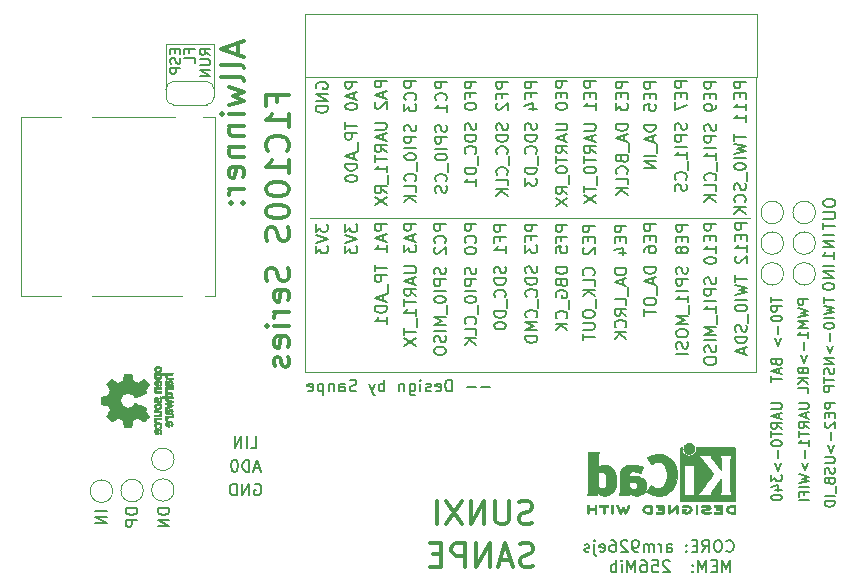
<source format=gbr>
%TF.GenerationSoftware,KiCad,Pcbnew,(5.99.0-8778-g8571687f51)*%
%TF.CreationDate,2021-02-03T12:08:05+08:00*%
%TF.ProjectId,lightboard-zero,6c696768-7462-46f6-9172-642d7a65726f,rev?*%
%TF.SameCoordinates,Original*%
%TF.FileFunction,Legend,Bot*%
%TF.FilePolarity,Positive*%
%FSLAX46Y46*%
G04 Gerber Fmt 4.6, Leading zero omitted, Abs format (unit mm)*
G04 Created by KiCad (PCBNEW (5.99.0-8778-g8571687f51)) date 2021-02-03 12:08:05*
%MOMM*%
%LPD*%
G01*
G04 APERTURE LIST*
%ADD10C,0.120000*%
%ADD11C,0.152400*%
%ADD12C,0.150000*%
%ADD13C,0.300000*%
%ADD14C,0.200000*%
%ADD15C,0.010000*%
G04 APERTURE END LIST*
D10*
X16350000Y-7400000D02*
X16350000Y-3250000D01*
X12250000Y-7500000D02*
X12250000Y-3250000D01*
X24500000Y-18000000D02*
X61750000Y-18000000D01*
X62250000Y-6000000D02*
X62250000Y-31000000D01*
X24000000Y-6000000D02*
X62300000Y-6000000D01*
X62300000Y-6000000D02*
X62300000Y-700000D01*
X62300000Y-700000D02*
X24000000Y-700000D01*
X24000000Y-700000D02*
X24000000Y-6000000D01*
X24000000Y-31000000D02*
X24000000Y-6000000D01*
X62250000Y-31000000D02*
X24000000Y-31000000D01*
X12250000Y-3250000D02*
X16350000Y-3250000D01*
D11*
X13038314Y-3671904D02*
X13038314Y-3959771D01*
X13490676Y-4083142D02*
X13490676Y-3671904D01*
X12627076Y-3671904D01*
X12627076Y-4083142D01*
X13449552Y-4412133D02*
X13490676Y-4535504D01*
X13490676Y-4741123D01*
X13449552Y-4823371D01*
X13408428Y-4864495D01*
X13326180Y-4905619D01*
X13243933Y-4905619D01*
X13161685Y-4864495D01*
X13120561Y-4823371D01*
X13079438Y-4741123D01*
X13038314Y-4576628D01*
X12997190Y-4494380D01*
X12956066Y-4453257D01*
X12873819Y-4412133D01*
X12791571Y-4412133D01*
X12709323Y-4453257D01*
X12668200Y-4494380D01*
X12627076Y-4576628D01*
X12627076Y-4782247D01*
X12668200Y-4905619D01*
X13490676Y-5275733D02*
X12627076Y-5275733D01*
X12627076Y-5604723D01*
X12668200Y-5686971D01*
X12709323Y-5728095D01*
X12791571Y-5769219D01*
X12914942Y-5769219D01*
X12997190Y-5728095D01*
X13038314Y-5686971D01*
X13079438Y-5604723D01*
X13079438Y-5275733D01*
D12*
X60047619Y-47952380D02*
X60047619Y-46952380D01*
X59714285Y-47666666D01*
X59380952Y-46952380D01*
X59380952Y-47952380D01*
X58904761Y-47428571D02*
X58571428Y-47428571D01*
X58428571Y-47952380D02*
X58904761Y-47952380D01*
X58904761Y-46952380D01*
X58428571Y-46952380D01*
X58000000Y-47952380D02*
X58000000Y-46952380D01*
X57666666Y-47666666D01*
X57333333Y-46952380D01*
X57333333Y-47952380D01*
X56857142Y-47857142D02*
X56809523Y-47904761D01*
X56857142Y-47952380D01*
X56904761Y-47904761D01*
X56857142Y-47857142D01*
X56857142Y-47952380D01*
X56857142Y-47333333D02*
X56809523Y-47380952D01*
X56857142Y-47428571D01*
X56904761Y-47380952D01*
X56857142Y-47333333D01*
X56857142Y-47428571D01*
X54904761Y-47047619D02*
X54857142Y-47000000D01*
X54761904Y-46952380D01*
X54523809Y-46952380D01*
X54428571Y-47000000D01*
X54380952Y-47047619D01*
X54333333Y-47142857D01*
X54333333Y-47238095D01*
X54380952Y-47380952D01*
X54952380Y-47952380D01*
X54333333Y-47952380D01*
X53428571Y-46952380D02*
X53904761Y-46952380D01*
X53952380Y-47428571D01*
X53904761Y-47380952D01*
X53809523Y-47333333D01*
X53571428Y-47333333D01*
X53476190Y-47380952D01*
X53428571Y-47428571D01*
X53380952Y-47523809D01*
X53380952Y-47761904D01*
X53428571Y-47857142D01*
X53476190Y-47904761D01*
X53571428Y-47952380D01*
X53809523Y-47952380D01*
X53904761Y-47904761D01*
X53952380Y-47857142D01*
X52523809Y-46952380D02*
X52714285Y-46952380D01*
X52809523Y-47000000D01*
X52857142Y-47047619D01*
X52952380Y-47190476D01*
X53000000Y-47380952D01*
X53000000Y-47761904D01*
X52952380Y-47857142D01*
X52904761Y-47904761D01*
X52809523Y-47952380D01*
X52619047Y-47952380D01*
X52523809Y-47904761D01*
X52476190Y-47857142D01*
X52428571Y-47761904D01*
X52428571Y-47523809D01*
X52476190Y-47428571D01*
X52523809Y-47380952D01*
X52619047Y-47333333D01*
X52809523Y-47333333D01*
X52904761Y-47380952D01*
X52952380Y-47428571D01*
X53000000Y-47523809D01*
X52000000Y-47952380D02*
X52000000Y-46952380D01*
X51666666Y-47666666D01*
X51333333Y-46952380D01*
X51333333Y-47952380D01*
X50857142Y-47952380D02*
X50857142Y-47285714D01*
X50857142Y-46952380D02*
X50904761Y-47000000D01*
X50857142Y-47047619D01*
X50809523Y-47000000D01*
X50857142Y-46952380D01*
X50857142Y-47047619D01*
X50380952Y-47952380D02*
X50380952Y-46952380D01*
X50380952Y-47333333D02*
X50285714Y-47285714D01*
X50095238Y-47285714D01*
X50000000Y-47333333D01*
X49952380Y-47380952D01*
X49904761Y-47476190D01*
X49904761Y-47761904D01*
X49952380Y-47857142D01*
X50000000Y-47904761D01*
X50095238Y-47952380D01*
X50285714Y-47952380D01*
X50380952Y-47904761D01*
D11*
X15990676Y-4162580D02*
X15579438Y-3874714D01*
X15990676Y-3669095D02*
X15127076Y-3669095D01*
X15127076Y-3998085D01*
X15168200Y-4080333D01*
X15209323Y-4121457D01*
X15291571Y-4162580D01*
X15414942Y-4162580D01*
X15497190Y-4121457D01*
X15538314Y-4080333D01*
X15579438Y-3998085D01*
X15579438Y-3669095D01*
X15127076Y-4532695D02*
X15826180Y-4532695D01*
X15908428Y-4573819D01*
X15949552Y-4614942D01*
X15990676Y-4697190D01*
X15990676Y-4861685D01*
X15949552Y-4943933D01*
X15908428Y-4985057D01*
X15826180Y-5026180D01*
X15127076Y-5026180D01*
X15990676Y-5437419D02*
X15127076Y-5437419D01*
X15990676Y-5930904D01*
X15127076Y-5930904D01*
X14238314Y-3973819D02*
X14238314Y-3685952D01*
X14690676Y-3685952D02*
X13827076Y-3685952D01*
X13827076Y-4097190D01*
X14690676Y-4837419D02*
X14690676Y-4426180D01*
X13827076Y-4426180D01*
X65831878Y-33617057D02*
X66530982Y-33617057D01*
X66613230Y-33658180D01*
X66654354Y-33699304D01*
X66695478Y-33781552D01*
X66695478Y-33946047D01*
X66654354Y-34028295D01*
X66613230Y-34069419D01*
X66530982Y-34110542D01*
X65831878Y-34110542D01*
X66448735Y-34480657D02*
X66448735Y-34891895D01*
X66695478Y-34398409D02*
X65831878Y-34686276D01*
X66695478Y-34974142D01*
X66695478Y-35755495D02*
X66284240Y-35467628D01*
X66695478Y-35262009D02*
X65831878Y-35262009D01*
X65831878Y-35591000D01*
X65873002Y-35673247D01*
X65914125Y-35714371D01*
X65996373Y-35755495D01*
X66119744Y-35755495D01*
X66201992Y-35714371D01*
X66243116Y-35673247D01*
X66284240Y-35591000D01*
X66284240Y-35262009D01*
X65831878Y-36002238D02*
X65831878Y-36495723D01*
X66695478Y-36248980D02*
X65831878Y-36248980D01*
X66695478Y-37235952D02*
X66695478Y-36742466D01*
X66695478Y-36989209D02*
X65831878Y-36989209D01*
X65955249Y-36906961D01*
X66037497Y-36824714D01*
X66078621Y-36742466D01*
X66366487Y-37606066D02*
X66366487Y-38264047D01*
X66119744Y-38675285D02*
X66366487Y-39333266D01*
X66613230Y-38675285D01*
X65831878Y-39662257D02*
X66695478Y-39867876D01*
X66078621Y-40032371D01*
X66695478Y-40196866D01*
X65831878Y-40402485D01*
X66695478Y-40731476D02*
X65831878Y-40731476D01*
X66243116Y-41430580D02*
X66243116Y-41142714D01*
X66695478Y-41142714D02*
X65831878Y-41142714D01*
X65831878Y-41553952D01*
X66695478Y-41882942D02*
X65831878Y-41882942D01*
D12*
X12552380Y-42514285D02*
X11552380Y-42514285D01*
X11552380Y-42752380D01*
X11600000Y-42895238D01*
X11695238Y-42990476D01*
X11790476Y-43038095D01*
X11980952Y-43085714D01*
X12123809Y-43085714D01*
X12314285Y-43038095D01*
X12409523Y-42990476D01*
X12504761Y-42895238D01*
X12552380Y-42752380D01*
X12552380Y-42514285D01*
X12552380Y-43514285D02*
X11552380Y-43514285D01*
X12552380Y-44085714D01*
X11552380Y-44085714D01*
X9852380Y-42538095D02*
X8852380Y-42538095D01*
X8852380Y-42776190D01*
X8900000Y-42919047D01*
X8995238Y-43014285D01*
X9090476Y-43061904D01*
X9280952Y-43109523D01*
X9423809Y-43109523D01*
X9614285Y-43061904D01*
X9709523Y-43014285D01*
X9804761Y-42919047D01*
X9852380Y-42776190D01*
X9852380Y-42538095D01*
X9852380Y-43538095D02*
X8852380Y-43538095D01*
X8852380Y-43919047D01*
X8900000Y-44014285D01*
X8947619Y-44061904D01*
X9042857Y-44109523D01*
X9185714Y-44109523D01*
X9280952Y-44061904D01*
X9328571Y-44014285D01*
X9376190Y-43919047D01*
X9376190Y-43538095D01*
X7252380Y-42776190D02*
X6252380Y-42776190D01*
X7252380Y-43252380D02*
X6252380Y-43252380D01*
X7252380Y-43823809D01*
X6252380Y-43823809D01*
D11*
X67977076Y-24699304D02*
X67977076Y-25192790D01*
X68840676Y-24946047D02*
X67977076Y-24946047D01*
X67977076Y-25398409D02*
X68840676Y-25604028D01*
X68223819Y-25768523D01*
X68840676Y-25933019D01*
X67977076Y-26138638D01*
X68840676Y-26467628D02*
X67977076Y-26467628D01*
X67977076Y-27043361D02*
X67977076Y-27125609D01*
X68018200Y-27207857D01*
X68059323Y-27248980D01*
X68141571Y-27290104D01*
X68306066Y-27331228D01*
X68511685Y-27331228D01*
X68676180Y-27290104D01*
X68758428Y-27248980D01*
X68799552Y-27207857D01*
X68840676Y-27125609D01*
X68840676Y-27043361D01*
X68799552Y-26961114D01*
X68758428Y-26919990D01*
X68676180Y-26878866D01*
X68511685Y-26837742D01*
X68306066Y-26837742D01*
X68141571Y-26878866D01*
X68059323Y-26919990D01*
X68018200Y-26961114D01*
X67977076Y-27043361D01*
X68511685Y-27701342D02*
X68511685Y-28359323D01*
X68264942Y-28770561D02*
X68511685Y-29428542D01*
X68758428Y-28770561D01*
X68840676Y-29839780D02*
X67977076Y-29839780D01*
X68840676Y-30333266D01*
X67977076Y-30333266D01*
X68799552Y-30703380D02*
X68840676Y-30826752D01*
X68840676Y-31032371D01*
X68799552Y-31114619D01*
X68758428Y-31155742D01*
X68676180Y-31196866D01*
X68593933Y-31196866D01*
X68511685Y-31155742D01*
X68470561Y-31114619D01*
X68429438Y-31032371D01*
X68388314Y-30867876D01*
X68347190Y-30785628D01*
X68306066Y-30744504D01*
X68223819Y-30703380D01*
X68141571Y-30703380D01*
X68059323Y-30744504D01*
X68018200Y-30785628D01*
X67977076Y-30867876D01*
X67977076Y-31073495D01*
X68018200Y-31196866D01*
X67977076Y-31443609D02*
X67977076Y-31937095D01*
X68840676Y-31690352D02*
X67977076Y-31690352D01*
X68840676Y-32224961D02*
X67977076Y-32224961D01*
X67977076Y-32553952D01*
X68018200Y-32636200D01*
X68059323Y-32677323D01*
X68141571Y-32718447D01*
X68264942Y-32718447D01*
X68347190Y-32677323D01*
X68388314Y-32636200D01*
X68429438Y-32553952D01*
X68429438Y-32224961D01*
X66640676Y-24843238D02*
X65777076Y-24843238D01*
X65777076Y-25172228D01*
X65818200Y-25254476D01*
X65859323Y-25295600D01*
X65941571Y-25336723D01*
X66064942Y-25336723D01*
X66147190Y-25295600D01*
X66188314Y-25254476D01*
X66229438Y-25172228D01*
X66229438Y-24843238D01*
X65777076Y-25624590D02*
X66640676Y-25830209D01*
X66023819Y-25994704D01*
X66640676Y-26159200D01*
X65777076Y-26364819D01*
X66640676Y-26693809D02*
X65777076Y-26693809D01*
X66393933Y-26981676D01*
X65777076Y-27269542D01*
X66640676Y-27269542D01*
X66640676Y-28133142D02*
X66640676Y-27639657D01*
X66640676Y-27886400D02*
X65777076Y-27886400D01*
X65900447Y-27804152D01*
X65982695Y-27721904D01*
X66023819Y-27639657D01*
X66311685Y-28503257D02*
X66311685Y-29161238D01*
X66064942Y-29572476D02*
X66311685Y-30230457D01*
X66558428Y-29572476D01*
X66188314Y-30929561D02*
X66229438Y-31052933D01*
X66270561Y-31094057D01*
X66352809Y-31135180D01*
X66476180Y-31135180D01*
X66558428Y-31094057D01*
X66599552Y-31052933D01*
X66640676Y-30970685D01*
X66640676Y-30641695D01*
X65777076Y-30641695D01*
X65777076Y-30929561D01*
X65818200Y-31011809D01*
X65859323Y-31052933D01*
X65941571Y-31094057D01*
X66023819Y-31094057D01*
X66106066Y-31052933D01*
X66147190Y-31011809D01*
X66188314Y-30929561D01*
X66188314Y-30641695D01*
X66640676Y-31505295D02*
X65777076Y-31505295D01*
X66640676Y-31998780D02*
X66147190Y-31628666D01*
X65777076Y-31998780D02*
X66270561Y-31505295D01*
X66640676Y-32780133D02*
X66640676Y-32368895D01*
X65777076Y-32368895D01*
X63527076Y-33658180D02*
X64226180Y-33658180D01*
X64308428Y-33699304D01*
X64349552Y-33740428D01*
X64390676Y-33822676D01*
X64390676Y-33987171D01*
X64349552Y-34069419D01*
X64308428Y-34110542D01*
X64226180Y-34151666D01*
X63527076Y-34151666D01*
X64143933Y-34521780D02*
X64143933Y-34933019D01*
X64390676Y-34439533D02*
X63527076Y-34727400D01*
X64390676Y-35015266D01*
X64390676Y-35796619D02*
X63979438Y-35508752D01*
X64390676Y-35303133D02*
X63527076Y-35303133D01*
X63527076Y-35632123D01*
X63568200Y-35714371D01*
X63609323Y-35755495D01*
X63691571Y-35796619D01*
X63814942Y-35796619D01*
X63897190Y-35755495D01*
X63938314Y-35714371D01*
X63979438Y-35632123D01*
X63979438Y-35303133D01*
X63527076Y-36043361D02*
X63527076Y-36536847D01*
X64390676Y-36290104D02*
X63527076Y-36290104D01*
X63527076Y-36989209D02*
X63527076Y-37071457D01*
X63568200Y-37153704D01*
X63609323Y-37194828D01*
X63691571Y-37235952D01*
X63856066Y-37277076D01*
X64061685Y-37277076D01*
X64226180Y-37235952D01*
X64308428Y-37194828D01*
X64349552Y-37153704D01*
X64390676Y-37071457D01*
X64390676Y-36989209D01*
X64349552Y-36906961D01*
X64308428Y-36865838D01*
X64226180Y-36824714D01*
X64061685Y-36783590D01*
X63856066Y-36783590D01*
X63691571Y-36824714D01*
X63609323Y-36865838D01*
X63568200Y-36906961D01*
X63527076Y-36989209D01*
X64061685Y-37647190D02*
X64061685Y-38305171D01*
X63814942Y-38716409D02*
X64061685Y-39374390D01*
X64308428Y-38716409D01*
X63527076Y-39703380D02*
X63527076Y-40237990D01*
X63856066Y-39950123D01*
X63856066Y-40073495D01*
X63897190Y-40155742D01*
X63938314Y-40196866D01*
X64020561Y-40237990D01*
X64226180Y-40237990D01*
X64308428Y-40196866D01*
X64349552Y-40155742D01*
X64390676Y-40073495D01*
X64390676Y-39826752D01*
X64349552Y-39744504D01*
X64308428Y-39703380D01*
X63814942Y-40978219D02*
X64390676Y-40978219D01*
X63485952Y-40772600D02*
X64102809Y-40566980D01*
X64102809Y-41101590D01*
X63527076Y-41595076D02*
X63527076Y-41677323D01*
X63568200Y-41759571D01*
X63609323Y-41800695D01*
X63691571Y-41841819D01*
X63856066Y-41882942D01*
X64061685Y-41882942D01*
X64226180Y-41841819D01*
X64308428Y-41800695D01*
X64349552Y-41759571D01*
X64390676Y-41677323D01*
X64390676Y-41595076D01*
X64349552Y-41512828D01*
X64308428Y-41471704D01*
X64226180Y-41430580D01*
X64061685Y-41389457D01*
X63856066Y-41389457D01*
X63691571Y-41430580D01*
X63609323Y-41471704D01*
X63568200Y-41512828D01*
X63527076Y-41595076D01*
D12*
X56352380Y-6380952D02*
X55352380Y-6380952D01*
X55352380Y-6761904D01*
X55400000Y-6857142D01*
X55447619Y-6904761D01*
X55542857Y-6952380D01*
X55685714Y-6952380D01*
X55780952Y-6904761D01*
X55828571Y-6857142D01*
X55876190Y-6761904D01*
X55876190Y-6380952D01*
X55828571Y-7380952D02*
X55828571Y-7714285D01*
X56352380Y-7857142D02*
X56352380Y-7380952D01*
X55352380Y-7380952D01*
X55352380Y-7857142D01*
X55352380Y-8190476D02*
X55352380Y-8857142D01*
X56352380Y-8428571D01*
X56304761Y-9952380D02*
X56352380Y-10095238D01*
X56352380Y-10333333D01*
X56304761Y-10428571D01*
X56257142Y-10476190D01*
X56161904Y-10523809D01*
X56066666Y-10523809D01*
X55971428Y-10476190D01*
X55923809Y-10428571D01*
X55876190Y-10333333D01*
X55828571Y-10142857D01*
X55780952Y-10047619D01*
X55733333Y-10000000D01*
X55638095Y-9952380D01*
X55542857Y-9952380D01*
X55447619Y-10000000D01*
X55400000Y-10047619D01*
X55352380Y-10142857D01*
X55352380Y-10380952D01*
X55400000Y-10523809D01*
X56352380Y-10952380D02*
X55352380Y-10952380D01*
X55352380Y-11333333D01*
X55400000Y-11428571D01*
X55447619Y-11476190D01*
X55542857Y-11523809D01*
X55685714Y-11523809D01*
X55780952Y-11476190D01*
X55828571Y-11428571D01*
X55876190Y-11333333D01*
X55876190Y-10952380D01*
X56352380Y-11952380D02*
X55352380Y-11952380D01*
X56352380Y-12952380D02*
X56352380Y-12380952D01*
X56352380Y-12666666D02*
X55352380Y-12666666D01*
X55495238Y-12571428D01*
X55590476Y-12476190D01*
X55638095Y-12380952D01*
X56447619Y-13142857D02*
X56447619Y-13904761D01*
X56257142Y-14714285D02*
X56304761Y-14666666D01*
X56352380Y-14523809D01*
X56352380Y-14428571D01*
X56304761Y-14285714D01*
X56209523Y-14190476D01*
X56114285Y-14142857D01*
X55923809Y-14095238D01*
X55780952Y-14095238D01*
X55590476Y-14142857D01*
X55495238Y-14190476D01*
X55400000Y-14285714D01*
X55352380Y-14428571D01*
X55352380Y-14523809D01*
X55400000Y-14666666D01*
X55447619Y-14714285D01*
X56304761Y-15095238D02*
X56352380Y-15238095D01*
X56352380Y-15476190D01*
X56304761Y-15571428D01*
X56257142Y-15619047D01*
X56161904Y-15666666D01*
X56066666Y-15666666D01*
X55971428Y-15619047D01*
X55923809Y-15571428D01*
X55876190Y-15476190D01*
X55828571Y-15285714D01*
X55780952Y-15190476D01*
X55733333Y-15142857D01*
X55638095Y-15095238D01*
X55542857Y-15095238D01*
X55447619Y-15142857D01*
X55400000Y-15190476D01*
X55352380Y-15285714D01*
X55352380Y-15523809D01*
X55400000Y-15666666D01*
X56452380Y-18547619D02*
X55452380Y-18547619D01*
X55452380Y-18928571D01*
X55500000Y-19023809D01*
X55547619Y-19071428D01*
X55642857Y-19119047D01*
X55785714Y-19119047D01*
X55880952Y-19071428D01*
X55928571Y-19023809D01*
X55976190Y-18928571D01*
X55976190Y-18547619D01*
X55928571Y-19547619D02*
X55928571Y-19880952D01*
X56452380Y-20023809D02*
X56452380Y-19547619D01*
X55452380Y-19547619D01*
X55452380Y-20023809D01*
X55880952Y-20595238D02*
X55833333Y-20500000D01*
X55785714Y-20452380D01*
X55690476Y-20404761D01*
X55642857Y-20404761D01*
X55547619Y-20452380D01*
X55500000Y-20500000D01*
X55452380Y-20595238D01*
X55452380Y-20785714D01*
X55500000Y-20880952D01*
X55547619Y-20928571D01*
X55642857Y-20976190D01*
X55690476Y-20976190D01*
X55785714Y-20928571D01*
X55833333Y-20880952D01*
X55880952Y-20785714D01*
X55880952Y-20595238D01*
X55928571Y-20500000D01*
X55976190Y-20452380D01*
X56071428Y-20404761D01*
X56261904Y-20404761D01*
X56357142Y-20452380D01*
X56404761Y-20500000D01*
X56452380Y-20595238D01*
X56452380Y-20785714D01*
X56404761Y-20880952D01*
X56357142Y-20928571D01*
X56261904Y-20976190D01*
X56071428Y-20976190D01*
X55976190Y-20928571D01*
X55928571Y-20880952D01*
X55880952Y-20785714D01*
X56404761Y-22119047D02*
X56452380Y-22261904D01*
X56452380Y-22500000D01*
X56404761Y-22595238D01*
X56357142Y-22642857D01*
X56261904Y-22690476D01*
X56166666Y-22690476D01*
X56071428Y-22642857D01*
X56023809Y-22595238D01*
X55976190Y-22500000D01*
X55928571Y-22309523D01*
X55880952Y-22214285D01*
X55833333Y-22166666D01*
X55738095Y-22119047D01*
X55642857Y-22119047D01*
X55547619Y-22166666D01*
X55500000Y-22214285D01*
X55452380Y-22309523D01*
X55452380Y-22547619D01*
X55500000Y-22690476D01*
X56452380Y-23119047D02*
X55452380Y-23119047D01*
X55452380Y-23500000D01*
X55500000Y-23595238D01*
X55547619Y-23642857D01*
X55642857Y-23690476D01*
X55785714Y-23690476D01*
X55880952Y-23642857D01*
X55928571Y-23595238D01*
X55976190Y-23500000D01*
X55976190Y-23119047D01*
X56452380Y-24119047D02*
X55452380Y-24119047D01*
X56452380Y-25119047D02*
X56452380Y-24547619D01*
X56452380Y-24833333D02*
X55452380Y-24833333D01*
X55595238Y-24738095D01*
X55690476Y-24642857D01*
X55738095Y-24547619D01*
X56547619Y-25309523D02*
X56547619Y-26071428D01*
X56452380Y-26309523D02*
X55452380Y-26309523D01*
X56166666Y-26642857D01*
X55452380Y-26976190D01*
X56452380Y-26976190D01*
X55452380Y-27642857D02*
X55452380Y-27833333D01*
X55500000Y-27928571D01*
X55595238Y-28023809D01*
X55785714Y-28071428D01*
X56119047Y-28071428D01*
X56309523Y-28023809D01*
X56404761Y-27928571D01*
X56452380Y-27833333D01*
X56452380Y-27642857D01*
X56404761Y-27547619D01*
X56309523Y-27452380D01*
X56119047Y-27404761D01*
X55785714Y-27404761D01*
X55595238Y-27452380D01*
X55500000Y-27547619D01*
X55452380Y-27642857D01*
X56404761Y-28452380D02*
X56452380Y-28595238D01*
X56452380Y-28833333D01*
X56404761Y-28928571D01*
X56357142Y-28976190D01*
X56261904Y-29023809D01*
X56166666Y-29023809D01*
X56071428Y-28976190D01*
X56023809Y-28928571D01*
X55976190Y-28833333D01*
X55928571Y-28642857D01*
X55880952Y-28547619D01*
X55833333Y-28500000D01*
X55738095Y-28452380D01*
X55642857Y-28452380D01*
X55547619Y-28500000D01*
X55500000Y-28547619D01*
X55452380Y-28642857D01*
X55452380Y-28880952D01*
X55500000Y-29023809D01*
X56452380Y-29452380D02*
X55452380Y-29452380D01*
X58852380Y-6452380D02*
X57852380Y-6452380D01*
X57852380Y-6833333D01*
X57900000Y-6928571D01*
X57947619Y-6976190D01*
X58042857Y-7023809D01*
X58185714Y-7023809D01*
X58280952Y-6976190D01*
X58328571Y-6928571D01*
X58376190Y-6833333D01*
X58376190Y-6452380D01*
X58328571Y-7452380D02*
X58328571Y-7785714D01*
X58852380Y-7928571D02*
X58852380Y-7452380D01*
X57852380Y-7452380D01*
X57852380Y-7928571D01*
X58852380Y-8404761D02*
X58852380Y-8595238D01*
X58804761Y-8690476D01*
X58757142Y-8738095D01*
X58614285Y-8833333D01*
X58423809Y-8880952D01*
X58042857Y-8880952D01*
X57947619Y-8833333D01*
X57900000Y-8785714D01*
X57852380Y-8690476D01*
X57852380Y-8500000D01*
X57900000Y-8404761D01*
X57947619Y-8357142D01*
X58042857Y-8309523D01*
X58280952Y-8309523D01*
X58376190Y-8357142D01*
X58423809Y-8404761D01*
X58471428Y-8500000D01*
X58471428Y-8690476D01*
X58423809Y-8785714D01*
X58376190Y-8833333D01*
X58280952Y-8880952D01*
X58804761Y-10023809D02*
X58852380Y-10166666D01*
X58852380Y-10404761D01*
X58804761Y-10500000D01*
X58757142Y-10547619D01*
X58661904Y-10595238D01*
X58566666Y-10595238D01*
X58471428Y-10547619D01*
X58423809Y-10500000D01*
X58376190Y-10404761D01*
X58328571Y-10214285D01*
X58280952Y-10119047D01*
X58233333Y-10071428D01*
X58138095Y-10023809D01*
X58042857Y-10023809D01*
X57947619Y-10071428D01*
X57900000Y-10119047D01*
X57852380Y-10214285D01*
X57852380Y-10452380D01*
X57900000Y-10595238D01*
X58852380Y-11023809D02*
X57852380Y-11023809D01*
X57852380Y-11404761D01*
X57900000Y-11500000D01*
X57947619Y-11547619D01*
X58042857Y-11595238D01*
X58185714Y-11595238D01*
X58280952Y-11547619D01*
X58328571Y-11500000D01*
X58376190Y-11404761D01*
X58376190Y-11023809D01*
X58852380Y-12023809D02*
X57852380Y-12023809D01*
X58852380Y-13023809D02*
X58852380Y-12452380D01*
X58852380Y-12738095D02*
X57852380Y-12738095D01*
X57995238Y-12642857D01*
X58090476Y-12547619D01*
X58138095Y-12452380D01*
X58947619Y-13214285D02*
X58947619Y-13976190D01*
X58757142Y-14785714D02*
X58804761Y-14738095D01*
X58852380Y-14595238D01*
X58852380Y-14500000D01*
X58804761Y-14357142D01*
X58709523Y-14261904D01*
X58614285Y-14214285D01*
X58423809Y-14166666D01*
X58280952Y-14166666D01*
X58090476Y-14214285D01*
X57995238Y-14261904D01*
X57900000Y-14357142D01*
X57852380Y-14500000D01*
X57852380Y-14595238D01*
X57900000Y-14738095D01*
X57947619Y-14785714D01*
X58852380Y-15690476D02*
X58852380Y-15214285D01*
X57852380Y-15214285D01*
X58852380Y-16023809D02*
X57852380Y-16023809D01*
X58852380Y-16595238D02*
X58280952Y-16166666D01*
X57852380Y-16595238D02*
X58423809Y-16023809D01*
D11*
X68890676Y-33640876D02*
X68027076Y-33640876D01*
X68027076Y-33969866D01*
X68068200Y-34052114D01*
X68109323Y-34093238D01*
X68191571Y-34134361D01*
X68314942Y-34134361D01*
X68397190Y-34093238D01*
X68438314Y-34052114D01*
X68479438Y-33969866D01*
X68479438Y-33640876D01*
X68438314Y-34504476D02*
X68438314Y-34792342D01*
X68890676Y-34915714D02*
X68890676Y-34504476D01*
X68027076Y-34504476D01*
X68027076Y-34915714D01*
X68109323Y-35244704D02*
X68068200Y-35285828D01*
X68027076Y-35368076D01*
X68027076Y-35573695D01*
X68068200Y-35655942D01*
X68109323Y-35697066D01*
X68191571Y-35738190D01*
X68273819Y-35738190D01*
X68397190Y-35697066D01*
X68890676Y-35203580D01*
X68890676Y-35738190D01*
X68561685Y-36108304D02*
X68561685Y-36766285D01*
X68314942Y-37177523D02*
X68561685Y-37835504D01*
X68808428Y-37177523D01*
X68027076Y-38246742D02*
X68726180Y-38246742D01*
X68808428Y-38287866D01*
X68849552Y-38328990D01*
X68890676Y-38411238D01*
X68890676Y-38575733D01*
X68849552Y-38657980D01*
X68808428Y-38699104D01*
X68726180Y-38740228D01*
X68027076Y-38740228D01*
X68849552Y-39110342D02*
X68890676Y-39233714D01*
X68890676Y-39439333D01*
X68849552Y-39521580D01*
X68808428Y-39562704D01*
X68726180Y-39603828D01*
X68643933Y-39603828D01*
X68561685Y-39562704D01*
X68520561Y-39521580D01*
X68479438Y-39439333D01*
X68438314Y-39274838D01*
X68397190Y-39192590D01*
X68356066Y-39151466D01*
X68273819Y-39110342D01*
X68191571Y-39110342D01*
X68109323Y-39151466D01*
X68068200Y-39192590D01*
X68027076Y-39274838D01*
X68027076Y-39480457D01*
X68068200Y-39603828D01*
X68438314Y-40261809D02*
X68479438Y-40385180D01*
X68520561Y-40426304D01*
X68602809Y-40467428D01*
X68726180Y-40467428D01*
X68808428Y-40426304D01*
X68849552Y-40385180D01*
X68890676Y-40302933D01*
X68890676Y-39973942D01*
X68027076Y-39973942D01*
X68027076Y-40261809D01*
X68068200Y-40344057D01*
X68109323Y-40385180D01*
X68191571Y-40426304D01*
X68273819Y-40426304D01*
X68356066Y-40385180D01*
X68397190Y-40344057D01*
X68438314Y-40261809D01*
X68438314Y-39973942D01*
X68972923Y-40631923D02*
X68972923Y-41289904D01*
X68890676Y-41495523D02*
X68027076Y-41495523D01*
X68890676Y-41906761D02*
X68027076Y-41906761D01*
X68027076Y-42112380D01*
X68068200Y-42235752D01*
X68150447Y-42318000D01*
X68232695Y-42359123D01*
X68397190Y-42400247D01*
X68520561Y-42400247D01*
X68685057Y-42359123D01*
X68767304Y-42318000D01*
X68849552Y-42235752D01*
X68890676Y-42112380D01*
X68890676Y-41906761D01*
D12*
X51252380Y-18614285D02*
X50252380Y-18614285D01*
X50252380Y-18995238D01*
X50300000Y-19090476D01*
X50347619Y-19138095D01*
X50442857Y-19185714D01*
X50585714Y-19185714D01*
X50680952Y-19138095D01*
X50728571Y-19090476D01*
X50776190Y-18995238D01*
X50776190Y-18614285D01*
X50728571Y-19614285D02*
X50728571Y-19947619D01*
X51252380Y-20090476D02*
X51252380Y-19614285D01*
X50252380Y-19614285D01*
X50252380Y-20090476D01*
X50585714Y-20947619D02*
X51252380Y-20947619D01*
X50204761Y-20709523D02*
X50919047Y-20471428D01*
X50919047Y-21090476D01*
X51252380Y-22233333D02*
X50252380Y-22233333D01*
X50252380Y-22471428D01*
X50300000Y-22614285D01*
X50395238Y-22709523D01*
X50490476Y-22757142D01*
X50680952Y-22804761D01*
X50823809Y-22804761D01*
X51014285Y-22757142D01*
X51109523Y-22709523D01*
X51204761Y-22614285D01*
X51252380Y-22471428D01*
X51252380Y-22233333D01*
X50966666Y-23185714D02*
X50966666Y-23661904D01*
X51252380Y-23090476D02*
X50252380Y-23423809D01*
X51252380Y-23757142D01*
X51347619Y-23852380D02*
X51347619Y-24614285D01*
X51252380Y-25328571D02*
X51252380Y-24852380D01*
X50252380Y-24852380D01*
X51252380Y-26233333D02*
X50776190Y-25900000D01*
X51252380Y-25661904D02*
X50252380Y-25661904D01*
X50252380Y-26042857D01*
X50300000Y-26138095D01*
X50347619Y-26185714D01*
X50442857Y-26233333D01*
X50585714Y-26233333D01*
X50680952Y-26185714D01*
X50728571Y-26138095D01*
X50776190Y-26042857D01*
X50776190Y-25661904D01*
X51157142Y-27233333D02*
X51204761Y-27185714D01*
X51252380Y-27042857D01*
X51252380Y-26947619D01*
X51204761Y-26804761D01*
X51109523Y-26709523D01*
X51014285Y-26661904D01*
X50823809Y-26614285D01*
X50680952Y-26614285D01*
X50490476Y-26661904D01*
X50395238Y-26709523D01*
X50300000Y-26804761D01*
X50252380Y-26947619D01*
X50252380Y-27042857D01*
X50300000Y-27185714D01*
X50347619Y-27233333D01*
X51252380Y-27661904D02*
X50252380Y-27661904D01*
X51252380Y-28233333D02*
X50680952Y-27804761D01*
X50252380Y-28233333D02*
X50823809Y-27661904D01*
X53752380Y-6457142D02*
X52752380Y-6457142D01*
X52752380Y-6838095D01*
X52800000Y-6933333D01*
X52847619Y-6980952D01*
X52942857Y-7028571D01*
X53085714Y-7028571D01*
X53180952Y-6980952D01*
X53228571Y-6933333D01*
X53276190Y-6838095D01*
X53276190Y-6457142D01*
X53228571Y-7457142D02*
X53228571Y-7790476D01*
X53752380Y-7933333D02*
X53752380Y-7457142D01*
X52752380Y-7457142D01*
X52752380Y-7933333D01*
X52752380Y-8838095D02*
X52752380Y-8361904D01*
X53228571Y-8314285D01*
X53180952Y-8361904D01*
X53133333Y-8457142D01*
X53133333Y-8695238D01*
X53180952Y-8790476D01*
X53228571Y-8838095D01*
X53323809Y-8885714D01*
X53561904Y-8885714D01*
X53657142Y-8838095D01*
X53704761Y-8790476D01*
X53752380Y-8695238D01*
X53752380Y-8457142D01*
X53704761Y-8361904D01*
X53657142Y-8314285D01*
X53752380Y-10076190D02*
X52752380Y-10076190D01*
X52752380Y-10314285D01*
X52800000Y-10457142D01*
X52895238Y-10552380D01*
X52990476Y-10600000D01*
X53180952Y-10647619D01*
X53323809Y-10647619D01*
X53514285Y-10600000D01*
X53609523Y-10552380D01*
X53704761Y-10457142D01*
X53752380Y-10314285D01*
X53752380Y-10076190D01*
X53466666Y-11028571D02*
X53466666Y-11504761D01*
X53752380Y-10933333D02*
X52752380Y-11266666D01*
X53752380Y-11600000D01*
X53847619Y-11695238D02*
X53847619Y-12457142D01*
X53752380Y-12695238D02*
X52752380Y-12695238D01*
X53752380Y-13171428D02*
X52752380Y-13171428D01*
X53752380Y-13742857D01*
X52752380Y-13742857D01*
X53752380Y-18514285D02*
X52752380Y-18514285D01*
X52752380Y-18895238D01*
X52800000Y-18990476D01*
X52847619Y-19038095D01*
X52942857Y-19085714D01*
X53085714Y-19085714D01*
X53180952Y-19038095D01*
X53228571Y-18990476D01*
X53276190Y-18895238D01*
X53276190Y-18514285D01*
X53228571Y-19514285D02*
X53228571Y-19847619D01*
X53752380Y-19990476D02*
X53752380Y-19514285D01*
X52752380Y-19514285D01*
X52752380Y-19990476D01*
X52752380Y-20847619D02*
X52752380Y-20657142D01*
X52800000Y-20561904D01*
X52847619Y-20514285D01*
X52990476Y-20419047D01*
X53180952Y-20371428D01*
X53561904Y-20371428D01*
X53657142Y-20419047D01*
X53704761Y-20466666D01*
X53752380Y-20561904D01*
X53752380Y-20752380D01*
X53704761Y-20847619D01*
X53657142Y-20895238D01*
X53561904Y-20942857D01*
X53323809Y-20942857D01*
X53228571Y-20895238D01*
X53180952Y-20847619D01*
X53133333Y-20752380D01*
X53133333Y-20561904D01*
X53180952Y-20466666D01*
X53228571Y-20419047D01*
X53323809Y-20371428D01*
X53752380Y-22133333D02*
X52752380Y-22133333D01*
X52752380Y-22371428D01*
X52800000Y-22514285D01*
X52895238Y-22609523D01*
X52990476Y-22657142D01*
X53180952Y-22704761D01*
X53323809Y-22704761D01*
X53514285Y-22657142D01*
X53609523Y-22609523D01*
X53704761Y-22514285D01*
X53752380Y-22371428D01*
X53752380Y-22133333D01*
X53466666Y-23085714D02*
X53466666Y-23561904D01*
X53752380Y-22990476D02*
X52752380Y-23323809D01*
X53752380Y-23657142D01*
X53847619Y-23752380D02*
X53847619Y-24514285D01*
X52752380Y-24942857D02*
X52752380Y-25133333D01*
X52800000Y-25228571D01*
X52895238Y-25323809D01*
X53085714Y-25371428D01*
X53419047Y-25371428D01*
X53609523Y-25323809D01*
X53704761Y-25228571D01*
X53752380Y-25133333D01*
X53752380Y-24942857D01*
X53704761Y-24847619D01*
X53609523Y-24752380D01*
X53419047Y-24704761D01*
X53085714Y-24704761D01*
X52895238Y-24752380D01*
X52800000Y-24847619D01*
X52752380Y-24942857D01*
X52752380Y-25657142D02*
X52752380Y-26228571D01*
X53752380Y-25942857D02*
X52752380Y-25942857D01*
X48652380Y-6380952D02*
X47652380Y-6380952D01*
X47652380Y-6761904D01*
X47700000Y-6857142D01*
X47747619Y-6904761D01*
X47842857Y-6952380D01*
X47985714Y-6952380D01*
X48080952Y-6904761D01*
X48128571Y-6857142D01*
X48176190Y-6761904D01*
X48176190Y-6380952D01*
X48128571Y-7380952D02*
X48128571Y-7714285D01*
X48652380Y-7857142D02*
X48652380Y-7380952D01*
X47652380Y-7380952D01*
X47652380Y-7857142D01*
X48652380Y-8809523D02*
X48652380Y-8238095D01*
X48652380Y-8523809D02*
X47652380Y-8523809D01*
X47795238Y-8428571D01*
X47890476Y-8333333D01*
X47938095Y-8238095D01*
X47652380Y-10000000D02*
X48461904Y-10000000D01*
X48557142Y-10047619D01*
X48604761Y-10095238D01*
X48652380Y-10190476D01*
X48652380Y-10380952D01*
X48604761Y-10476190D01*
X48557142Y-10523809D01*
X48461904Y-10571428D01*
X47652380Y-10571428D01*
X48366666Y-11000000D02*
X48366666Y-11476190D01*
X48652380Y-10904761D02*
X47652380Y-11238095D01*
X48652380Y-11571428D01*
X48652380Y-12476190D02*
X48176190Y-12142857D01*
X48652380Y-11904761D02*
X47652380Y-11904761D01*
X47652380Y-12285714D01*
X47700000Y-12380952D01*
X47747619Y-12428571D01*
X47842857Y-12476190D01*
X47985714Y-12476190D01*
X48080952Y-12428571D01*
X48128571Y-12380952D01*
X48176190Y-12285714D01*
X48176190Y-11904761D01*
X47652380Y-12761904D02*
X47652380Y-13333333D01*
X48652380Y-13047619D02*
X47652380Y-13047619D01*
X47652380Y-13857142D02*
X47652380Y-13952380D01*
X47700000Y-14047619D01*
X47747619Y-14095238D01*
X47842857Y-14142857D01*
X48033333Y-14190476D01*
X48271428Y-14190476D01*
X48461904Y-14142857D01*
X48557142Y-14095238D01*
X48604761Y-14047619D01*
X48652380Y-13952380D01*
X48652380Y-13857142D01*
X48604761Y-13761904D01*
X48557142Y-13714285D01*
X48461904Y-13666666D01*
X48271428Y-13619047D01*
X48033333Y-13619047D01*
X47842857Y-13666666D01*
X47747619Y-13714285D01*
X47700000Y-13761904D01*
X47652380Y-13857142D01*
X48747619Y-14380952D02*
X48747619Y-15142857D01*
X47652380Y-15238095D02*
X47652380Y-15809523D01*
X48652380Y-15523809D02*
X47652380Y-15523809D01*
X47652380Y-16047619D02*
X48652380Y-16714285D01*
X47652380Y-16714285D02*
X48652380Y-16047619D01*
X48552380Y-18614285D02*
X47552380Y-18614285D01*
X47552380Y-18995238D01*
X47600000Y-19090476D01*
X47647619Y-19138095D01*
X47742857Y-19185714D01*
X47885714Y-19185714D01*
X47980952Y-19138095D01*
X48028571Y-19090476D01*
X48076190Y-18995238D01*
X48076190Y-18614285D01*
X48028571Y-19614285D02*
X48028571Y-19947619D01*
X48552380Y-20090476D02*
X48552380Y-19614285D01*
X47552380Y-19614285D01*
X47552380Y-20090476D01*
X47647619Y-20471428D02*
X47600000Y-20519047D01*
X47552380Y-20614285D01*
X47552380Y-20852380D01*
X47600000Y-20947619D01*
X47647619Y-20995238D01*
X47742857Y-21042857D01*
X47838095Y-21042857D01*
X47980952Y-20995238D01*
X48552380Y-20423809D01*
X48552380Y-21042857D01*
X48457142Y-22804761D02*
X48504761Y-22757142D01*
X48552380Y-22614285D01*
X48552380Y-22519047D01*
X48504761Y-22376190D01*
X48409523Y-22280952D01*
X48314285Y-22233333D01*
X48123809Y-22185714D01*
X47980952Y-22185714D01*
X47790476Y-22233333D01*
X47695238Y-22280952D01*
X47600000Y-22376190D01*
X47552380Y-22519047D01*
X47552380Y-22614285D01*
X47600000Y-22757142D01*
X47647619Y-22804761D01*
X48552380Y-23709523D02*
X48552380Y-23233333D01*
X47552380Y-23233333D01*
X48552380Y-24042857D02*
X47552380Y-24042857D01*
X48552380Y-24614285D02*
X47980952Y-24185714D01*
X47552380Y-24614285D02*
X48123809Y-24042857D01*
X48647619Y-24804761D02*
X48647619Y-25566666D01*
X47552380Y-25995238D02*
X47552380Y-26185714D01*
X47600000Y-26280952D01*
X47695238Y-26376190D01*
X47885714Y-26423809D01*
X48219047Y-26423809D01*
X48409523Y-26376190D01*
X48504761Y-26280952D01*
X48552380Y-26185714D01*
X48552380Y-25995238D01*
X48504761Y-25900000D01*
X48409523Y-25804761D01*
X48219047Y-25757142D01*
X47885714Y-25757142D01*
X47695238Y-25804761D01*
X47600000Y-25900000D01*
X47552380Y-25995238D01*
X47552380Y-26852380D02*
X48361904Y-26852380D01*
X48457142Y-26900000D01*
X48504761Y-26947619D01*
X48552380Y-27042857D01*
X48552380Y-27233333D01*
X48504761Y-27328571D01*
X48457142Y-27376190D01*
X48361904Y-27423809D01*
X47552380Y-27423809D01*
X47552380Y-27757142D02*
X47552380Y-28328571D01*
X48552380Y-28042857D02*
X47552380Y-28042857D01*
X51352380Y-6414285D02*
X50352380Y-6414285D01*
X50352380Y-6795238D01*
X50400000Y-6890476D01*
X50447619Y-6938095D01*
X50542857Y-6985714D01*
X50685714Y-6985714D01*
X50780952Y-6938095D01*
X50828571Y-6890476D01*
X50876190Y-6795238D01*
X50876190Y-6414285D01*
X50828571Y-7414285D02*
X50828571Y-7747619D01*
X51352380Y-7890476D02*
X51352380Y-7414285D01*
X50352380Y-7414285D01*
X50352380Y-7890476D01*
X50352380Y-8223809D02*
X50352380Y-8842857D01*
X50733333Y-8509523D01*
X50733333Y-8652380D01*
X50780952Y-8747619D01*
X50828571Y-8795238D01*
X50923809Y-8842857D01*
X51161904Y-8842857D01*
X51257142Y-8795238D01*
X51304761Y-8747619D01*
X51352380Y-8652380D01*
X51352380Y-8366666D01*
X51304761Y-8271428D01*
X51257142Y-8223809D01*
X51352380Y-10033333D02*
X50352380Y-10033333D01*
X50352380Y-10271428D01*
X50400000Y-10414285D01*
X50495238Y-10509523D01*
X50590476Y-10557142D01*
X50780952Y-10604761D01*
X50923809Y-10604761D01*
X51114285Y-10557142D01*
X51209523Y-10509523D01*
X51304761Y-10414285D01*
X51352380Y-10271428D01*
X51352380Y-10033333D01*
X51066666Y-10985714D02*
X51066666Y-11461904D01*
X51352380Y-10890476D02*
X50352380Y-11223809D01*
X51352380Y-11557142D01*
X51447619Y-11652380D02*
X51447619Y-12414285D01*
X50828571Y-12985714D02*
X50876190Y-13128571D01*
X50923809Y-13176190D01*
X51019047Y-13223809D01*
X51161904Y-13223809D01*
X51257142Y-13176190D01*
X51304761Y-13128571D01*
X51352380Y-13033333D01*
X51352380Y-12652380D01*
X50352380Y-12652380D01*
X50352380Y-12985714D01*
X50400000Y-13080952D01*
X50447619Y-13128571D01*
X50542857Y-13176190D01*
X50638095Y-13176190D01*
X50733333Y-13128571D01*
X50780952Y-13080952D01*
X50828571Y-12985714D01*
X50828571Y-12652380D01*
X51257142Y-14223809D02*
X51304761Y-14176190D01*
X51352380Y-14033333D01*
X51352380Y-13938095D01*
X51304761Y-13795238D01*
X51209523Y-13700000D01*
X51114285Y-13652380D01*
X50923809Y-13604761D01*
X50780952Y-13604761D01*
X50590476Y-13652380D01*
X50495238Y-13700000D01*
X50400000Y-13795238D01*
X50352380Y-13938095D01*
X50352380Y-14033333D01*
X50400000Y-14176190D01*
X50447619Y-14223809D01*
X51352380Y-15128571D02*
X51352380Y-14652380D01*
X50352380Y-14652380D01*
X51352380Y-15461904D02*
X50352380Y-15461904D01*
X51352380Y-16033333D02*
X50780952Y-15604761D01*
X50352380Y-16033333D02*
X50923809Y-15461904D01*
X43702380Y-18523809D02*
X42702380Y-18523809D01*
X42702380Y-18904761D01*
X42750000Y-19000000D01*
X42797619Y-19047619D01*
X42892857Y-19095238D01*
X43035714Y-19095238D01*
X43130952Y-19047619D01*
X43178571Y-19000000D01*
X43226190Y-18904761D01*
X43226190Y-18523809D01*
X43178571Y-19857142D02*
X43178571Y-19523809D01*
X43702380Y-19523809D02*
X42702380Y-19523809D01*
X42702380Y-20000000D01*
X42702380Y-20285714D02*
X42702380Y-20904761D01*
X43083333Y-20571428D01*
X43083333Y-20714285D01*
X43130952Y-20809523D01*
X43178571Y-20857142D01*
X43273809Y-20904761D01*
X43511904Y-20904761D01*
X43607142Y-20857142D01*
X43654761Y-20809523D01*
X43702380Y-20714285D01*
X43702380Y-20428571D01*
X43654761Y-20333333D01*
X43607142Y-20285714D01*
X43654761Y-22047619D02*
X43702380Y-22190476D01*
X43702380Y-22428571D01*
X43654761Y-22523809D01*
X43607142Y-22571428D01*
X43511904Y-22619047D01*
X43416666Y-22619047D01*
X43321428Y-22571428D01*
X43273809Y-22523809D01*
X43226190Y-22428571D01*
X43178571Y-22238095D01*
X43130952Y-22142857D01*
X43083333Y-22095238D01*
X42988095Y-22047619D01*
X42892857Y-22047619D01*
X42797619Y-22095238D01*
X42750000Y-22142857D01*
X42702380Y-22238095D01*
X42702380Y-22476190D01*
X42750000Y-22619047D01*
X43702380Y-23047619D02*
X42702380Y-23047619D01*
X42702380Y-23285714D01*
X42750000Y-23428571D01*
X42845238Y-23523809D01*
X42940476Y-23571428D01*
X43130952Y-23619047D01*
X43273809Y-23619047D01*
X43464285Y-23571428D01*
X43559523Y-23523809D01*
X43654761Y-23428571D01*
X43702380Y-23285714D01*
X43702380Y-23047619D01*
X43607142Y-24619047D02*
X43654761Y-24571428D01*
X43702380Y-24428571D01*
X43702380Y-24333333D01*
X43654761Y-24190476D01*
X43559523Y-24095238D01*
X43464285Y-24047619D01*
X43273809Y-24000000D01*
X43130952Y-24000000D01*
X42940476Y-24047619D01*
X42845238Y-24095238D01*
X42750000Y-24190476D01*
X42702380Y-24333333D01*
X42702380Y-24428571D01*
X42750000Y-24571428D01*
X42797619Y-24619047D01*
X43797619Y-24809523D02*
X43797619Y-25571428D01*
X43607142Y-26380952D02*
X43654761Y-26333333D01*
X43702380Y-26190476D01*
X43702380Y-26095238D01*
X43654761Y-25952380D01*
X43559523Y-25857142D01*
X43464285Y-25809523D01*
X43273809Y-25761904D01*
X43130952Y-25761904D01*
X42940476Y-25809523D01*
X42845238Y-25857142D01*
X42750000Y-25952380D01*
X42702380Y-26095238D01*
X42702380Y-26190476D01*
X42750000Y-26333333D01*
X42797619Y-26380952D01*
X43702380Y-26809523D02*
X42702380Y-26809523D01*
X43416666Y-27142857D01*
X42702380Y-27476190D01*
X43702380Y-27476190D01*
X43702380Y-27952380D02*
X42702380Y-27952380D01*
X42702380Y-28190476D01*
X42750000Y-28333333D01*
X42845238Y-28428571D01*
X42940476Y-28476190D01*
X43130952Y-28523809D01*
X43273809Y-28523809D01*
X43464285Y-28476190D01*
X43559523Y-28428571D01*
X43654761Y-28333333D01*
X43702380Y-28190476D01*
X43702380Y-27952380D01*
X46252380Y-6361904D02*
X45252380Y-6361904D01*
X45252380Y-6742857D01*
X45300000Y-6838095D01*
X45347619Y-6885714D01*
X45442857Y-6933333D01*
X45585714Y-6933333D01*
X45680952Y-6885714D01*
X45728571Y-6838095D01*
X45776190Y-6742857D01*
X45776190Y-6361904D01*
X45728571Y-7361904D02*
X45728571Y-7695238D01*
X46252380Y-7838095D02*
X46252380Y-7361904D01*
X45252380Y-7361904D01*
X45252380Y-7838095D01*
X45252380Y-8457142D02*
X45252380Y-8552380D01*
X45300000Y-8647619D01*
X45347619Y-8695238D01*
X45442857Y-8742857D01*
X45633333Y-8790476D01*
X45871428Y-8790476D01*
X46061904Y-8742857D01*
X46157142Y-8695238D01*
X46204761Y-8647619D01*
X46252380Y-8552380D01*
X46252380Y-8457142D01*
X46204761Y-8361904D01*
X46157142Y-8314285D01*
X46061904Y-8266666D01*
X45871428Y-8219047D01*
X45633333Y-8219047D01*
X45442857Y-8266666D01*
X45347619Y-8314285D01*
X45300000Y-8361904D01*
X45252380Y-8457142D01*
X45252380Y-9980952D02*
X46061904Y-9980952D01*
X46157142Y-10028571D01*
X46204761Y-10076190D01*
X46252380Y-10171428D01*
X46252380Y-10361904D01*
X46204761Y-10457142D01*
X46157142Y-10504761D01*
X46061904Y-10552380D01*
X45252380Y-10552380D01*
X45966666Y-10980952D02*
X45966666Y-11457142D01*
X46252380Y-10885714D02*
X45252380Y-11219047D01*
X46252380Y-11552380D01*
X46252380Y-12457142D02*
X45776190Y-12123809D01*
X46252380Y-11885714D02*
X45252380Y-11885714D01*
X45252380Y-12266666D01*
X45300000Y-12361904D01*
X45347619Y-12409523D01*
X45442857Y-12457142D01*
X45585714Y-12457142D01*
X45680952Y-12409523D01*
X45728571Y-12361904D01*
X45776190Y-12266666D01*
X45776190Y-11885714D01*
X45252380Y-12742857D02*
X45252380Y-13314285D01*
X46252380Y-13028571D02*
X45252380Y-13028571D01*
X45252380Y-13838095D02*
X45252380Y-13933333D01*
X45300000Y-14028571D01*
X45347619Y-14076190D01*
X45442857Y-14123809D01*
X45633333Y-14171428D01*
X45871428Y-14171428D01*
X46061904Y-14123809D01*
X46157142Y-14076190D01*
X46204761Y-14028571D01*
X46252380Y-13933333D01*
X46252380Y-13838095D01*
X46204761Y-13742857D01*
X46157142Y-13695238D01*
X46061904Y-13647619D01*
X45871428Y-13600000D01*
X45633333Y-13600000D01*
X45442857Y-13647619D01*
X45347619Y-13695238D01*
X45300000Y-13742857D01*
X45252380Y-13838095D01*
X46347619Y-14361904D02*
X46347619Y-15123809D01*
X46252380Y-15933333D02*
X45776190Y-15600000D01*
X46252380Y-15361904D02*
X45252380Y-15361904D01*
X45252380Y-15742857D01*
X45300000Y-15838095D01*
X45347619Y-15885714D01*
X45442857Y-15933333D01*
X45585714Y-15933333D01*
X45680952Y-15885714D01*
X45728571Y-15838095D01*
X45776190Y-15742857D01*
X45776190Y-15361904D01*
X45252380Y-16266666D02*
X46252380Y-16933333D01*
X45252380Y-16933333D02*
X46252380Y-16266666D01*
X46252380Y-18571428D02*
X45252380Y-18571428D01*
X45252380Y-18952380D01*
X45300000Y-19047619D01*
X45347619Y-19095238D01*
X45442857Y-19142857D01*
X45585714Y-19142857D01*
X45680952Y-19095238D01*
X45728571Y-19047619D01*
X45776190Y-18952380D01*
X45776190Y-18571428D01*
X45728571Y-19904761D02*
X45728571Y-19571428D01*
X46252380Y-19571428D02*
X45252380Y-19571428D01*
X45252380Y-20047619D01*
X45252380Y-20904761D02*
X45252380Y-20428571D01*
X45728571Y-20380952D01*
X45680952Y-20428571D01*
X45633333Y-20523809D01*
X45633333Y-20761904D01*
X45680952Y-20857142D01*
X45728571Y-20904761D01*
X45823809Y-20952380D01*
X46061904Y-20952380D01*
X46157142Y-20904761D01*
X46204761Y-20857142D01*
X46252380Y-20761904D01*
X46252380Y-20523809D01*
X46204761Y-20428571D01*
X46157142Y-20380952D01*
X46252380Y-22142857D02*
X45252380Y-22142857D01*
X45252380Y-22380952D01*
X45300000Y-22523809D01*
X45395238Y-22619047D01*
X45490476Y-22666666D01*
X45680952Y-22714285D01*
X45823809Y-22714285D01*
X46014285Y-22666666D01*
X46109523Y-22619047D01*
X46204761Y-22523809D01*
X46252380Y-22380952D01*
X46252380Y-22142857D01*
X45728571Y-23476190D02*
X45776190Y-23619047D01*
X45823809Y-23666666D01*
X45919047Y-23714285D01*
X46061904Y-23714285D01*
X46157142Y-23666666D01*
X46204761Y-23619047D01*
X46252380Y-23523809D01*
X46252380Y-23142857D01*
X45252380Y-23142857D01*
X45252380Y-23476190D01*
X45300000Y-23571428D01*
X45347619Y-23619047D01*
X45442857Y-23666666D01*
X45538095Y-23666666D01*
X45633333Y-23619047D01*
X45680952Y-23571428D01*
X45728571Y-23476190D01*
X45728571Y-23142857D01*
X45300000Y-24666666D02*
X45252380Y-24571428D01*
X45252380Y-24428571D01*
X45300000Y-24285714D01*
X45395238Y-24190476D01*
X45490476Y-24142857D01*
X45680952Y-24095238D01*
X45823809Y-24095238D01*
X46014285Y-24142857D01*
X46109523Y-24190476D01*
X46204761Y-24285714D01*
X46252380Y-24428571D01*
X46252380Y-24523809D01*
X46204761Y-24666666D01*
X46157142Y-24714285D01*
X45823809Y-24714285D01*
X45823809Y-24523809D01*
X46347619Y-24904761D02*
X46347619Y-25666666D01*
X46157142Y-26476190D02*
X46204761Y-26428571D01*
X46252380Y-26285714D01*
X46252380Y-26190476D01*
X46204761Y-26047619D01*
X46109523Y-25952380D01*
X46014285Y-25904761D01*
X45823809Y-25857142D01*
X45680952Y-25857142D01*
X45490476Y-25904761D01*
X45395238Y-25952380D01*
X45300000Y-26047619D01*
X45252380Y-26190476D01*
X45252380Y-26285714D01*
X45300000Y-26428571D01*
X45347619Y-26476190D01*
X46252380Y-26904761D02*
X45252380Y-26904761D01*
X46252380Y-27476190D02*
X45680952Y-27047619D01*
X45252380Y-27476190D02*
X45823809Y-26904761D01*
X41202380Y-6440476D02*
X40202380Y-6440476D01*
X40202380Y-6821428D01*
X40250000Y-6916666D01*
X40297619Y-6964285D01*
X40392857Y-7011904D01*
X40535714Y-7011904D01*
X40630952Y-6964285D01*
X40678571Y-6916666D01*
X40726190Y-6821428D01*
X40726190Y-6440476D01*
X40678571Y-7773809D02*
X40678571Y-7440476D01*
X41202380Y-7440476D02*
X40202380Y-7440476D01*
X40202380Y-7916666D01*
X40297619Y-8250000D02*
X40250000Y-8297619D01*
X40202380Y-8392857D01*
X40202380Y-8630952D01*
X40250000Y-8726190D01*
X40297619Y-8773809D01*
X40392857Y-8821428D01*
X40488095Y-8821428D01*
X40630952Y-8773809D01*
X41202380Y-8202380D01*
X41202380Y-8821428D01*
X41154761Y-9964285D02*
X41202380Y-10107142D01*
X41202380Y-10345238D01*
X41154761Y-10440476D01*
X41107142Y-10488095D01*
X41011904Y-10535714D01*
X40916666Y-10535714D01*
X40821428Y-10488095D01*
X40773809Y-10440476D01*
X40726190Y-10345238D01*
X40678571Y-10154761D01*
X40630952Y-10059523D01*
X40583333Y-10011904D01*
X40488095Y-9964285D01*
X40392857Y-9964285D01*
X40297619Y-10011904D01*
X40250000Y-10059523D01*
X40202380Y-10154761D01*
X40202380Y-10392857D01*
X40250000Y-10535714D01*
X41202380Y-10964285D02*
X40202380Y-10964285D01*
X40202380Y-11202380D01*
X40250000Y-11345238D01*
X40345238Y-11440476D01*
X40440476Y-11488095D01*
X40630952Y-11535714D01*
X40773809Y-11535714D01*
X40964285Y-11488095D01*
X41059523Y-11440476D01*
X41154761Y-11345238D01*
X41202380Y-11202380D01*
X41202380Y-10964285D01*
X41107142Y-12535714D02*
X41154761Y-12488095D01*
X41202380Y-12345238D01*
X41202380Y-12250000D01*
X41154761Y-12107142D01*
X41059523Y-12011904D01*
X40964285Y-11964285D01*
X40773809Y-11916666D01*
X40630952Y-11916666D01*
X40440476Y-11964285D01*
X40345238Y-12011904D01*
X40250000Y-12107142D01*
X40202380Y-12250000D01*
X40202380Y-12345238D01*
X40250000Y-12488095D01*
X40297619Y-12535714D01*
X41297619Y-12726190D02*
X41297619Y-13488095D01*
X41107142Y-14297619D02*
X41154761Y-14250000D01*
X41202380Y-14107142D01*
X41202380Y-14011904D01*
X41154761Y-13869047D01*
X41059523Y-13773809D01*
X40964285Y-13726190D01*
X40773809Y-13678571D01*
X40630952Y-13678571D01*
X40440476Y-13726190D01*
X40345238Y-13773809D01*
X40250000Y-13869047D01*
X40202380Y-14011904D01*
X40202380Y-14107142D01*
X40250000Y-14250000D01*
X40297619Y-14297619D01*
X41202380Y-15202380D02*
X41202380Y-14726190D01*
X40202380Y-14726190D01*
X41202380Y-15535714D02*
X40202380Y-15535714D01*
X41202380Y-16107142D02*
X40630952Y-15678571D01*
X40202380Y-16107142D02*
X40773809Y-15535714D01*
X41052380Y-18569047D02*
X40052380Y-18569047D01*
X40052380Y-18950000D01*
X40100000Y-19045238D01*
X40147619Y-19092857D01*
X40242857Y-19140476D01*
X40385714Y-19140476D01*
X40480952Y-19092857D01*
X40528571Y-19045238D01*
X40576190Y-18950000D01*
X40576190Y-18569047D01*
X40528571Y-19902380D02*
X40528571Y-19569047D01*
X41052380Y-19569047D02*
X40052380Y-19569047D01*
X40052380Y-20045238D01*
X41052380Y-20950000D02*
X41052380Y-20378571D01*
X41052380Y-20664285D02*
X40052380Y-20664285D01*
X40195238Y-20569047D01*
X40290476Y-20473809D01*
X40338095Y-20378571D01*
X41004761Y-22092857D02*
X41052380Y-22235714D01*
X41052380Y-22473809D01*
X41004761Y-22569047D01*
X40957142Y-22616666D01*
X40861904Y-22664285D01*
X40766666Y-22664285D01*
X40671428Y-22616666D01*
X40623809Y-22569047D01*
X40576190Y-22473809D01*
X40528571Y-22283333D01*
X40480952Y-22188095D01*
X40433333Y-22140476D01*
X40338095Y-22092857D01*
X40242857Y-22092857D01*
X40147619Y-22140476D01*
X40100000Y-22188095D01*
X40052380Y-22283333D01*
X40052380Y-22521428D01*
X40100000Y-22664285D01*
X41052380Y-23092857D02*
X40052380Y-23092857D01*
X40052380Y-23330952D01*
X40100000Y-23473809D01*
X40195238Y-23569047D01*
X40290476Y-23616666D01*
X40480952Y-23664285D01*
X40623809Y-23664285D01*
X40814285Y-23616666D01*
X40909523Y-23569047D01*
X41004761Y-23473809D01*
X41052380Y-23330952D01*
X41052380Y-23092857D01*
X40957142Y-24664285D02*
X41004761Y-24616666D01*
X41052380Y-24473809D01*
X41052380Y-24378571D01*
X41004761Y-24235714D01*
X40909523Y-24140476D01*
X40814285Y-24092857D01*
X40623809Y-24045238D01*
X40480952Y-24045238D01*
X40290476Y-24092857D01*
X40195238Y-24140476D01*
X40100000Y-24235714D01*
X40052380Y-24378571D01*
X40052380Y-24473809D01*
X40100000Y-24616666D01*
X40147619Y-24664285D01*
X41147619Y-24854761D02*
X41147619Y-25616666D01*
X41052380Y-25854761D02*
X40052380Y-25854761D01*
X40052380Y-26092857D01*
X40100000Y-26235714D01*
X40195238Y-26330952D01*
X40290476Y-26378571D01*
X40480952Y-26426190D01*
X40623809Y-26426190D01*
X40814285Y-26378571D01*
X40909523Y-26330952D01*
X41004761Y-26235714D01*
X41052380Y-26092857D01*
X41052380Y-25854761D01*
X40052380Y-27045238D02*
X40052380Y-27140476D01*
X40100000Y-27235714D01*
X40147619Y-27283333D01*
X40242857Y-27330952D01*
X40433333Y-27378571D01*
X40671428Y-27378571D01*
X40861904Y-27330952D01*
X40957142Y-27283333D01*
X41004761Y-27235714D01*
X41052380Y-27140476D01*
X41052380Y-27045238D01*
X41004761Y-26950000D01*
X40957142Y-26902380D01*
X40861904Y-26854761D01*
X40671428Y-26807142D01*
X40433333Y-26807142D01*
X40242857Y-26854761D01*
X40147619Y-26902380D01*
X40100000Y-26950000D01*
X40052380Y-27045238D01*
X43652380Y-6419047D02*
X42652380Y-6419047D01*
X42652380Y-6800000D01*
X42700000Y-6895238D01*
X42747619Y-6942857D01*
X42842857Y-6990476D01*
X42985714Y-6990476D01*
X43080952Y-6942857D01*
X43128571Y-6895238D01*
X43176190Y-6800000D01*
X43176190Y-6419047D01*
X43128571Y-7752380D02*
X43128571Y-7419047D01*
X43652380Y-7419047D02*
X42652380Y-7419047D01*
X42652380Y-7895238D01*
X42985714Y-8704761D02*
X43652380Y-8704761D01*
X42604761Y-8466666D02*
X43319047Y-8228571D01*
X43319047Y-8847619D01*
X43604761Y-9942857D02*
X43652380Y-10085714D01*
X43652380Y-10323809D01*
X43604761Y-10419047D01*
X43557142Y-10466666D01*
X43461904Y-10514285D01*
X43366666Y-10514285D01*
X43271428Y-10466666D01*
X43223809Y-10419047D01*
X43176190Y-10323809D01*
X43128571Y-10133333D01*
X43080952Y-10038095D01*
X43033333Y-9990476D01*
X42938095Y-9942857D01*
X42842857Y-9942857D01*
X42747619Y-9990476D01*
X42700000Y-10038095D01*
X42652380Y-10133333D01*
X42652380Y-10371428D01*
X42700000Y-10514285D01*
X43652380Y-10942857D02*
X42652380Y-10942857D01*
X42652380Y-11180952D01*
X42700000Y-11323809D01*
X42795238Y-11419047D01*
X42890476Y-11466666D01*
X43080952Y-11514285D01*
X43223809Y-11514285D01*
X43414285Y-11466666D01*
X43509523Y-11419047D01*
X43604761Y-11323809D01*
X43652380Y-11180952D01*
X43652380Y-10942857D01*
X43557142Y-12514285D02*
X43604761Y-12466666D01*
X43652380Y-12323809D01*
X43652380Y-12228571D01*
X43604761Y-12085714D01*
X43509523Y-11990476D01*
X43414285Y-11942857D01*
X43223809Y-11895238D01*
X43080952Y-11895238D01*
X42890476Y-11942857D01*
X42795238Y-11990476D01*
X42700000Y-12085714D01*
X42652380Y-12228571D01*
X42652380Y-12323809D01*
X42700000Y-12466666D01*
X42747619Y-12514285D01*
X43747619Y-12704761D02*
X43747619Y-13466666D01*
X43652380Y-13704761D02*
X42652380Y-13704761D01*
X42652380Y-13942857D01*
X42700000Y-14085714D01*
X42795238Y-14180952D01*
X42890476Y-14228571D01*
X43080952Y-14276190D01*
X43223809Y-14276190D01*
X43414285Y-14228571D01*
X43509523Y-14180952D01*
X43604761Y-14085714D01*
X43652380Y-13942857D01*
X43652380Y-13704761D01*
X42652380Y-14609523D02*
X42652380Y-15228571D01*
X43033333Y-14895238D01*
X43033333Y-15038095D01*
X43080952Y-15133333D01*
X43128571Y-15180952D01*
X43223809Y-15228571D01*
X43461904Y-15228571D01*
X43557142Y-15180952D01*
X43604761Y-15133333D01*
X43652380Y-15038095D01*
X43652380Y-14752380D01*
X43604761Y-14657142D01*
X43557142Y-14609523D01*
X33452380Y-18504761D02*
X32452380Y-18504761D01*
X32452380Y-18885714D01*
X32500000Y-18980952D01*
X32547619Y-19028571D01*
X32642857Y-19076190D01*
X32785714Y-19076190D01*
X32880952Y-19028571D01*
X32928571Y-18980952D01*
X32976190Y-18885714D01*
X32976190Y-18504761D01*
X33166666Y-19457142D02*
X33166666Y-19933333D01*
X33452380Y-19361904D02*
X32452380Y-19695238D01*
X33452380Y-20028571D01*
X32452380Y-20266666D02*
X32452380Y-20885714D01*
X32833333Y-20552380D01*
X32833333Y-20695238D01*
X32880952Y-20790476D01*
X32928571Y-20838095D01*
X33023809Y-20885714D01*
X33261904Y-20885714D01*
X33357142Y-20838095D01*
X33404761Y-20790476D01*
X33452380Y-20695238D01*
X33452380Y-20409523D01*
X33404761Y-20314285D01*
X33357142Y-20266666D01*
X32452380Y-22076190D02*
X33261904Y-22076190D01*
X33357142Y-22123809D01*
X33404761Y-22171428D01*
X33452380Y-22266666D01*
X33452380Y-22457142D01*
X33404761Y-22552380D01*
X33357142Y-22600000D01*
X33261904Y-22647619D01*
X32452380Y-22647619D01*
X33166666Y-23076190D02*
X33166666Y-23552380D01*
X33452380Y-22980952D02*
X32452380Y-23314285D01*
X33452380Y-23647619D01*
X33452380Y-24552380D02*
X32976190Y-24219047D01*
X33452380Y-23980952D02*
X32452380Y-23980952D01*
X32452380Y-24361904D01*
X32500000Y-24457142D01*
X32547619Y-24504761D01*
X32642857Y-24552380D01*
X32785714Y-24552380D01*
X32880952Y-24504761D01*
X32928571Y-24457142D01*
X32976190Y-24361904D01*
X32976190Y-23980952D01*
X32452380Y-24838095D02*
X32452380Y-25409523D01*
X33452380Y-25123809D02*
X32452380Y-25123809D01*
X33452380Y-26266666D02*
X33452380Y-25695238D01*
X33452380Y-25980952D02*
X32452380Y-25980952D01*
X32595238Y-25885714D01*
X32690476Y-25790476D01*
X32738095Y-25695238D01*
X33547619Y-26457142D02*
X33547619Y-27219047D01*
X32452380Y-27314285D02*
X32452380Y-27885714D01*
X33452380Y-27600000D02*
X32452380Y-27600000D01*
X32452380Y-28123809D02*
X33452380Y-28790476D01*
X32452380Y-28790476D02*
X33452380Y-28123809D01*
X38552380Y-6419047D02*
X37552380Y-6419047D01*
X37552380Y-6800000D01*
X37600000Y-6895238D01*
X37647619Y-6942857D01*
X37742857Y-6990476D01*
X37885714Y-6990476D01*
X37980952Y-6942857D01*
X38028571Y-6895238D01*
X38076190Y-6800000D01*
X38076190Y-6419047D01*
X38028571Y-7752380D02*
X38028571Y-7419047D01*
X38552380Y-7419047D02*
X37552380Y-7419047D01*
X37552380Y-7895238D01*
X37552380Y-8466666D02*
X37552380Y-8561904D01*
X37600000Y-8657142D01*
X37647619Y-8704761D01*
X37742857Y-8752380D01*
X37933333Y-8800000D01*
X38171428Y-8800000D01*
X38361904Y-8752380D01*
X38457142Y-8704761D01*
X38504761Y-8657142D01*
X38552380Y-8561904D01*
X38552380Y-8466666D01*
X38504761Y-8371428D01*
X38457142Y-8323809D01*
X38361904Y-8276190D01*
X38171428Y-8228571D01*
X37933333Y-8228571D01*
X37742857Y-8276190D01*
X37647619Y-8323809D01*
X37600000Y-8371428D01*
X37552380Y-8466666D01*
X38504761Y-9942857D02*
X38552380Y-10085714D01*
X38552380Y-10323809D01*
X38504761Y-10419047D01*
X38457142Y-10466666D01*
X38361904Y-10514285D01*
X38266666Y-10514285D01*
X38171428Y-10466666D01*
X38123809Y-10419047D01*
X38076190Y-10323809D01*
X38028571Y-10133333D01*
X37980952Y-10038095D01*
X37933333Y-9990476D01*
X37838095Y-9942857D01*
X37742857Y-9942857D01*
X37647619Y-9990476D01*
X37600000Y-10038095D01*
X37552380Y-10133333D01*
X37552380Y-10371428D01*
X37600000Y-10514285D01*
X38552380Y-10942857D02*
X37552380Y-10942857D01*
X37552380Y-11180952D01*
X37600000Y-11323809D01*
X37695238Y-11419047D01*
X37790476Y-11466666D01*
X37980952Y-11514285D01*
X38123809Y-11514285D01*
X38314285Y-11466666D01*
X38409523Y-11419047D01*
X38504761Y-11323809D01*
X38552380Y-11180952D01*
X38552380Y-10942857D01*
X38457142Y-12514285D02*
X38504761Y-12466666D01*
X38552380Y-12323809D01*
X38552380Y-12228571D01*
X38504761Y-12085714D01*
X38409523Y-11990476D01*
X38314285Y-11942857D01*
X38123809Y-11895238D01*
X37980952Y-11895238D01*
X37790476Y-11942857D01*
X37695238Y-11990476D01*
X37600000Y-12085714D01*
X37552380Y-12228571D01*
X37552380Y-12323809D01*
X37600000Y-12466666D01*
X37647619Y-12514285D01*
X38647619Y-12704761D02*
X38647619Y-13466666D01*
X38552380Y-13704761D02*
X37552380Y-13704761D01*
X37552380Y-13942857D01*
X37600000Y-14085714D01*
X37695238Y-14180952D01*
X37790476Y-14228571D01*
X37980952Y-14276190D01*
X38123809Y-14276190D01*
X38314285Y-14228571D01*
X38409523Y-14180952D01*
X38504761Y-14085714D01*
X38552380Y-13942857D01*
X38552380Y-13704761D01*
X38552380Y-15228571D02*
X38552380Y-14657142D01*
X38552380Y-14942857D02*
X37552380Y-14942857D01*
X37695238Y-14847619D01*
X37790476Y-14752380D01*
X37838095Y-14657142D01*
X38552380Y-18504761D02*
X37552380Y-18504761D01*
X37552380Y-18885714D01*
X37600000Y-18980952D01*
X37647619Y-19028571D01*
X37742857Y-19076190D01*
X37885714Y-19076190D01*
X37980952Y-19028571D01*
X38028571Y-18980952D01*
X38076190Y-18885714D01*
X38076190Y-18504761D01*
X38457142Y-20076190D02*
X38504761Y-20028571D01*
X38552380Y-19885714D01*
X38552380Y-19790476D01*
X38504761Y-19647619D01*
X38409523Y-19552380D01*
X38314285Y-19504761D01*
X38123809Y-19457142D01*
X37980952Y-19457142D01*
X37790476Y-19504761D01*
X37695238Y-19552380D01*
X37600000Y-19647619D01*
X37552380Y-19790476D01*
X37552380Y-19885714D01*
X37600000Y-20028571D01*
X37647619Y-20076190D01*
X37552380Y-20695238D02*
X37552380Y-20790476D01*
X37600000Y-20885714D01*
X37647619Y-20933333D01*
X37742857Y-20980952D01*
X37933333Y-21028571D01*
X38171428Y-21028571D01*
X38361904Y-20980952D01*
X38457142Y-20933333D01*
X38504761Y-20885714D01*
X38552380Y-20790476D01*
X38552380Y-20695238D01*
X38504761Y-20600000D01*
X38457142Y-20552380D01*
X38361904Y-20504761D01*
X38171428Y-20457142D01*
X37933333Y-20457142D01*
X37742857Y-20504761D01*
X37647619Y-20552380D01*
X37600000Y-20600000D01*
X37552380Y-20695238D01*
X38504761Y-22171428D02*
X38552380Y-22314285D01*
X38552380Y-22552380D01*
X38504761Y-22647619D01*
X38457142Y-22695238D01*
X38361904Y-22742857D01*
X38266666Y-22742857D01*
X38171428Y-22695238D01*
X38123809Y-22647619D01*
X38076190Y-22552380D01*
X38028571Y-22361904D01*
X37980952Y-22266666D01*
X37933333Y-22219047D01*
X37838095Y-22171428D01*
X37742857Y-22171428D01*
X37647619Y-22219047D01*
X37600000Y-22266666D01*
X37552380Y-22361904D01*
X37552380Y-22600000D01*
X37600000Y-22742857D01*
X38552380Y-23171428D02*
X37552380Y-23171428D01*
X37552380Y-23552380D01*
X37600000Y-23647619D01*
X37647619Y-23695238D01*
X37742857Y-23742857D01*
X37885714Y-23742857D01*
X37980952Y-23695238D01*
X38028571Y-23647619D01*
X38076190Y-23552380D01*
X38076190Y-23171428D01*
X38552380Y-24171428D02*
X37552380Y-24171428D01*
X37552380Y-24838095D02*
X37552380Y-24933333D01*
X37600000Y-25028571D01*
X37647619Y-25076190D01*
X37742857Y-25123809D01*
X37933333Y-25171428D01*
X38171428Y-25171428D01*
X38361904Y-25123809D01*
X38457142Y-25076190D01*
X38504761Y-25028571D01*
X38552380Y-24933333D01*
X38552380Y-24838095D01*
X38504761Y-24742857D01*
X38457142Y-24695238D01*
X38361904Y-24647619D01*
X38171428Y-24600000D01*
X37933333Y-24600000D01*
X37742857Y-24647619D01*
X37647619Y-24695238D01*
X37600000Y-24742857D01*
X37552380Y-24838095D01*
X38647619Y-25361904D02*
X38647619Y-26123809D01*
X38457142Y-26933333D02*
X38504761Y-26885714D01*
X38552380Y-26742857D01*
X38552380Y-26647619D01*
X38504761Y-26504761D01*
X38409523Y-26409523D01*
X38314285Y-26361904D01*
X38123809Y-26314285D01*
X37980952Y-26314285D01*
X37790476Y-26361904D01*
X37695238Y-26409523D01*
X37600000Y-26504761D01*
X37552380Y-26647619D01*
X37552380Y-26742857D01*
X37600000Y-26885714D01*
X37647619Y-26933333D01*
X38552380Y-27838095D02*
X38552380Y-27361904D01*
X37552380Y-27361904D01*
X38552380Y-28171428D02*
X37552380Y-28171428D01*
X38552380Y-28742857D02*
X37980952Y-28314285D01*
X37552380Y-28742857D02*
X38123809Y-28171428D01*
X33452380Y-6404761D02*
X32452380Y-6404761D01*
X32452380Y-6785714D01*
X32500000Y-6880952D01*
X32547619Y-6928571D01*
X32642857Y-6976190D01*
X32785714Y-6976190D01*
X32880952Y-6928571D01*
X32928571Y-6880952D01*
X32976190Y-6785714D01*
X32976190Y-6404761D01*
X33357142Y-7976190D02*
X33404761Y-7928571D01*
X33452380Y-7785714D01*
X33452380Y-7690476D01*
X33404761Y-7547619D01*
X33309523Y-7452380D01*
X33214285Y-7404761D01*
X33023809Y-7357142D01*
X32880952Y-7357142D01*
X32690476Y-7404761D01*
X32595238Y-7452380D01*
X32500000Y-7547619D01*
X32452380Y-7690476D01*
X32452380Y-7785714D01*
X32500000Y-7928571D01*
X32547619Y-7976190D01*
X32452380Y-8309523D02*
X32452380Y-8928571D01*
X32833333Y-8595238D01*
X32833333Y-8738095D01*
X32880952Y-8833333D01*
X32928571Y-8880952D01*
X33023809Y-8928571D01*
X33261904Y-8928571D01*
X33357142Y-8880952D01*
X33404761Y-8833333D01*
X33452380Y-8738095D01*
X33452380Y-8452380D01*
X33404761Y-8357142D01*
X33357142Y-8309523D01*
X33404761Y-10071428D02*
X33452380Y-10214285D01*
X33452380Y-10452380D01*
X33404761Y-10547619D01*
X33357142Y-10595238D01*
X33261904Y-10642857D01*
X33166666Y-10642857D01*
X33071428Y-10595238D01*
X33023809Y-10547619D01*
X32976190Y-10452380D01*
X32928571Y-10261904D01*
X32880952Y-10166666D01*
X32833333Y-10119047D01*
X32738095Y-10071428D01*
X32642857Y-10071428D01*
X32547619Y-10119047D01*
X32500000Y-10166666D01*
X32452380Y-10261904D01*
X32452380Y-10500000D01*
X32500000Y-10642857D01*
X33452380Y-11071428D02*
X32452380Y-11071428D01*
X32452380Y-11452380D01*
X32500000Y-11547619D01*
X32547619Y-11595238D01*
X32642857Y-11642857D01*
X32785714Y-11642857D01*
X32880952Y-11595238D01*
X32928571Y-11547619D01*
X32976190Y-11452380D01*
X32976190Y-11071428D01*
X33452380Y-12071428D02*
X32452380Y-12071428D01*
X32452380Y-12738095D02*
X32452380Y-12833333D01*
X32500000Y-12928571D01*
X32547619Y-12976190D01*
X32642857Y-13023809D01*
X32833333Y-13071428D01*
X33071428Y-13071428D01*
X33261904Y-13023809D01*
X33357142Y-12976190D01*
X33404761Y-12928571D01*
X33452380Y-12833333D01*
X33452380Y-12738095D01*
X33404761Y-12642857D01*
X33357142Y-12595238D01*
X33261904Y-12547619D01*
X33071428Y-12500000D01*
X32833333Y-12500000D01*
X32642857Y-12547619D01*
X32547619Y-12595238D01*
X32500000Y-12642857D01*
X32452380Y-12738095D01*
X33547619Y-13261904D02*
X33547619Y-14023809D01*
X33357142Y-14833333D02*
X33404761Y-14785714D01*
X33452380Y-14642857D01*
X33452380Y-14547619D01*
X33404761Y-14404761D01*
X33309523Y-14309523D01*
X33214285Y-14261904D01*
X33023809Y-14214285D01*
X32880952Y-14214285D01*
X32690476Y-14261904D01*
X32595238Y-14309523D01*
X32500000Y-14404761D01*
X32452380Y-14547619D01*
X32452380Y-14642857D01*
X32500000Y-14785714D01*
X32547619Y-14833333D01*
X33452380Y-15738095D02*
X33452380Y-15261904D01*
X32452380Y-15261904D01*
X33452380Y-16071428D02*
X32452380Y-16071428D01*
X33452380Y-16642857D02*
X32880952Y-16214285D01*
X32452380Y-16642857D02*
X33023809Y-16071428D01*
X36052380Y-6433333D02*
X35052380Y-6433333D01*
X35052380Y-6814285D01*
X35100000Y-6909523D01*
X35147619Y-6957142D01*
X35242857Y-7004761D01*
X35385714Y-7004761D01*
X35480952Y-6957142D01*
X35528571Y-6909523D01*
X35576190Y-6814285D01*
X35576190Y-6433333D01*
X35957142Y-8004761D02*
X36004761Y-7957142D01*
X36052380Y-7814285D01*
X36052380Y-7719047D01*
X36004761Y-7576190D01*
X35909523Y-7480952D01*
X35814285Y-7433333D01*
X35623809Y-7385714D01*
X35480952Y-7385714D01*
X35290476Y-7433333D01*
X35195238Y-7480952D01*
X35100000Y-7576190D01*
X35052380Y-7719047D01*
X35052380Y-7814285D01*
X35100000Y-7957142D01*
X35147619Y-8004761D01*
X36052380Y-8957142D02*
X36052380Y-8385714D01*
X36052380Y-8671428D02*
X35052380Y-8671428D01*
X35195238Y-8576190D01*
X35290476Y-8480952D01*
X35338095Y-8385714D01*
X36004761Y-10100000D02*
X36052380Y-10242857D01*
X36052380Y-10480952D01*
X36004761Y-10576190D01*
X35957142Y-10623809D01*
X35861904Y-10671428D01*
X35766666Y-10671428D01*
X35671428Y-10623809D01*
X35623809Y-10576190D01*
X35576190Y-10480952D01*
X35528571Y-10290476D01*
X35480952Y-10195238D01*
X35433333Y-10147619D01*
X35338095Y-10100000D01*
X35242857Y-10100000D01*
X35147619Y-10147619D01*
X35100000Y-10195238D01*
X35052380Y-10290476D01*
X35052380Y-10528571D01*
X35100000Y-10671428D01*
X36052380Y-11100000D02*
X35052380Y-11100000D01*
X35052380Y-11480952D01*
X35100000Y-11576190D01*
X35147619Y-11623809D01*
X35242857Y-11671428D01*
X35385714Y-11671428D01*
X35480952Y-11623809D01*
X35528571Y-11576190D01*
X35576190Y-11480952D01*
X35576190Y-11100000D01*
X36052380Y-12100000D02*
X35052380Y-12100000D01*
X35052380Y-12766666D02*
X35052380Y-12861904D01*
X35100000Y-12957142D01*
X35147619Y-13004761D01*
X35242857Y-13052380D01*
X35433333Y-13100000D01*
X35671428Y-13100000D01*
X35861904Y-13052380D01*
X35957142Y-13004761D01*
X36004761Y-12957142D01*
X36052380Y-12861904D01*
X36052380Y-12766666D01*
X36004761Y-12671428D01*
X35957142Y-12623809D01*
X35861904Y-12576190D01*
X35671428Y-12528571D01*
X35433333Y-12528571D01*
X35242857Y-12576190D01*
X35147619Y-12623809D01*
X35100000Y-12671428D01*
X35052380Y-12766666D01*
X36147619Y-13290476D02*
X36147619Y-14052380D01*
X35957142Y-14861904D02*
X36004761Y-14814285D01*
X36052380Y-14671428D01*
X36052380Y-14576190D01*
X36004761Y-14433333D01*
X35909523Y-14338095D01*
X35814285Y-14290476D01*
X35623809Y-14242857D01*
X35480952Y-14242857D01*
X35290476Y-14290476D01*
X35195238Y-14338095D01*
X35100000Y-14433333D01*
X35052380Y-14576190D01*
X35052380Y-14671428D01*
X35100000Y-14814285D01*
X35147619Y-14861904D01*
X36004761Y-15242857D02*
X36052380Y-15385714D01*
X36052380Y-15623809D01*
X36004761Y-15719047D01*
X35957142Y-15766666D01*
X35861904Y-15814285D01*
X35766666Y-15814285D01*
X35671428Y-15766666D01*
X35623809Y-15719047D01*
X35576190Y-15623809D01*
X35528571Y-15433333D01*
X35480952Y-15338095D01*
X35433333Y-15290476D01*
X35338095Y-15242857D01*
X35242857Y-15242857D01*
X35147619Y-15290476D01*
X35100000Y-15338095D01*
X35052380Y-15433333D01*
X35052380Y-15671428D01*
X35100000Y-15814285D01*
X35952380Y-18500000D02*
X34952380Y-18500000D01*
X34952380Y-18880952D01*
X35000000Y-18976190D01*
X35047619Y-19023809D01*
X35142857Y-19071428D01*
X35285714Y-19071428D01*
X35380952Y-19023809D01*
X35428571Y-18976190D01*
X35476190Y-18880952D01*
X35476190Y-18500000D01*
X35857142Y-20071428D02*
X35904761Y-20023809D01*
X35952380Y-19880952D01*
X35952380Y-19785714D01*
X35904761Y-19642857D01*
X35809523Y-19547619D01*
X35714285Y-19500000D01*
X35523809Y-19452380D01*
X35380952Y-19452380D01*
X35190476Y-19500000D01*
X35095238Y-19547619D01*
X35000000Y-19642857D01*
X34952380Y-19785714D01*
X34952380Y-19880952D01*
X35000000Y-20023809D01*
X35047619Y-20071428D01*
X35047619Y-20452380D02*
X35000000Y-20500000D01*
X34952380Y-20595238D01*
X34952380Y-20833333D01*
X35000000Y-20928571D01*
X35047619Y-20976190D01*
X35142857Y-21023809D01*
X35238095Y-21023809D01*
X35380952Y-20976190D01*
X35952380Y-20404761D01*
X35952380Y-21023809D01*
X35904761Y-22166666D02*
X35952380Y-22309523D01*
X35952380Y-22547619D01*
X35904761Y-22642857D01*
X35857142Y-22690476D01*
X35761904Y-22738095D01*
X35666666Y-22738095D01*
X35571428Y-22690476D01*
X35523809Y-22642857D01*
X35476190Y-22547619D01*
X35428571Y-22357142D01*
X35380952Y-22261904D01*
X35333333Y-22214285D01*
X35238095Y-22166666D01*
X35142857Y-22166666D01*
X35047619Y-22214285D01*
X35000000Y-22261904D01*
X34952380Y-22357142D01*
X34952380Y-22595238D01*
X35000000Y-22738095D01*
X35952380Y-23166666D02*
X34952380Y-23166666D01*
X34952380Y-23547619D01*
X35000000Y-23642857D01*
X35047619Y-23690476D01*
X35142857Y-23738095D01*
X35285714Y-23738095D01*
X35380952Y-23690476D01*
X35428571Y-23642857D01*
X35476190Y-23547619D01*
X35476190Y-23166666D01*
X35952380Y-24166666D02*
X34952380Y-24166666D01*
X34952380Y-24833333D02*
X34952380Y-24928571D01*
X35000000Y-25023809D01*
X35047619Y-25071428D01*
X35142857Y-25119047D01*
X35333333Y-25166666D01*
X35571428Y-25166666D01*
X35761904Y-25119047D01*
X35857142Y-25071428D01*
X35904761Y-25023809D01*
X35952380Y-24928571D01*
X35952380Y-24833333D01*
X35904761Y-24738095D01*
X35857142Y-24690476D01*
X35761904Y-24642857D01*
X35571428Y-24595238D01*
X35333333Y-24595238D01*
X35142857Y-24642857D01*
X35047619Y-24690476D01*
X35000000Y-24738095D01*
X34952380Y-24833333D01*
X36047619Y-25357142D02*
X36047619Y-26119047D01*
X35952380Y-26357142D02*
X34952380Y-26357142D01*
X35666666Y-26690476D01*
X34952380Y-27023809D01*
X35952380Y-27023809D01*
X35952380Y-27500000D02*
X34952380Y-27500000D01*
X35904761Y-27928571D02*
X35952380Y-28071428D01*
X35952380Y-28309523D01*
X35904761Y-28404761D01*
X35857142Y-28452380D01*
X35761904Y-28500000D01*
X35666666Y-28500000D01*
X35571428Y-28452380D01*
X35523809Y-28404761D01*
X35476190Y-28309523D01*
X35428571Y-28119047D01*
X35380952Y-28023809D01*
X35333333Y-27976190D01*
X35238095Y-27928571D01*
X35142857Y-27928571D01*
X35047619Y-27976190D01*
X35000000Y-28023809D01*
X34952380Y-28119047D01*
X34952380Y-28357142D01*
X35000000Y-28500000D01*
X34952380Y-29119047D02*
X34952380Y-29309523D01*
X35000000Y-29404761D01*
X35095238Y-29500000D01*
X35285714Y-29547619D01*
X35619047Y-29547619D01*
X35809523Y-29500000D01*
X35904761Y-29404761D01*
X35952380Y-29309523D01*
X35952380Y-29119047D01*
X35904761Y-29023809D01*
X35809523Y-28928571D01*
X35619047Y-28880952D01*
X35285714Y-28880952D01*
X35095238Y-28928571D01*
X35000000Y-29023809D01*
X34952380Y-29119047D01*
X58852380Y-18471428D02*
X57852380Y-18471428D01*
X57852380Y-18852380D01*
X57900000Y-18947619D01*
X57947619Y-18995238D01*
X58042857Y-19042857D01*
X58185714Y-19042857D01*
X58280952Y-18995238D01*
X58328571Y-18947619D01*
X58376190Y-18852380D01*
X58376190Y-18471428D01*
X58328571Y-19471428D02*
X58328571Y-19804761D01*
X58852380Y-19947619D02*
X58852380Y-19471428D01*
X57852380Y-19471428D01*
X57852380Y-19947619D01*
X58852380Y-20900000D02*
X58852380Y-20328571D01*
X58852380Y-20614285D02*
X57852380Y-20614285D01*
X57995238Y-20519047D01*
X58090476Y-20423809D01*
X58138095Y-20328571D01*
X57852380Y-21519047D02*
X57852380Y-21614285D01*
X57900000Y-21709523D01*
X57947619Y-21757142D01*
X58042857Y-21804761D01*
X58233333Y-21852380D01*
X58471428Y-21852380D01*
X58661904Y-21804761D01*
X58757142Y-21757142D01*
X58804761Y-21709523D01*
X58852380Y-21614285D01*
X58852380Y-21519047D01*
X58804761Y-21423809D01*
X58757142Y-21376190D01*
X58661904Y-21328571D01*
X58471428Y-21280952D01*
X58233333Y-21280952D01*
X58042857Y-21328571D01*
X57947619Y-21376190D01*
X57900000Y-21423809D01*
X57852380Y-21519047D01*
X58804761Y-22995238D02*
X58852380Y-23138095D01*
X58852380Y-23376190D01*
X58804761Y-23471428D01*
X58757142Y-23519047D01*
X58661904Y-23566666D01*
X58566666Y-23566666D01*
X58471428Y-23519047D01*
X58423809Y-23471428D01*
X58376190Y-23376190D01*
X58328571Y-23185714D01*
X58280952Y-23090476D01*
X58233333Y-23042857D01*
X58138095Y-22995238D01*
X58042857Y-22995238D01*
X57947619Y-23042857D01*
X57900000Y-23090476D01*
X57852380Y-23185714D01*
X57852380Y-23423809D01*
X57900000Y-23566666D01*
X58852380Y-23995238D02*
X57852380Y-23995238D01*
X57852380Y-24376190D01*
X57900000Y-24471428D01*
X57947619Y-24519047D01*
X58042857Y-24566666D01*
X58185714Y-24566666D01*
X58280952Y-24519047D01*
X58328571Y-24471428D01*
X58376190Y-24376190D01*
X58376190Y-23995238D01*
X58852380Y-24995238D02*
X57852380Y-24995238D01*
X58852380Y-25995238D02*
X58852380Y-25423809D01*
X58852380Y-25709523D02*
X57852380Y-25709523D01*
X57995238Y-25614285D01*
X58090476Y-25519047D01*
X58138095Y-25423809D01*
X58947619Y-26185714D02*
X58947619Y-26947619D01*
X58852380Y-27185714D02*
X57852380Y-27185714D01*
X58566666Y-27519047D01*
X57852380Y-27852380D01*
X58852380Y-27852380D01*
X58852380Y-28328571D02*
X57852380Y-28328571D01*
X58804761Y-28757142D02*
X58852380Y-28899999D01*
X58852380Y-29138095D01*
X58804761Y-29233333D01*
X58757142Y-29280952D01*
X58661904Y-29328571D01*
X58566666Y-29328571D01*
X58471428Y-29280952D01*
X58423809Y-29233333D01*
X58376190Y-29138095D01*
X58328571Y-28947619D01*
X58280952Y-28852380D01*
X58233333Y-28804761D01*
X58138095Y-28757142D01*
X58042857Y-28757142D01*
X57947619Y-28804761D01*
X57900000Y-28852380D01*
X57852380Y-28947619D01*
X57852380Y-29185714D01*
X57900000Y-29328571D01*
X57852380Y-29947619D02*
X57852380Y-30138095D01*
X57900000Y-30233333D01*
X57995238Y-30328571D01*
X58185714Y-30376190D01*
X58519047Y-30376190D01*
X58709523Y-30328571D01*
X58804761Y-30233333D01*
X58852380Y-30138095D01*
X58852380Y-29947619D01*
X58804761Y-29852380D01*
X58709523Y-29757142D01*
X58519047Y-29709523D01*
X58185714Y-29709523D01*
X57995238Y-29757142D01*
X57900000Y-29852380D01*
X57852380Y-29947619D01*
X61352380Y-6428571D02*
X60352380Y-6428571D01*
X60352380Y-6809523D01*
X60400000Y-6904761D01*
X60447619Y-6952380D01*
X60542857Y-7000000D01*
X60685714Y-7000000D01*
X60780952Y-6952380D01*
X60828571Y-6904761D01*
X60876190Y-6809523D01*
X60876190Y-6428571D01*
X60828571Y-7428571D02*
X60828571Y-7761904D01*
X61352380Y-7904761D02*
X61352380Y-7428571D01*
X60352380Y-7428571D01*
X60352380Y-7904761D01*
X61352380Y-8857142D02*
X61352380Y-8285714D01*
X61352380Y-8571428D02*
X60352380Y-8571428D01*
X60495238Y-8476190D01*
X60590476Y-8380952D01*
X60638095Y-8285714D01*
X61352380Y-9809523D02*
X61352380Y-9238095D01*
X61352380Y-9523809D02*
X60352380Y-9523809D01*
X60495238Y-9428571D01*
X60590476Y-9333333D01*
X60638095Y-9238095D01*
X60352380Y-10857142D02*
X60352380Y-11428571D01*
X61352380Y-11142857D02*
X60352380Y-11142857D01*
X60352380Y-11666666D02*
X61352380Y-11904761D01*
X60638095Y-12095238D01*
X61352380Y-12285714D01*
X60352380Y-12523809D01*
X61352380Y-12904761D02*
X60352380Y-12904761D01*
X60352380Y-13571428D02*
X60352380Y-13666666D01*
X60400000Y-13761904D01*
X60447619Y-13809523D01*
X60542857Y-13857142D01*
X60733333Y-13904761D01*
X60971428Y-13904761D01*
X61161904Y-13857142D01*
X61257142Y-13809523D01*
X61304761Y-13761904D01*
X61352380Y-13666666D01*
X61352380Y-13571428D01*
X61304761Y-13476190D01*
X61257142Y-13428571D01*
X61161904Y-13380952D01*
X60971428Y-13333333D01*
X60733333Y-13333333D01*
X60542857Y-13380952D01*
X60447619Y-13428571D01*
X60400000Y-13476190D01*
X60352380Y-13571428D01*
X61447619Y-14095238D02*
X61447619Y-14857142D01*
X61304761Y-15047619D02*
X61352380Y-15190476D01*
X61352380Y-15428571D01*
X61304761Y-15523809D01*
X61257142Y-15571428D01*
X61161904Y-15619047D01*
X61066666Y-15619047D01*
X60971428Y-15571428D01*
X60923809Y-15523809D01*
X60876190Y-15428571D01*
X60828571Y-15238095D01*
X60780952Y-15142857D01*
X60733333Y-15095238D01*
X60638095Y-15047619D01*
X60542857Y-15047619D01*
X60447619Y-15095238D01*
X60400000Y-15142857D01*
X60352380Y-15238095D01*
X60352380Y-15476190D01*
X60400000Y-15619047D01*
X61257142Y-16619047D02*
X61304761Y-16571428D01*
X61352380Y-16428571D01*
X61352380Y-16333333D01*
X61304761Y-16190476D01*
X61209523Y-16095238D01*
X61114285Y-16047619D01*
X60923809Y-16000000D01*
X60780952Y-16000000D01*
X60590476Y-16047619D01*
X60495238Y-16095238D01*
X60400000Y-16190476D01*
X60352380Y-16333333D01*
X60352380Y-16428571D01*
X60400000Y-16571428D01*
X60447619Y-16619047D01*
X61352380Y-17047619D02*
X60352380Y-17047619D01*
X61352380Y-17619047D02*
X60780952Y-17190476D01*
X60352380Y-17619047D02*
X60923809Y-17047619D01*
X61452380Y-18400000D02*
X60452380Y-18400000D01*
X60452380Y-18780952D01*
X60500000Y-18876190D01*
X60547619Y-18923809D01*
X60642857Y-18971428D01*
X60785714Y-18971428D01*
X60880952Y-18923809D01*
X60928571Y-18876190D01*
X60976190Y-18780952D01*
X60976190Y-18400000D01*
X60928571Y-19400000D02*
X60928571Y-19733333D01*
X61452380Y-19876190D02*
X61452380Y-19400000D01*
X60452380Y-19400000D01*
X60452380Y-19876190D01*
X61452380Y-20828571D02*
X61452380Y-20257142D01*
X61452380Y-20542857D02*
X60452380Y-20542857D01*
X60595238Y-20447619D01*
X60690476Y-20352380D01*
X60738095Y-20257142D01*
X60547619Y-21209523D02*
X60500000Y-21257142D01*
X60452380Y-21352380D01*
X60452380Y-21590476D01*
X60500000Y-21685714D01*
X60547619Y-21733333D01*
X60642857Y-21780952D01*
X60738095Y-21780952D01*
X60880952Y-21733333D01*
X61452380Y-21161904D01*
X61452380Y-21780952D01*
X60452380Y-22828571D02*
X60452380Y-23400000D01*
X61452380Y-23114285D02*
X60452380Y-23114285D01*
X60452380Y-23638095D02*
X61452380Y-23876190D01*
X60738095Y-24066666D01*
X61452380Y-24257142D01*
X60452380Y-24495238D01*
X61452380Y-24876190D02*
X60452380Y-24876190D01*
X60452380Y-25542857D02*
X60452380Y-25638095D01*
X60500000Y-25733333D01*
X60547619Y-25780952D01*
X60642857Y-25828571D01*
X60833333Y-25876190D01*
X61071428Y-25876190D01*
X61261904Y-25828571D01*
X61357142Y-25780952D01*
X61404761Y-25733333D01*
X61452380Y-25638095D01*
X61452380Y-25542857D01*
X61404761Y-25447619D01*
X61357142Y-25400000D01*
X61261904Y-25352380D01*
X61071428Y-25304761D01*
X60833333Y-25304761D01*
X60642857Y-25352380D01*
X60547619Y-25400000D01*
X60500000Y-25447619D01*
X60452380Y-25542857D01*
X61547619Y-26066666D02*
X61547619Y-26828571D01*
X61404761Y-27019047D02*
X61452380Y-27161904D01*
X61452380Y-27400000D01*
X61404761Y-27495238D01*
X61357142Y-27542857D01*
X61261904Y-27590476D01*
X61166666Y-27590476D01*
X61071428Y-27542857D01*
X61023809Y-27495238D01*
X60976190Y-27400000D01*
X60928571Y-27209523D01*
X60880952Y-27114285D01*
X60833333Y-27066666D01*
X60738095Y-27019047D01*
X60642857Y-27019047D01*
X60547619Y-27066666D01*
X60500000Y-27114285D01*
X60452380Y-27209523D01*
X60452380Y-27447619D01*
X60500000Y-27590476D01*
X61452380Y-28019047D02*
X60452380Y-28019047D01*
X60452380Y-28257142D01*
X60500000Y-28400000D01*
X60595238Y-28495238D01*
X60690476Y-28542857D01*
X60880952Y-28590476D01*
X61023809Y-28590476D01*
X61214285Y-28542857D01*
X61309523Y-28495238D01*
X61404761Y-28400000D01*
X61452380Y-28257142D01*
X61452380Y-28019047D01*
X61166666Y-28971428D02*
X61166666Y-29447619D01*
X61452380Y-28876190D02*
X60452380Y-29209523D01*
X61452380Y-29542857D01*
X19452380Y-37452380D02*
X19928571Y-37452380D01*
X19928571Y-36452380D01*
X19119047Y-37452380D02*
X19119047Y-36452380D01*
X18642857Y-37452380D02*
X18642857Y-36452380D01*
X18071428Y-37452380D01*
X18071428Y-36452380D01*
X20214285Y-39166666D02*
X19738095Y-39166666D01*
X20309523Y-39452380D02*
X19976190Y-38452380D01*
X19642857Y-39452380D01*
X19309523Y-39452380D02*
X19309523Y-38452380D01*
X19071428Y-38452380D01*
X18928571Y-38500000D01*
X18833333Y-38595238D01*
X18785714Y-38690476D01*
X18738095Y-38880952D01*
X18738095Y-39023809D01*
X18785714Y-39214285D01*
X18833333Y-39309523D01*
X18928571Y-39404761D01*
X19071428Y-39452380D01*
X19309523Y-39452380D01*
X18119047Y-38452380D02*
X18023809Y-38452380D01*
X17928571Y-38500000D01*
X17880952Y-38547619D01*
X17833333Y-38642857D01*
X17785714Y-38833333D01*
X17785714Y-39071428D01*
X17833333Y-39261904D01*
X17880952Y-39357142D01*
X17928571Y-39404761D01*
X18023809Y-39452380D01*
X18119047Y-39452380D01*
X18214285Y-39404761D01*
X18261904Y-39357142D01*
X18309523Y-39261904D01*
X18357142Y-39071428D01*
X18357142Y-38833333D01*
X18309523Y-38642857D01*
X18261904Y-38547619D01*
X18214285Y-38500000D01*
X18119047Y-38452380D01*
X19761904Y-40500000D02*
X19857142Y-40452380D01*
X20000000Y-40452380D01*
X20142857Y-40500000D01*
X20238095Y-40595238D01*
X20285714Y-40690476D01*
X20333333Y-40880952D01*
X20333333Y-41023809D01*
X20285714Y-41214285D01*
X20238095Y-41309523D01*
X20142857Y-41404761D01*
X20000000Y-41452380D01*
X19904761Y-41452380D01*
X19761904Y-41404761D01*
X19714285Y-41357142D01*
X19714285Y-41023809D01*
X19904761Y-41023809D01*
X19285714Y-41452380D02*
X19285714Y-40452380D01*
X18714285Y-41452380D01*
X18714285Y-40452380D01*
X18238095Y-41452380D02*
X18238095Y-40452380D01*
X18000000Y-40452380D01*
X17857142Y-40500000D01*
X17761904Y-40595238D01*
X17714285Y-40690476D01*
X17666666Y-40880952D01*
X17666666Y-41023809D01*
X17714285Y-41214285D01*
X17761904Y-41309523D01*
X17857142Y-41404761D01*
X18000000Y-41452380D01*
X18238095Y-41452380D01*
X68852380Y-19400000D02*
X67852380Y-19400000D01*
X68852380Y-19876190D02*
X67852380Y-19876190D01*
X68852380Y-20447619D01*
X67852380Y-20447619D01*
X68852380Y-21447619D02*
X68852380Y-20876190D01*
X68852380Y-21161904D02*
X67852380Y-21161904D01*
X67995238Y-21066666D01*
X68090476Y-20971428D01*
X68138095Y-20876190D01*
X68852380Y-22000000D02*
X67852380Y-22000000D01*
X68852380Y-22476190D02*
X67852380Y-22476190D01*
X68852380Y-23047619D01*
X67852380Y-23047619D01*
X67852380Y-23714285D02*
X67852380Y-23809523D01*
X67900000Y-23904761D01*
X67947619Y-23952380D01*
X68042857Y-24000000D01*
X68233333Y-24047619D01*
X68471428Y-24047619D01*
X68661904Y-24000000D01*
X68757142Y-23952380D01*
X68804761Y-23904761D01*
X68852380Y-23809523D01*
X68852380Y-23714285D01*
X68804761Y-23619047D01*
X68757142Y-23571428D01*
X68661904Y-23523809D01*
X68471428Y-23476190D01*
X68233333Y-23476190D01*
X68042857Y-23523809D01*
X67947619Y-23571428D01*
X67900000Y-23619047D01*
X67852380Y-23714285D01*
X67927380Y-16600000D02*
X67927380Y-16790476D01*
X67975000Y-16885714D01*
X68070238Y-16980952D01*
X68260714Y-17028571D01*
X68594047Y-17028571D01*
X68784523Y-16980952D01*
X68879761Y-16885714D01*
X68927380Y-16790476D01*
X68927380Y-16600000D01*
X68879761Y-16504761D01*
X68784523Y-16409523D01*
X68594047Y-16361904D01*
X68260714Y-16361904D01*
X68070238Y-16409523D01*
X67975000Y-16504761D01*
X67927380Y-16600000D01*
X67927380Y-17457142D02*
X68736904Y-17457142D01*
X68832142Y-17504761D01*
X68879761Y-17552380D01*
X68927380Y-17647619D01*
X68927380Y-17838095D01*
X68879761Y-17933333D01*
X68832142Y-17980952D01*
X68736904Y-18028571D01*
X67927380Y-18028571D01*
X67927380Y-18361904D02*
X67927380Y-18933333D01*
X68927380Y-18647619D02*
X67927380Y-18647619D01*
X25000000Y-6988095D02*
X24952380Y-6892857D01*
X24952380Y-6750000D01*
X25000000Y-6607142D01*
X25095238Y-6511904D01*
X25190476Y-6464285D01*
X25380952Y-6416666D01*
X25523809Y-6416666D01*
X25714285Y-6464285D01*
X25809523Y-6511904D01*
X25904761Y-6607142D01*
X25952380Y-6750000D01*
X25952380Y-6845238D01*
X25904761Y-6988095D01*
X25857142Y-7035714D01*
X25523809Y-7035714D01*
X25523809Y-6845238D01*
X25952380Y-7464285D02*
X24952380Y-7464285D01*
X25952380Y-8035714D01*
X24952380Y-8035714D01*
X25952380Y-8511904D02*
X24952380Y-8511904D01*
X24952380Y-8750000D01*
X25000000Y-8892857D01*
X25095238Y-8988095D01*
X25190476Y-9035714D01*
X25380952Y-9083333D01*
X25523809Y-9083333D01*
X25714285Y-9035714D01*
X25809523Y-8988095D01*
X25904761Y-8892857D01*
X25952380Y-8750000D01*
X25952380Y-8511904D01*
X24952380Y-18511904D02*
X24952380Y-19130952D01*
X25333333Y-18797619D01*
X25333333Y-18940476D01*
X25380952Y-19035714D01*
X25428571Y-19083333D01*
X25523809Y-19130952D01*
X25761904Y-19130952D01*
X25857142Y-19083333D01*
X25904761Y-19035714D01*
X25952380Y-18940476D01*
X25952380Y-18654761D01*
X25904761Y-18559523D01*
X25857142Y-18511904D01*
X24952380Y-19416666D02*
X25952380Y-19750000D01*
X24952380Y-20083333D01*
X24952380Y-20321428D02*
X24952380Y-20940476D01*
X25333333Y-20607142D01*
X25333333Y-20750000D01*
X25380952Y-20845238D01*
X25428571Y-20892857D01*
X25523809Y-20940476D01*
X25761904Y-20940476D01*
X25857142Y-20892857D01*
X25904761Y-20845238D01*
X25952380Y-20750000D01*
X25952380Y-20464285D01*
X25904761Y-20369047D01*
X25857142Y-20321428D01*
X27452380Y-18511904D02*
X27452380Y-19130952D01*
X27833333Y-18797619D01*
X27833333Y-18940476D01*
X27880952Y-19035714D01*
X27928571Y-19083333D01*
X28023809Y-19130952D01*
X28261904Y-19130952D01*
X28357142Y-19083333D01*
X28404761Y-19035714D01*
X28452380Y-18940476D01*
X28452380Y-18654761D01*
X28404761Y-18559523D01*
X28357142Y-18511904D01*
X27452380Y-19416666D02*
X28452380Y-19750000D01*
X27452380Y-20083333D01*
X27452380Y-20321428D02*
X27452380Y-20940476D01*
X27833333Y-20607142D01*
X27833333Y-20750000D01*
X27880952Y-20845238D01*
X27928571Y-20892857D01*
X28023809Y-20940476D01*
X28261904Y-20940476D01*
X28357142Y-20892857D01*
X28404761Y-20845238D01*
X28452380Y-20750000D01*
X28452380Y-20464285D01*
X28404761Y-20369047D01*
X28357142Y-20321428D01*
X28452380Y-6435714D02*
X27452380Y-6435714D01*
X27452380Y-6816666D01*
X27500000Y-6911904D01*
X27547619Y-6959523D01*
X27642857Y-7007142D01*
X27785714Y-7007142D01*
X27880952Y-6959523D01*
X27928571Y-6911904D01*
X27976190Y-6816666D01*
X27976190Y-6435714D01*
X28166666Y-7388095D02*
X28166666Y-7864285D01*
X28452380Y-7292857D02*
X27452380Y-7626190D01*
X28452380Y-7959523D01*
X27452380Y-8483333D02*
X27452380Y-8578571D01*
X27500000Y-8673809D01*
X27547619Y-8721428D01*
X27642857Y-8769047D01*
X27833333Y-8816666D01*
X28071428Y-8816666D01*
X28261904Y-8769047D01*
X28357142Y-8721428D01*
X28404761Y-8673809D01*
X28452380Y-8578571D01*
X28452380Y-8483333D01*
X28404761Y-8388095D01*
X28357142Y-8340476D01*
X28261904Y-8292857D01*
X28071428Y-8245238D01*
X27833333Y-8245238D01*
X27642857Y-8292857D01*
X27547619Y-8340476D01*
X27500000Y-8388095D01*
X27452380Y-8483333D01*
X27452380Y-9864285D02*
X27452380Y-10435714D01*
X28452380Y-10150000D02*
X27452380Y-10150000D01*
X28452380Y-10769047D02*
X27452380Y-10769047D01*
X27452380Y-11150000D01*
X27500000Y-11245238D01*
X27547619Y-11292857D01*
X27642857Y-11340476D01*
X27785714Y-11340476D01*
X27880952Y-11292857D01*
X27928571Y-11245238D01*
X27976190Y-11150000D01*
X27976190Y-10769047D01*
X28547619Y-11530952D02*
X28547619Y-12292857D01*
X28166666Y-12483333D02*
X28166666Y-12959523D01*
X28452380Y-12388095D02*
X27452380Y-12721428D01*
X28452380Y-13054761D01*
X28452380Y-13388095D02*
X27452380Y-13388095D01*
X27452380Y-13626190D01*
X27500000Y-13769047D01*
X27595238Y-13864285D01*
X27690476Y-13911904D01*
X27880952Y-13959523D01*
X28023809Y-13959523D01*
X28214285Y-13911904D01*
X28309523Y-13864285D01*
X28404761Y-13769047D01*
X28452380Y-13626190D01*
X28452380Y-13388095D01*
X27452380Y-14578571D02*
X27452380Y-14673809D01*
X27500000Y-14769047D01*
X27547619Y-14816666D01*
X27642857Y-14864285D01*
X27833333Y-14911904D01*
X28071428Y-14911904D01*
X28261904Y-14864285D01*
X28357142Y-14816666D01*
X28404761Y-14769047D01*
X28452380Y-14673809D01*
X28452380Y-14578571D01*
X28404761Y-14483333D01*
X28357142Y-14435714D01*
X28261904Y-14388095D01*
X28071428Y-14340476D01*
X27833333Y-14340476D01*
X27642857Y-14388095D01*
X27547619Y-14435714D01*
X27500000Y-14483333D01*
X27452380Y-14578571D01*
X30952380Y-6335714D02*
X29952380Y-6335714D01*
X29952380Y-6716666D01*
X30000000Y-6811904D01*
X30047619Y-6859523D01*
X30142857Y-6907142D01*
X30285714Y-6907142D01*
X30380952Y-6859523D01*
X30428571Y-6811904D01*
X30476190Y-6716666D01*
X30476190Y-6335714D01*
X30666666Y-7288095D02*
X30666666Y-7764285D01*
X30952380Y-7192857D02*
X29952380Y-7526190D01*
X30952380Y-7859523D01*
X30047619Y-8145238D02*
X30000000Y-8192857D01*
X29952380Y-8288095D01*
X29952380Y-8526190D01*
X30000000Y-8621428D01*
X30047619Y-8669047D01*
X30142857Y-8716666D01*
X30238095Y-8716666D01*
X30380952Y-8669047D01*
X30952380Y-8097619D01*
X30952380Y-8716666D01*
X29952380Y-9907142D02*
X30761904Y-9907142D01*
X30857142Y-9954761D01*
X30904761Y-10002380D01*
X30952380Y-10097619D01*
X30952380Y-10288095D01*
X30904761Y-10383333D01*
X30857142Y-10430952D01*
X30761904Y-10478571D01*
X29952380Y-10478571D01*
X30666666Y-10907142D02*
X30666666Y-11383333D01*
X30952380Y-10811904D02*
X29952380Y-11145238D01*
X30952380Y-11478571D01*
X30952380Y-12383333D02*
X30476190Y-12050000D01*
X30952380Y-11811904D02*
X29952380Y-11811904D01*
X29952380Y-12192857D01*
X30000000Y-12288095D01*
X30047619Y-12335714D01*
X30142857Y-12383333D01*
X30285714Y-12383333D01*
X30380952Y-12335714D01*
X30428571Y-12288095D01*
X30476190Y-12192857D01*
X30476190Y-11811904D01*
X29952380Y-12669047D02*
X29952380Y-13240476D01*
X30952380Y-12954761D02*
X29952380Y-12954761D01*
X30952380Y-14097619D02*
X30952380Y-13526190D01*
X30952380Y-13811904D02*
X29952380Y-13811904D01*
X30095238Y-13716666D01*
X30190476Y-13621428D01*
X30238095Y-13526190D01*
X31047619Y-14288095D02*
X31047619Y-15050000D01*
X30952380Y-15859523D02*
X30476190Y-15526190D01*
X30952380Y-15288095D02*
X29952380Y-15288095D01*
X29952380Y-15669047D01*
X30000000Y-15764285D01*
X30047619Y-15811904D01*
X30142857Y-15859523D01*
X30285714Y-15859523D01*
X30380952Y-15811904D01*
X30428571Y-15764285D01*
X30476190Y-15669047D01*
X30476190Y-15288095D01*
X29952380Y-16192857D02*
X30952380Y-16859523D01*
X29952380Y-16859523D02*
X30952380Y-16192857D01*
X30952380Y-18485714D02*
X29952380Y-18485714D01*
X29952380Y-18866666D01*
X30000000Y-18961904D01*
X30047619Y-19009523D01*
X30142857Y-19057142D01*
X30285714Y-19057142D01*
X30380952Y-19009523D01*
X30428571Y-18961904D01*
X30476190Y-18866666D01*
X30476190Y-18485714D01*
X30666666Y-19438095D02*
X30666666Y-19914285D01*
X30952380Y-19342857D02*
X29952380Y-19676190D01*
X30952380Y-20009523D01*
X30952380Y-20866666D02*
X30952380Y-20295238D01*
X30952380Y-20580952D02*
X29952380Y-20580952D01*
X30095238Y-20485714D01*
X30190476Y-20390476D01*
X30238095Y-20295238D01*
X29952380Y-21914285D02*
X29952380Y-22485714D01*
X30952380Y-22200000D02*
X29952380Y-22200000D01*
X30952380Y-22819047D02*
X29952380Y-22819047D01*
X29952380Y-23200000D01*
X30000000Y-23295238D01*
X30047619Y-23342857D01*
X30142857Y-23390476D01*
X30285714Y-23390476D01*
X30380952Y-23342857D01*
X30428571Y-23295238D01*
X30476190Y-23200000D01*
X30476190Y-22819047D01*
X31047619Y-23580952D02*
X31047619Y-24342857D01*
X30666666Y-24533333D02*
X30666666Y-25009523D01*
X30952380Y-24438095D02*
X29952380Y-24771428D01*
X30952380Y-25104761D01*
X30952380Y-25438095D02*
X29952380Y-25438095D01*
X29952380Y-25676190D01*
X30000000Y-25819047D01*
X30095238Y-25914285D01*
X30190476Y-25961904D01*
X30380952Y-26009523D01*
X30523809Y-26009523D01*
X30714285Y-25961904D01*
X30809523Y-25914285D01*
X30904761Y-25819047D01*
X30952380Y-25676190D01*
X30952380Y-25438095D01*
X30952380Y-26961904D02*
X30952380Y-26390476D01*
X30952380Y-26676190D02*
X29952380Y-26676190D01*
X30095238Y-26580952D01*
X30190476Y-26485714D01*
X30238095Y-26390476D01*
D11*
X63527076Y-24631104D02*
X63527076Y-25124590D01*
X64390676Y-24877847D02*
X63527076Y-24877847D01*
X64390676Y-25412457D02*
X63527076Y-25412457D01*
X63527076Y-25741447D01*
X63568200Y-25823695D01*
X63609323Y-25864819D01*
X63691571Y-25905942D01*
X63814942Y-25905942D01*
X63897190Y-25864819D01*
X63938314Y-25823695D01*
X63979438Y-25741447D01*
X63979438Y-25412457D01*
X63527076Y-26440552D02*
X63527076Y-26522800D01*
X63568200Y-26605047D01*
X63609323Y-26646171D01*
X63691571Y-26687295D01*
X63856066Y-26728419D01*
X64061685Y-26728419D01*
X64226180Y-26687295D01*
X64308428Y-26646171D01*
X64349552Y-26605047D01*
X64390676Y-26522800D01*
X64390676Y-26440552D01*
X64349552Y-26358304D01*
X64308428Y-26317180D01*
X64226180Y-26276057D01*
X64061685Y-26234933D01*
X63856066Y-26234933D01*
X63691571Y-26276057D01*
X63609323Y-26317180D01*
X63568200Y-26358304D01*
X63527076Y-26440552D01*
X64061685Y-27098533D02*
X64061685Y-27756514D01*
X63814942Y-28167752D02*
X64061685Y-28825733D01*
X64308428Y-28167752D01*
X63938314Y-30182819D02*
X63979438Y-30306190D01*
X64020561Y-30347314D01*
X64102809Y-30388438D01*
X64226180Y-30388438D01*
X64308428Y-30347314D01*
X64349552Y-30306190D01*
X64390676Y-30223942D01*
X64390676Y-29894952D01*
X63527076Y-29894952D01*
X63527076Y-30182819D01*
X63568200Y-30265066D01*
X63609323Y-30306190D01*
X63691571Y-30347314D01*
X63773819Y-30347314D01*
X63856066Y-30306190D01*
X63897190Y-30265066D01*
X63938314Y-30182819D01*
X63938314Y-29894952D01*
X64143933Y-30717428D02*
X64143933Y-31128666D01*
X64390676Y-30635180D02*
X63527076Y-30923047D01*
X64390676Y-31210914D01*
X63527076Y-31375409D02*
X63527076Y-31868895D01*
X64390676Y-31622152D02*
X63527076Y-31622152D01*
D12*
X59714285Y-46157142D02*
X59761904Y-46204761D01*
X59904761Y-46252380D01*
X60000000Y-46252380D01*
X60142857Y-46204761D01*
X60238095Y-46109523D01*
X60285714Y-46014285D01*
X60333333Y-45823809D01*
X60333333Y-45680952D01*
X60285714Y-45490476D01*
X60238095Y-45395238D01*
X60142857Y-45300000D01*
X60000000Y-45252380D01*
X59904761Y-45252380D01*
X59761904Y-45300000D01*
X59714285Y-45347619D01*
X59095238Y-45252380D02*
X58904761Y-45252380D01*
X58809523Y-45300000D01*
X58714285Y-45395238D01*
X58666666Y-45585714D01*
X58666666Y-45919047D01*
X58714285Y-46109523D01*
X58809523Y-46204761D01*
X58904761Y-46252380D01*
X59095238Y-46252380D01*
X59190476Y-46204761D01*
X59285714Y-46109523D01*
X59333333Y-45919047D01*
X59333333Y-45585714D01*
X59285714Y-45395238D01*
X59190476Y-45300000D01*
X59095238Y-45252380D01*
X57666666Y-46252380D02*
X58000000Y-45776190D01*
X58238095Y-46252380D02*
X58238095Y-45252380D01*
X57857142Y-45252380D01*
X57761904Y-45300000D01*
X57714285Y-45347619D01*
X57666666Y-45442857D01*
X57666666Y-45585714D01*
X57714285Y-45680952D01*
X57761904Y-45728571D01*
X57857142Y-45776190D01*
X58238095Y-45776190D01*
X57238095Y-45728571D02*
X56904761Y-45728571D01*
X56761904Y-46252380D02*
X57238095Y-46252380D01*
X57238095Y-45252380D01*
X56761904Y-45252380D01*
X56333333Y-46157142D02*
X56285714Y-46204761D01*
X56333333Y-46252380D01*
X56380952Y-46204761D01*
X56333333Y-46157142D01*
X56333333Y-46252380D01*
X56333333Y-45633333D02*
X56285714Y-45680952D01*
X56333333Y-45728571D01*
X56380952Y-45680952D01*
X56333333Y-45633333D01*
X56333333Y-45728571D01*
X54666666Y-46252380D02*
X54666666Y-45728571D01*
X54714285Y-45633333D01*
X54809523Y-45585714D01*
X55000000Y-45585714D01*
X55095238Y-45633333D01*
X54666666Y-46204761D02*
X54761904Y-46252380D01*
X55000000Y-46252380D01*
X55095238Y-46204761D01*
X55142857Y-46109523D01*
X55142857Y-46014285D01*
X55095238Y-45919047D01*
X55000000Y-45871428D01*
X54761904Y-45871428D01*
X54666666Y-45823809D01*
X54190476Y-46252380D02*
X54190476Y-45585714D01*
X54190476Y-45776190D02*
X54142857Y-45680952D01*
X54095238Y-45633333D01*
X54000000Y-45585714D01*
X53904761Y-45585714D01*
X53571428Y-46252380D02*
X53571428Y-45585714D01*
X53571428Y-45680952D02*
X53523809Y-45633333D01*
X53428571Y-45585714D01*
X53285714Y-45585714D01*
X53190476Y-45633333D01*
X53142857Y-45728571D01*
X53142857Y-46252380D01*
X53142857Y-45728571D02*
X53095238Y-45633333D01*
X53000000Y-45585714D01*
X52857142Y-45585714D01*
X52761904Y-45633333D01*
X52714285Y-45728571D01*
X52714285Y-46252380D01*
X52190476Y-46252380D02*
X52000000Y-46252380D01*
X51904761Y-46204761D01*
X51857142Y-46157142D01*
X51761904Y-46014285D01*
X51714285Y-45823809D01*
X51714285Y-45442857D01*
X51761904Y-45347619D01*
X51809523Y-45300000D01*
X51904761Y-45252380D01*
X52095238Y-45252380D01*
X52190476Y-45300000D01*
X52238095Y-45347619D01*
X52285714Y-45442857D01*
X52285714Y-45680952D01*
X52238095Y-45776190D01*
X52190476Y-45823809D01*
X52095238Y-45871428D01*
X51904761Y-45871428D01*
X51809523Y-45823809D01*
X51761904Y-45776190D01*
X51714285Y-45680952D01*
X51333333Y-45347619D02*
X51285714Y-45300000D01*
X51190476Y-45252380D01*
X50952380Y-45252380D01*
X50857142Y-45300000D01*
X50809523Y-45347619D01*
X50761904Y-45442857D01*
X50761904Y-45538095D01*
X50809523Y-45680952D01*
X51380952Y-46252380D01*
X50761904Y-46252380D01*
X49904761Y-45252380D02*
X50095238Y-45252380D01*
X50190476Y-45300000D01*
X50238095Y-45347619D01*
X50333333Y-45490476D01*
X50380952Y-45680952D01*
X50380952Y-46061904D01*
X50333333Y-46157142D01*
X50285714Y-46204761D01*
X50190476Y-46252380D01*
X50000000Y-46252380D01*
X49904761Y-46204761D01*
X49857142Y-46157142D01*
X49809523Y-46061904D01*
X49809523Y-45823809D01*
X49857142Y-45728571D01*
X49904761Y-45680952D01*
X50000000Y-45633333D01*
X50190476Y-45633333D01*
X50285714Y-45680952D01*
X50333333Y-45728571D01*
X50380952Y-45823809D01*
X49000000Y-46204761D02*
X49095238Y-46252380D01*
X49285714Y-46252380D01*
X49380952Y-46204761D01*
X49428571Y-46109523D01*
X49428571Y-45728571D01*
X49380952Y-45633333D01*
X49285714Y-45585714D01*
X49095238Y-45585714D01*
X49000000Y-45633333D01*
X48952380Y-45728571D01*
X48952380Y-45823809D01*
X49428571Y-45919047D01*
X48523809Y-45585714D02*
X48523809Y-46442857D01*
X48571428Y-46538095D01*
X48666666Y-46585714D01*
X48714285Y-46585714D01*
X48523809Y-45252380D02*
X48571428Y-45300000D01*
X48523809Y-45347619D01*
X48476190Y-45300000D01*
X48523809Y-45252380D01*
X48523809Y-45347619D01*
X48095238Y-46204761D02*
X48000000Y-46252380D01*
X47809523Y-46252380D01*
X47714285Y-46204761D01*
X47666666Y-46109523D01*
X47666666Y-46061904D01*
X47714285Y-45966666D01*
X47809523Y-45919047D01*
X47952380Y-45919047D01*
X48047619Y-45871428D01*
X48095238Y-45776190D01*
X48095238Y-45728571D01*
X48047619Y-45633333D01*
X47952380Y-45585714D01*
X47809523Y-45585714D01*
X47714285Y-45633333D01*
D13*
X18333333Y-3190476D02*
X18333333Y-4142857D01*
X18904761Y-3000000D02*
X16904761Y-3666666D01*
X18904761Y-4333333D01*
X18904761Y-5285714D02*
X18809523Y-5095238D01*
X18619047Y-5000000D01*
X16904761Y-5000000D01*
X18904761Y-6333333D02*
X18809523Y-6142857D01*
X18619047Y-6047619D01*
X16904761Y-6047619D01*
X17571428Y-6904761D02*
X18904761Y-7285714D01*
X17952380Y-7666666D01*
X18904761Y-8047619D01*
X17571428Y-8428571D01*
X18904761Y-9190476D02*
X17571428Y-9190476D01*
X16904761Y-9190476D02*
X17000000Y-9095238D01*
X17095238Y-9190476D01*
X17000000Y-9285714D01*
X16904761Y-9190476D01*
X17095238Y-9190476D01*
X17571428Y-10142857D02*
X18904761Y-10142857D01*
X17761904Y-10142857D02*
X17666666Y-10238095D01*
X17571428Y-10428571D01*
X17571428Y-10714285D01*
X17666666Y-10904761D01*
X17857142Y-11000000D01*
X18904761Y-11000000D01*
X17571428Y-11952380D02*
X18904761Y-11952380D01*
X17761904Y-11952380D02*
X17666666Y-12047619D01*
X17571428Y-12238095D01*
X17571428Y-12523809D01*
X17666666Y-12714285D01*
X17857142Y-12809523D01*
X18904761Y-12809523D01*
X18809523Y-14523809D02*
X18904761Y-14333333D01*
X18904761Y-13952380D01*
X18809523Y-13761904D01*
X18619047Y-13666666D01*
X17857142Y-13666666D01*
X17666666Y-13761904D01*
X17571428Y-13952380D01*
X17571428Y-14333333D01*
X17666666Y-14523809D01*
X17857142Y-14619047D01*
X18047619Y-14619047D01*
X18238095Y-13666666D01*
X18904761Y-15476190D02*
X17571428Y-15476190D01*
X17952380Y-15476190D02*
X17761904Y-15571428D01*
X17666666Y-15666666D01*
X17571428Y-15857142D01*
X17571428Y-16047619D01*
X18714285Y-16714285D02*
X18809523Y-16809523D01*
X18904761Y-16714285D01*
X18809523Y-16619047D01*
X18714285Y-16714285D01*
X18904761Y-16714285D01*
X17666666Y-16714285D02*
X17761904Y-16809523D01*
X17857142Y-16714285D01*
X17761904Y-16619047D01*
X17666666Y-16714285D01*
X17857142Y-16714285D01*
X43295238Y-43809523D02*
X43009523Y-43904761D01*
X42533333Y-43904761D01*
X42342857Y-43809523D01*
X42247619Y-43714285D01*
X42152380Y-43523809D01*
X42152380Y-43333333D01*
X42247619Y-43142857D01*
X42342857Y-43047619D01*
X42533333Y-42952380D01*
X42914285Y-42857142D01*
X43104761Y-42761904D01*
X43200000Y-42666666D01*
X43295238Y-42476190D01*
X43295238Y-42285714D01*
X43200000Y-42095238D01*
X43104761Y-42000000D01*
X42914285Y-41904761D01*
X42438095Y-41904761D01*
X42152380Y-42000000D01*
X41295238Y-41904761D02*
X41295238Y-43523809D01*
X41200000Y-43714285D01*
X41104761Y-43809523D01*
X40914285Y-43904761D01*
X40533333Y-43904761D01*
X40342857Y-43809523D01*
X40247619Y-43714285D01*
X40152380Y-43523809D01*
X40152380Y-41904761D01*
X39200000Y-43904761D02*
X39200000Y-41904761D01*
X38057142Y-43904761D01*
X38057142Y-41904761D01*
X37295238Y-41904761D02*
X35961904Y-43904761D01*
X35961904Y-41904761D02*
X37295238Y-43904761D01*
X35200000Y-43904761D02*
X35200000Y-41904761D01*
X43380952Y-47409523D02*
X43095238Y-47504761D01*
X42619047Y-47504761D01*
X42428571Y-47409523D01*
X42333333Y-47314285D01*
X42238095Y-47123809D01*
X42238095Y-46933333D01*
X42333333Y-46742857D01*
X42428571Y-46647619D01*
X42619047Y-46552380D01*
X43000000Y-46457142D01*
X43190476Y-46361904D01*
X43285714Y-46266666D01*
X43380952Y-46076190D01*
X43380952Y-45885714D01*
X43285714Y-45695238D01*
X43190476Y-45600000D01*
X43000000Y-45504761D01*
X42523809Y-45504761D01*
X42238095Y-45600000D01*
X41476190Y-46933333D02*
X40523809Y-46933333D01*
X41666666Y-47504761D02*
X41000000Y-45504761D01*
X40333333Y-47504761D01*
X39666666Y-47504761D02*
X39666666Y-45504761D01*
X38523809Y-47504761D01*
X38523809Y-45504761D01*
X37571428Y-47504761D02*
X37571428Y-45504761D01*
X36809523Y-45504761D01*
X36619047Y-45600000D01*
X36523809Y-45695238D01*
X36428571Y-45885714D01*
X36428571Y-46171428D01*
X36523809Y-46361904D01*
X36619047Y-46457142D01*
X36809523Y-46552380D01*
X37571428Y-46552380D01*
X35571428Y-46457142D02*
X34904761Y-46457142D01*
X34619047Y-47504761D02*
X35571428Y-47504761D01*
X35571428Y-45504761D01*
X34619047Y-45504761D01*
X21657142Y-8190476D02*
X21657142Y-7523809D01*
X22704761Y-7523809D02*
X20704761Y-7523809D01*
X20704761Y-8476190D01*
X22704761Y-10285714D02*
X22704761Y-9142857D01*
X22704761Y-9714285D02*
X20704761Y-9714285D01*
X20990476Y-9523809D01*
X21180952Y-9333333D01*
X21276190Y-9142857D01*
X22514285Y-12285714D02*
X22609523Y-12190476D01*
X22704761Y-11904761D01*
X22704761Y-11714285D01*
X22609523Y-11428571D01*
X22419047Y-11238095D01*
X22228571Y-11142857D01*
X21847619Y-11047619D01*
X21561904Y-11047619D01*
X21180952Y-11142857D01*
X20990476Y-11238095D01*
X20800000Y-11428571D01*
X20704761Y-11714285D01*
X20704761Y-11904761D01*
X20800000Y-12190476D01*
X20895238Y-12285714D01*
X22704761Y-14190476D02*
X22704761Y-13047619D01*
X22704761Y-13619047D02*
X20704761Y-13619047D01*
X20990476Y-13428571D01*
X21180952Y-13238095D01*
X21276190Y-13047619D01*
X20704761Y-15428571D02*
X20704761Y-15619047D01*
X20800000Y-15809523D01*
X20895238Y-15904761D01*
X21085714Y-15999999D01*
X21466666Y-16095238D01*
X21942857Y-16095238D01*
X22323809Y-15999999D01*
X22514285Y-15904761D01*
X22609523Y-15809523D01*
X22704761Y-15619047D01*
X22704761Y-15428571D01*
X22609523Y-15238095D01*
X22514285Y-15142857D01*
X22323809Y-15047619D01*
X21942857Y-14952380D01*
X21466666Y-14952380D01*
X21085714Y-15047619D01*
X20895238Y-15142857D01*
X20800000Y-15238095D01*
X20704761Y-15428571D01*
X20704761Y-17333333D02*
X20704761Y-17523809D01*
X20800000Y-17714285D01*
X20895238Y-17809523D01*
X21085714Y-17904761D01*
X21466666Y-17999999D01*
X21942857Y-17999999D01*
X22323809Y-17904761D01*
X22514285Y-17809523D01*
X22609523Y-17714285D01*
X22704761Y-17523809D01*
X22704761Y-17333333D01*
X22609523Y-17142857D01*
X22514285Y-17047619D01*
X22323809Y-16952380D01*
X21942857Y-16857142D01*
X21466666Y-16857142D01*
X21085714Y-16952380D01*
X20895238Y-17047619D01*
X20800000Y-17142857D01*
X20704761Y-17333333D01*
X22609523Y-18761904D02*
X22704761Y-19047619D01*
X22704761Y-19523809D01*
X22609523Y-19714285D01*
X22514285Y-19809523D01*
X22323809Y-19904761D01*
X22133333Y-19904761D01*
X21942857Y-19809523D01*
X21847619Y-19714285D01*
X21752380Y-19523809D01*
X21657142Y-19142857D01*
X21561904Y-18952380D01*
X21466666Y-18857142D01*
X21276190Y-18761904D01*
X21085714Y-18761904D01*
X20895238Y-18857142D01*
X20800000Y-18952380D01*
X20704761Y-19142857D01*
X20704761Y-19619047D01*
X20800000Y-19904761D01*
X22609523Y-22190476D02*
X22704761Y-22476190D01*
X22704761Y-22952380D01*
X22609523Y-23142857D01*
X22514285Y-23238095D01*
X22323809Y-23333333D01*
X22133333Y-23333333D01*
X21942857Y-23238095D01*
X21847619Y-23142857D01*
X21752380Y-22952380D01*
X21657142Y-22571428D01*
X21561904Y-22380952D01*
X21466666Y-22285714D01*
X21276190Y-22190476D01*
X21085714Y-22190476D01*
X20895238Y-22285714D01*
X20800000Y-22380952D01*
X20704761Y-22571428D01*
X20704761Y-23047619D01*
X20800000Y-23333333D01*
X22609523Y-24952380D02*
X22704761Y-24761904D01*
X22704761Y-24380952D01*
X22609523Y-24190476D01*
X22419047Y-24095238D01*
X21657142Y-24095238D01*
X21466666Y-24190476D01*
X21371428Y-24380952D01*
X21371428Y-24761904D01*
X21466666Y-24952380D01*
X21657142Y-25047619D01*
X21847619Y-25047619D01*
X22038095Y-24095238D01*
X22704761Y-25904761D02*
X21371428Y-25904761D01*
X21752380Y-25904761D02*
X21561904Y-25999999D01*
X21466666Y-26095238D01*
X21371428Y-26285714D01*
X21371428Y-26476190D01*
X22704761Y-27142857D02*
X21371428Y-27142857D01*
X20704761Y-27142857D02*
X20800000Y-27047619D01*
X20895238Y-27142857D01*
X20800000Y-27238095D01*
X20704761Y-27142857D01*
X20895238Y-27142857D01*
X22609523Y-28857142D02*
X22704761Y-28666666D01*
X22704761Y-28285714D01*
X22609523Y-28095238D01*
X22419047Y-27999999D01*
X21657142Y-27999999D01*
X21466666Y-28095238D01*
X21371428Y-28285714D01*
X21371428Y-28666666D01*
X21466666Y-28857142D01*
X21657142Y-28952380D01*
X21847619Y-28952380D01*
X22038095Y-27999999D01*
X22609523Y-29714285D02*
X22704761Y-29904761D01*
X22704761Y-30285714D01*
X22609523Y-30476190D01*
X22419047Y-30571428D01*
X22323809Y-30571428D01*
X22133333Y-30476190D01*
X22038095Y-30285714D01*
X22038095Y-29999999D01*
X21942857Y-29809523D01*
X21752380Y-29714285D01*
X21657142Y-29714285D01*
X21466666Y-29809523D01*
X21371428Y-29999999D01*
X21371428Y-30285714D01*
X21466666Y-30476190D01*
D14*
X39714285Y-32271428D02*
X38952380Y-32271428D01*
X38476190Y-32271428D02*
X37714285Y-32271428D01*
X36476190Y-32652380D02*
X36476190Y-31652380D01*
X36238095Y-31652380D01*
X36095238Y-31700000D01*
X36000000Y-31795238D01*
X35952380Y-31890476D01*
X35904761Y-32080952D01*
X35904761Y-32223809D01*
X35952380Y-32414285D01*
X36000000Y-32509523D01*
X36095238Y-32604761D01*
X36238095Y-32652380D01*
X36476190Y-32652380D01*
X35095238Y-32604761D02*
X35190476Y-32652380D01*
X35380952Y-32652380D01*
X35476190Y-32604761D01*
X35523809Y-32509523D01*
X35523809Y-32128571D01*
X35476190Y-32033333D01*
X35380952Y-31985714D01*
X35190476Y-31985714D01*
X35095238Y-32033333D01*
X35047619Y-32128571D01*
X35047619Y-32223809D01*
X35523809Y-32319047D01*
X34666666Y-32604761D02*
X34571428Y-32652380D01*
X34380952Y-32652380D01*
X34285714Y-32604761D01*
X34238095Y-32509523D01*
X34238095Y-32461904D01*
X34285714Y-32366666D01*
X34380952Y-32319047D01*
X34523809Y-32319047D01*
X34619047Y-32271428D01*
X34666666Y-32176190D01*
X34666666Y-32128571D01*
X34619047Y-32033333D01*
X34523809Y-31985714D01*
X34380952Y-31985714D01*
X34285714Y-32033333D01*
X33809523Y-32652380D02*
X33809523Y-31985714D01*
X33809523Y-31652380D02*
X33857142Y-31700000D01*
X33809523Y-31747619D01*
X33761904Y-31700000D01*
X33809523Y-31652380D01*
X33809523Y-31747619D01*
X32904761Y-31985714D02*
X32904761Y-32795238D01*
X32952380Y-32890476D01*
X33000000Y-32938095D01*
X33095238Y-32985714D01*
X33238095Y-32985714D01*
X33333333Y-32938095D01*
X32904761Y-32604761D02*
X33000000Y-32652380D01*
X33190476Y-32652380D01*
X33285714Y-32604761D01*
X33333333Y-32557142D01*
X33380952Y-32461904D01*
X33380952Y-32176190D01*
X33333333Y-32080952D01*
X33285714Y-32033333D01*
X33190476Y-31985714D01*
X33000000Y-31985714D01*
X32904761Y-32033333D01*
X32428571Y-31985714D02*
X32428571Y-32652380D01*
X32428571Y-32080952D02*
X32380952Y-32033333D01*
X32285714Y-31985714D01*
X32142857Y-31985714D01*
X32047619Y-32033333D01*
X32000000Y-32128571D01*
X32000000Y-32652380D01*
X30761904Y-32652380D02*
X30761904Y-31652380D01*
X30761904Y-32033333D02*
X30666666Y-31985714D01*
X30476190Y-31985714D01*
X30380952Y-32033333D01*
X30333333Y-32080952D01*
X30285714Y-32176190D01*
X30285714Y-32461904D01*
X30333333Y-32557142D01*
X30380952Y-32604761D01*
X30476190Y-32652380D01*
X30666666Y-32652380D01*
X30761904Y-32604761D01*
X29952380Y-31985714D02*
X29714285Y-32652380D01*
X29476190Y-31985714D02*
X29714285Y-32652380D01*
X29809523Y-32890476D01*
X29857142Y-32938095D01*
X29952380Y-32985714D01*
X28380952Y-32604761D02*
X28238095Y-32652380D01*
X28000000Y-32652380D01*
X27904761Y-32604761D01*
X27857142Y-32557142D01*
X27809523Y-32461904D01*
X27809523Y-32366666D01*
X27857142Y-32271428D01*
X27904761Y-32223809D01*
X28000000Y-32176190D01*
X28190476Y-32128571D01*
X28285714Y-32080952D01*
X28333333Y-32033333D01*
X28380952Y-31938095D01*
X28380952Y-31842857D01*
X28333333Y-31747619D01*
X28285714Y-31700000D01*
X28190476Y-31652380D01*
X27952380Y-31652380D01*
X27809523Y-31700000D01*
X26952380Y-32652380D02*
X26952380Y-32128571D01*
X27000000Y-32033333D01*
X27095238Y-31985714D01*
X27285714Y-31985714D01*
X27380952Y-32033333D01*
X26952380Y-32604761D02*
X27047619Y-32652380D01*
X27285714Y-32652380D01*
X27380952Y-32604761D01*
X27428571Y-32509523D01*
X27428571Y-32414285D01*
X27380952Y-32319047D01*
X27285714Y-32271428D01*
X27047619Y-32271428D01*
X26952380Y-32223809D01*
X26476190Y-31985714D02*
X26476190Y-32652380D01*
X26476190Y-32080952D02*
X26428571Y-32033333D01*
X26333333Y-31985714D01*
X26190476Y-31985714D01*
X26095238Y-32033333D01*
X26047619Y-32128571D01*
X26047619Y-32652380D01*
X25571428Y-31985714D02*
X25571428Y-32985714D01*
X25571428Y-32033333D02*
X25476190Y-31985714D01*
X25285714Y-31985714D01*
X25190476Y-32033333D01*
X25142857Y-32080952D01*
X25095238Y-32176190D01*
X25095238Y-32461904D01*
X25142857Y-32557142D01*
X25190476Y-32604761D01*
X25285714Y-32652380D01*
X25476190Y-32652380D01*
X25571428Y-32604761D01*
X24285714Y-32604761D02*
X24380952Y-32652380D01*
X24571428Y-32652380D01*
X24666666Y-32604761D01*
X24714285Y-32509523D01*
X24714285Y-32128571D01*
X24666666Y-32033333D01*
X24571428Y-31985714D01*
X24380952Y-31985714D01*
X24285714Y-32033333D01*
X24238095Y-32128571D01*
X24238095Y-32223809D01*
X24714285Y-32319047D01*
D15*
%TO.C,REF\u002A\u002A*%
X50011386Y-42275877D02*
X49987673Y-42290647D01*
X49987673Y-42290647D02*
X49961022Y-42312227D01*
X49961022Y-42312227D02*
X49961022Y-42633773D01*
X49961022Y-42633773D02*
X49961107Y-42727830D01*
X49961107Y-42727830D02*
X49961471Y-42801932D01*
X49961471Y-42801932D02*
X49962276Y-42858704D01*
X49962276Y-42858704D02*
X49963687Y-42900768D01*
X49963687Y-42900768D02*
X49965867Y-42930748D01*
X49965867Y-42930748D02*
X49968979Y-42951267D01*
X49968979Y-42951267D02*
X49973186Y-42964949D01*
X49973186Y-42964949D02*
X49978652Y-42974416D01*
X49978652Y-42974416D02*
X49982528Y-42979082D01*
X49982528Y-42979082D02*
X50013966Y-42999575D01*
X50013966Y-42999575D02*
X50049767Y-42998739D01*
X50049767Y-42998739D02*
X50081127Y-42981264D01*
X50081127Y-42981264D02*
X50107778Y-42959684D01*
X50107778Y-42959684D02*
X50107778Y-42312227D01*
X50107778Y-42312227D02*
X50081127Y-42290647D01*
X50081127Y-42290647D02*
X50055406Y-42274949D01*
X50055406Y-42274949D02*
X50034400Y-42269067D01*
X50034400Y-42269067D02*
X50011386Y-42275877D01*
X50011386Y-42275877D02*
X50011386Y-42275877D01*
G36*
X50055406Y-42274949D02*
G01*
X50081127Y-42290647D01*
X50107778Y-42312227D01*
X50107778Y-42959684D01*
X50081127Y-42981264D01*
X50049767Y-42998739D01*
X50013966Y-42999575D01*
X49982528Y-42979082D01*
X49978652Y-42974416D01*
X49973186Y-42964949D01*
X49968979Y-42951267D01*
X49965867Y-42930748D01*
X49963687Y-42900768D01*
X49962276Y-42858704D01*
X49961471Y-42801932D01*
X49961107Y-42727830D01*
X49961022Y-42633773D01*
X49961022Y-42312227D01*
X49987673Y-42290647D01*
X50011386Y-42275877D01*
X50034400Y-42269067D01*
X50055406Y-42274949D01*
G37*
X50055406Y-42274949D02*
X50081127Y-42290647D01*
X50107778Y-42312227D01*
X50107778Y-42959684D01*
X50081127Y-42981264D01*
X50049767Y-42998739D01*
X50013966Y-42999575D01*
X49982528Y-42979082D01*
X49978652Y-42974416D01*
X49973186Y-42964949D01*
X49968979Y-42951267D01*
X49965867Y-42930748D01*
X49963687Y-42900768D01*
X49962276Y-42858704D01*
X49961471Y-42801932D01*
X49961107Y-42727830D01*
X49961022Y-42633773D01*
X49961022Y-42312227D01*
X49987673Y-42290647D01*
X50011386Y-42275877D01*
X50034400Y-42269067D01*
X50055406Y-42274949D01*
X57146400Y-37489054D02*
X57135535Y-37602993D01*
X57135535Y-37602993D02*
X57103918Y-37710616D01*
X57103918Y-37710616D02*
X57053015Y-37809615D01*
X57053015Y-37809615D02*
X56984293Y-37897684D01*
X56984293Y-37897684D02*
X56899219Y-37972516D01*
X56899219Y-37972516D02*
X56802232Y-38030384D01*
X56802232Y-38030384D02*
X56695964Y-38070005D01*
X56695964Y-38070005D02*
X56588950Y-38088573D01*
X56588950Y-38088573D02*
X56483300Y-38087434D01*
X56483300Y-38087434D02*
X56381125Y-38067930D01*
X56381125Y-38067930D02*
X56284534Y-38031406D01*
X56284534Y-38031406D02*
X56195638Y-37979205D01*
X56195638Y-37979205D02*
X56116546Y-37912673D01*
X56116546Y-37912673D02*
X56049369Y-37833152D01*
X56049369Y-37833152D02*
X55996217Y-37741987D01*
X55996217Y-37741987D02*
X55959199Y-37640523D01*
X55959199Y-37640523D02*
X55940427Y-37530102D01*
X55940427Y-37530102D02*
X55938489Y-37480206D01*
X55938489Y-37480206D02*
X55938489Y-37392267D01*
X55938489Y-37392267D02*
X55886560Y-37392267D01*
X55886560Y-37392267D02*
X55850253Y-37395111D01*
X55850253Y-37395111D02*
X55823355Y-37406911D01*
X55823355Y-37406911D02*
X55796249Y-37430649D01*
X55796249Y-37430649D02*
X55757867Y-37469031D01*
X55757867Y-37469031D02*
X55757867Y-39660602D01*
X55757867Y-39660602D02*
X55757876Y-39922739D01*
X55757876Y-39922739D02*
X55757908Y-40163241D01*
X55757908Y-40163241D02*
X55757972Y-40383048D01*
X55757972Y-40383048D02*
X55758076Y-40583101D01*
X55758076Y-40583101D02*
X55758227Y-40764344D01*
X55758227Y-40764344D02*
X55758434Y-40927716D01*
X55758434Y-40927716D02*
X55758706Y-41074160D01*
X55758706Y-41074160D02*
X55759050Y-41204617D01*
X55759050Y-41204617D02*
X55759474Y-41320029D01*
X55759474Y-41320029D02*
X55759987Y-41421338D01*
X55759987Y-41421338D02*
X55760597Y-41509484D01*
X55760597Y-41509484D02*
X55761312Y-41585410D01*
X55761312Y-41585410D02*
X55762140Y-41650057D01*
X55762140Y-41650057D02*
X55763089Y-41704367D01*
X55763089Y-41704367D02*
X55764167Y-41749280D01*
X55764167Y-41749280D02*
X55765383Y-41785740D01*
X55765383Y-41785740D02*
X55766745Y-41814687D01*
X55766745Y-41814687D02*
X55768261Y-41837063D01*
X55768261Y-41837063D02*
X55769938Y-41853809D01*
X55769938Y-41853809D02*
X55771786Y-41865868D01*
X55771786Y-41865868D02*
X55773813Y-41874180D01*
X55773813Y-41874180D02*
X55776025Y-41879687D01*
X55776025Y-41879687D02*
X55777108Y-41881537D01*
X55777108Y-41881537D02*
X55781271Y-41888549D01*
X55781271Y-41888549D02*
X55784805Y-41894996D01*
X55784805Y-41894996D02*
X55788635Y-41900900D01*
X55788635Y-41900900D02*
X55793682Y-41906286D01*
X55793682Y-41906286D02*
X55800871Y-41911178D01*
X55800871Y-41911178D02*
X55811123Y-41915598D01*
X55811123Y-41915598D02*
X55825364Y-41919572D01*
X55825364Y-41919572D02*
X55844514Y-41923121D01*
X55844514Y-41923121D02*
X55869499Y-41926270D01*
X55869499Y-41926270D02*
X55901240Y-41929042D01*
X55901240Y-41929042D02*
X55940662Y-41931461D01*
X55940662Y-41931461D02*
X55988686Y-41933551D01*
X55988686Y-41933551D02*
X56046237Y-41935335D01*
X56046237Y-41935335D02*
X56114237Y-41936837D01*
X56114237Y-41936837D02*
X56193610Y-41938080D01*
X56193610Y-41938080D02*
X56285279Y-41939089D01*
X56285279Y-41939089D02*
X56390166Y-41939885D01*
X56390166Y-41939885D02*
X56509196Y-41940494D01*
X56509196Y-41940494D02*
X56643290Y-41940939D01*
X56643290Y-41940939D02*
X56793373Y-41941243D01*
X56793373Y-41941243D02*
X56960367Y-41941430D01*
X56960367Y-41941430D02*
X57145196Y-41941524D01*
X57145196Y-41941524D02*
X57348783Y-41941548D01*
X57348783Y-41941548D02*
X57572050Y-41941525D01*
X57572050Y-41941525D02*
X57815922Y-41941480D01*
X57815922Y-41941480D02*
X58081321Y-41941437D01*
X58081321Y-41941437D02*
X58119704Y-41941432D01*
X58119704Y-41941432D02*
X58386682Y-41941389D01*
X58386682Y-41941389D02*
X58632002Y-41941318D01*
X58632002Y-41941318D02*
X58856583Y-41941213D01*
X58856583Y-41941213D02*
X59061345Y-41941066D01*
X59061345Y-41941066D02*
X59247206Y-41940869D01*
X59247206Y-41940869D02*
X59415088Y-41940616D01*
X59415088Y-41940616D02*
X59565908Y-41940300D01*
X59565908Y-41940300D02*
X59700587Y-41939913D01*
X59700587Y-41939913D02*
X59820044Y-41939447D01*
X59820044Y-41939447D02*
X59925199Y-41938897D01*
X59925199Y-41938897D02*
X60016971Y-41938253D01*
X60016971Y-41938253D02*
X60096279Y-41937511D01*
X60096279Y-41937511D02*
X60164043Y-41936661D01*
X60164043Y-41936661D02*
X60221182Y-41935697D01*
X60221182Y-41935697D02*
X60268617Y-41934611D01*
X60268617Y-41934611D02*
X60307266Y-41933397D01*
X60307266Y-41933397D02*
X60338049Y-41932047D01*
X60338049Y-41932047D02*
X60361885Y-41930555D01*
X60361885Y-41930555D02*
X60379694Y-41928911D01*
X60379694Y-41928911D02*
X60392395Y-41927111D01*
X60392395Y-41927111D02*
X60400908Y-41925145D01*
X60400908Y-41925145D02*
X60405266Y-41923477D01*
X60405266Y-41923477D02*
X60413728Y-41919906D01*
X60413728Y-41919906D02*
X60421497Y-41917270D01*
X60421497Y-41917270D02*
X60428602Y-41914634D01*
X60428602Y-41914634D02*
X60435073Y-41911062D01*
X60435073Y-41911062D02*
X60440939Y-41905621D01*
X60440939Y-41905621D02*
X60446229Y-41897375D01*
X60446229Y-41897375D02*
X60450974Y-41885390D01*
X60450974Y-41885390D02*
X60455202Y-41868731D01*
X60455202Y-41868731D02*
X60458943Y-41846463D01*
X60458943Y-41846463D02*
X60462227Y-41817652D01*
X60462227Y-41817652D02*
X60465083Y-41781363D01*
X60465083Y-41781363D02*
X60467540Y-41736661D01*
X60467540Y-41736661D02*
X60469629Y-41682611D01*
X60469629Y-41682611D02*
X60471378Y-41618279D01*
X60471378Y-41618279D02*
X60472817Y-41542730D01*
X60472817Y-41542730D02*
X60473976Y-41455030D01*
X60473976Y-41455030D02*
X60474883Y-41354243D01*
X60474883Y-41354243D02*
X60475569Y-41239434D01*
X60475569Y-41239434D02*
X60476063Y-41109670D01*
X60476063Y-41109670D02*
X60476395Y-40964015D01*
X60476395Y-40964015D02*
X60476593Y-40801535D01*
X60476593Y-40801535D02*
X60476687Y-40621295D01*
X60476687Y-40621295D02*
X60476708Y-40422360D01*
X60476708Y-40422360D02*
X60476685Y-40203796D01*
X60476685Y-40203796D02*
X60476646Y-39964668D01*
X60476646Y-39964668D02*
X60476622Y-39704040D01*
X60476622Y-39704040D02*
X60476622Y-39661889D01*
X60476622Y-39661889D02*
X60476636Y-39398992D01*
X60476636Y-39398992D02*
X60476661Y-39157732D01*
X60476661Y-39157732D02*
X60476671Y-38937165D01*
X60476671Y-38937165D02*
X60476642Y-38736352D01*
X60476642Y-38736352D02*
X60476548Y-38554349D01*
X60476548Y-38554349D02*
X60476362Y-38390216D01*
X60476362Y-38390216D02*
X60476059Y-38243011D01*
X60476059Y-38243011D02*
X60475614Y-38111792D01*
X60475614Y-38111792D02*
X60475034Y-38001867D01*
X60475034Y-38001867D02*
X60172197Y-38001867D01*
X60172197Y-38001867D02*
X60132407Y-38059711D01*
X60132407Y-38059711D02*
X60121236Y-38075479D01*
X60121236Y-38075479D02*
X60111166Y-38089441D01*
X60111166Y-38089441D02*
X60102138Y-38102784D01*
X60102138Y-38102784D02*
X60094097Y-38116693D01*
X60094097Y-38116693D02*
X60086986Y-38132356D01*
X60086986Y-38132356D02*
X60080747Y-38150958D01*
X60080747Y-38150958D02*
X60075325Y-38173686D01*
X60075325Y-38173686D02*
X60070662Y-38201727D01*
X60070662Y-38201727D02*
X60066701Y-38236267D01*
X60066701Y-38236267D02*
X60063385Y-38278492D01*
X60063385Y-38278492D02*
X60060659Y-38329589D01*
X60060659Y-38329589D02*
X60058464Y-38390744D01*
X60058464Y-38390744D02*
X60056745Y-38463144D01*
X60056745Y-38463144D02*
X60055444Y-38547975D01*
X60055444Y-38547975D02*
X60054505Y-38646422D01*
X60054505Y-38646422D02*
X60053870Y-38759674D01*
X60053870Y-38759674D02*
X60053484Y-38888916D01*
X60053484Y-38888916D02*
X60053288Y-39035334D01*
X60053288Y-39035334D02*
X60053227Y-39200116D01*
X60053227Y-39200116D02*
X60053243Y-39384447D01*
X60053243Y-39384447D02*
X60053280Y-39589513D01*
X60053280Y-39589513D02*
X60053289Y-39712133D01*
X60053289Y-39712133D02*
X60053265Y-39929082D01*
X60053265Y-39929082D02*
X60053231Y-40124642D01*
X60053231Y-40124642D02*
X60053243Y-40299999D01*
X60053243Y-40299999D02*
X60053358Y-40456341D01*
X60053358Y-40456341D02*
X60053630Y-40594857D01*
X60053630Y-40594857D02*
X60054118Y-40716734D01*
X60054118Y-40716734D02*
X60054876Y-40823160D01*
X60054876Y-40823160D02*
X60055962Y-40915322D01*
X60055962Y-40915322D02*
X60057431Y-40994409D01*
X60057431Y-40994409D02*
X60059340Y-41061608D01*
X60059340Y-41061608D02*
X60061744Y-41118107D01*
X60061744Y-41118107D02*
X60064701Y-41165093D01*
X60064701Y-41165093D02*
X60068266Y-41203755D01*
X60068266Y-41203755D02*
X60072495Y-41235280D01*
X60072495Y-41235280D02*
X60077446Y-41260855D01*
X60077446Y-41260855D02*
X60083173Y-41281670D01*
X60083173Y-41281670D02*
X60089733Y-41298911D01*
X60089733Y-41298911D02*
X60097183Y-41313765D01*
X60097183Y-41313765D02*
X60105579Y-41327422D01*
X60105579Y-41327422D02*
X60114976Y-41341069D01*
X60114976Y-41341069D02*
X60125432Y-41355893D01*
X60125432Y-41355893D02*
X60131523Y-41364783D01*
X60131523Y-41364783D02*
X60170296Y-41422400D01*
X60170296Y-41422400D02*
X59638732Y-41422400D01*
X59638732Y-41422400D02*
X59515483Y-41422365D01*
X59515483Y-41422365D02*
X59412987Y-41422215D01*
X59412987Y-41422215D02*
X59329420Y-41421878D01*
X59329420Y-41421878D02*
X59262956Y-41421286D01*
X59262956Y-41421286D02*
X59211771Y-41420367D01*
X59211771Y-41420367D02*
X59174041Y-41419051D01*
X59174041Y-41419051D02*
X59147940Y-41417269D01*
X59147940Y-41417269D02*
X59131644Y-41414951D01*
X59131644Y-41414951D02*
X59123328Y-41412026D01*
X59123328Y-41412026D02*
X59121168Y-41408424D01*
X59121168Y-41408424D02*
X59123339Y-41404075D01*
X59123339Y-41404075D02*
X59124535Y-41402645D01*
X59124535Y-41402645D02*
X59149685Y-41365573D01*
X59149685Y-41365573D02*
X59175583Y-41312772D01*
X59175583Y-41312772D02*
X59199192Y-41250770D01*
X59199192Y-41250770D02*
X59207461Y-41224357D01*
X59207461Y-41224357D02*
X59212078Y-41206416D01*
X59212078Y-41206416D02*
X59215979Y-41185355D01*
X59215979Y-41185355D02*
X59219248Y-41159089D01*
X59219248Y-41159089D02*
X59221966Y-41125532D01*
X59221966Y-41125532D02*
X59224215Y-41082599D01*
X59224215Y-41082599D02*
X59226077Y-41028204D01*
X59226077Y-41028204D02*
X59227636Y-40960262D01*
X59227636Y-40960262D02*
X59228972Y-40876688D01*
X59228972Y-40876688D02*
X59230169Y-40775395D01*
X59230169Y-40775395D02*
X59231308Y-40654300D01*
X59231308Y-40654300D02*
X59231685Y-40609600D01*
X59231685Y-40609600D02*
X59232702Y-40484449D01*
X59232702Y-40484449D02*
X59233460Y-40380082D01*
X59233460Y-40380082D02*
X59233903Y-40294707D01*
X59233903Y-40294707D02*
X59233970Y-40226533D01*
X59233970Y-40226533D02*
X59233605Y-40173765D01*
X59233605Y-40173765D02*
X59232748Y-40134614D01*
X59232748Y-40134614D02*
X59231341Y-40107285D01*
X59231341Y-40107285D02*
X59229325Y-40089986D01*
X59229325Y-40089986D02*
X59226643Y-40080926D01*
X59226643Y-40080926D02*
X59223236Y-40078312D01*
X59223236Y-40078312D02*
X59219044Y-40080351D01*
X59219044Y-40080351D02*
X59214571Y-40084667D01*
X59214571Y-40084667D02*
X59204216Y-40097602D01*
X59204216Y-40097602D02*
X59182158Y-40126676D01*
X59182158Y-40126676D02*
X59149957Y-40169759D01*
X59149957Y-40169759D02*
X59109174Y-40224718D01*
X59109174Y-40224718D02*
X59061370Y-40289423D01*
X59061370Y-40289423D02*
X59008105Y-40361742D01*
X59008105Y-40361742D02*
X58950940Y-40439544D01*
X58950940Y-40439544D02*
X58891437Y-40520698D01*
X58891437Y-40520698D02*
X58831155Y-40603072D01*
X58831155Y-40603072D02*
X58771655Y-40684536D01*
X58771655Y-40684536D02*
X58714498Y-40762957D01*
X58714498Y-40762957D02*
X58661245Y-40836204D01*
X58661245Y-40836204D02*
X58613457Y-40902147D01*
X58613457Y-40902147D02*
X58572693Y-40958654D01*
X58572693Y-40958654D02*
X58540516Y-41003593D01*
X58540516Y-41003593D02*
X58518485Y-41034834D01*
X58518485Y-41034834D02*
X58513917Y-41041466D01*
X58513917Y-41041466D02*
X58490996Y-41078369D01*
X58490996Y-41078369D02*
X58464188Y-41126359D01*
X58464188Y-41126359D02*
X58438789Y-41175897D01*
X58438789Y-41175897D02*
X58435568Y-41182577D01*
X58435568Y-41182577D02*
X58413890Y-41230772D01*
X58413890Y-41230772D02*
X58401304Y-41268334D01*
X58401304Y-41268334D02*
X58395574Y-41304160D01*
X58395574Y-41304160D02*
X58394456Y-41346200D01*
X58394456Y-41346200D02*
X58395090Y-41422400D01*
X58395090Y-41422400D02*
X57240651Y-41422400D01*
X57240651Y-41422400D02*
X57331815Y-41328669D01*
X57331815Y-41328669D02*
X57378612Y-41278775D01*
X57378612Y-41278775D02*
X57428899Y-41222295D01*
X57428899Y-41222295D02*
X57474944Y-41168026D01*
X57474944Y-41168026D02*
X57495369Y-41142673D01*
X57495369Y-41142673D02*
X57525807Y-41103128D01*
X57525807Y-41103128D02*
X57565862Y-41049916D01*
X57565862Y-41049916D02*
X57614361Y-40984667D01*
X57614361Y-40984667D02*
X57670135Y-40909011D01*
X57670135Y-40909011D02*
X57732011Y-40824577D01*
X57732011Y-40824577D02*
X57798819Y-40732994D01*
X57798819Y-40732994D02*
X57869387Y-40635892D01*
X57869387Y-40635892D02*
X57942545Y-40534901D01*
X57942545Y-40534901D02*
X58017121Y-40431650D01*
X58017121Y-40431650D02*
X58091944Y-40327768D01*
X58091944Y-40327768D02*
X58165843Y-40224885D01*
X58165843Y-40224885D02*
X58237646Y-40124631D01*
X58237646Y-40124631D02*
X58306184Y-40028636D01*
X58306184Y-40028636D02*
X58370284Y-39938527D01*
X58370284Y-39938527D02*
X58428775Y-39855936D01*
X58428775Y-39855936D02*
X58480486Y-39782492D01*
X58480486Y-39782492D02*
X58524247Y-39719824D01*
X58524247Y-39719824D02*
X58558885Y-39669561D01*
X58558885Y-39669561D02*
X58583230Y-39633334D01*
X58583230Y-39633334D02*
X58596111Y-39612771D01*
X58596111Y-39612771D02*
X58597869Y-39608668D01*
X58597869Y-39608668D02*
X58589910Y-39597342D01*
X58589910Y-39597342D02*
X58569115Y-39570162D01*
X58569115Y-39570162D02*
X58536847Y-39528829D01*
X58536847Y-39528829D02*
X58494470Y-39475044D01*
X58494470Y-39475044D02*
X58443347Y-39410506D01*
X58443347Y-39410506D02*
X58384841Y-39336918D01*
X58384841Y-39336918D02*
X58320314Y-39255978D01*
X58320314Y-39255978D02*
X58251131Y-39169388D01*
X58251131Y-39169388D02*
X58178653Y-39078848D01*
X58178653Y-39078848D02*
X58104246Y-38986060D01*
X58104246Y-38986060D02*
X58044517Y-38911702D01*
X58044517Y-38911702D02*
X57033511Y-38911702D01*
X57033511Y-38911702D02*
X57027602Y-38924659D01*
X57027602Y-38924659D02*
X57013272Y-38946908D01*
X57013272Y-38946908D02*
X57012225Y-38948391D01*
X57012225Y-38948391D02*
X56993438Y-38978544D01*
X56993438Y-38978544D02*
X56973791Y-39015375D01*
X56973791Y-39015375D02*
X56969892Y-39023511D01*
X56969892Y-39023511D02*
X56966356Y-39031940D01*
X56966356Y-39031940D02*
X56963230Y-39042059D01*
X56963230Y-39042059D02*
X56960486Y-39055260D01*
X56960486Y-39055260D02*
X56958092Y-39072938D01*
X56958092Y-39072938D02*
X56956019Y-39096484D01*
X56956019Y-39096484D02*
X56954235Y-39127293D01*
X56954235Y-39127293D02*
X56952712Y-39166757D01*
X56952712Y-39166757D02*
X56951419Y-39216269D01*
X56951419Y-39216269D02*
X56950326Y-39277223D01*
X56950326Y-39277223D02*
X56949403Y-39351011D01*
X56949403Y-39351011D02*
X56948619Y-39439028D01*
X56948619Y-39439028D02*
X56947945Y-39542665D01*
X56947945Y-39542665D02*
X56947350Y-39663316D01*
X56947350Y-39663316D02*
X56946805Y-39802374D01*
X56946805Y-39802374D02*
X56946279Y-39961232D01*
X56946279Y-39961232D02*
X56945745Y-40140089D01*
X56945745Y-40140089D02*
X56945206Y-40325207D01*
X56945206Y-40325207D02*
X56944772Y-40489145D01*
X56944772Y-40489145D02*
X56944509Y-40633303D01*
X56944509Y-40633303D02*
X56944484Y-40759079D01*
X56944484Y-40759079D02*
X56944765Y-40867871D01*
X56944765Y-40867871D02*
X56945419Y-40961077D01*
X56945419Y-40961077D02*
X56946514Y-41040097D01*
X56946514Y-41040097D02*
X56948118Y-41106328D01*
X56948118Y-41106328D02*
X56950297Y-41161170D01*
X56950297Y-41161170D02*
X56953119Y-41206021D01*
X56953119Y-41206021D02*
X56956651Y-41242278D01*
X56956651Y-41242278D02*
X56960961Y-41271341D01*
X56960961Y-41271341D02*
X56966117Y-41294609D01*
X56966117Y-41294609D02*
X56972185Y-41313479D01*
X56972185Y-41313479D02*
X56979233Y-41329351D01*
X56979233Y-41329351D02*
X56987329Y-41343622D01*
X56987329Y-41343622D02*
X56996540Y-41357691D01*
X56996540Y-41357691D02*
X57005040Y-41370158D01*
X57005040Y-41370158D02*
X57022176Y-41396452D01*
X57022176Y-41396452D02*
X57032322Y-41414037D01*
X57032322Y-41414037D02*
X57033511Y-41417257D01*
X57033511Y-41417257D02*
X57022604Y-41418334D01*
X57022604Y-41418334D02*
X56991411Y-41419335D01*
X56991411Y-41419335D02*
X56942223Y-41420235D01*
X56942223Y-41420235D02*
X56877333Y-41421010D01*
X56877333Y-41421010D02*
X56799030Y-41421637D01*
X56799030Y-41421637D02*
X56709607Y-41422091D01*
X56709607Y-41422091D02*
X56611356Y-41422349D01*
X56611356Y-41422349D02*
X56542445Y-41422400D01*
X56542445Y-41422400D02*
X56437452Y-41422180D01*
X56437452Y-41422180D02*
X56340610Y-41421548D01*
X56340610Y-41421548D02*
X56254107Y-41420549D01*
X56254107Y-41420549D02*
X56180132Y-41419227D01*
X56180132Y-41419227D02*
X56120874Y-41417626D01*
X56120874Y-41417626D02*
X56078520Y-41415791D01*
X56078520Y-41415791D02*
X56055260Y-41413765D01*
X56055260Y-41413765D02*
X56051378Y-41412493D01*
X56051378Y-41412493D02*
X56059076Y-41397591D01*
X56059076Y-41397591D02*
X56067074Y-41389560D01*
X56067074Y-41389560D02*
X56080246Y-41372434D01*
X56080246Y-41372434D02*
X56097485Y-41342183D01*
X56097485Y-41342183D02*
X56109407Y-41317622D01*
X56109407Y-41317622D02*
X56136045Y-41258711D01*
X56136045Y-41258711D02*
X56139120Y-40081845D01*
X56139120Y-40081845D02*
X56142195Y-38904978D01*
X56142195Y-38904978D02*
X56587853Y-38904978D01*
X56587853Y-38904978D02*
X56685670Y-38905142D01*
X56685670Y-38905142D02*
X56776064Y-38905611D01*
X56776064Y-38905611D02*
X56856630Y-38906347D01*
X56856630Y-38906347D02*
X56924962Y-38907316D01*
X56924962Y-38907316D02*
X56978656Y-38908480D01*
X56978656Y-38908480D02*
X57015305Y-38909803D01*
X57015305Y-38909803D02*
X57032504Y-38911249D01*
X57032504Y-38911249D02*
X57033511Y-38911702D01*
X57033511Y-38911702D02*
X58044517Y-38911702D01*
X58044517Y-38911702D02*
X58029270Y-38892722D01*
X58029270Y-38892722D02*
X57955090Y-38800537D01*
X57955090Y-38800537D02*
X57883069Y-38711204D01*
X57883069Y-38711204D02*
X57814569Y-38626424D01*
X57814569Y-38626424D02*
X57750955Y-38547898D01*
X57750955Y-38547898D02*
X57693588Y-38477326D01*
X57693588Y-38477326D02*
X57643833Y-38416409D01*
X57643833Y-38416409D02*
X57603052Y-38366847D01*
X57603052Y-38366847D02*
X57585888Y-38346178D01*
X57585888Y-38346178D02*
X57499596Y-38245516D01*
X57499596Y-38245516D02*
X57422997Y-38162259D01*
X57422997Y-38162259D02*
X57354183Y-38094438D01*
X57354183Y-38094438D02*
X57291248Y-38040089D01*
X57291248Y-38040089D02*
X57281867Y-38032722D01*
X57281867Y-38032722D02*
X57242356Y-38002117D01*
X57242356Y-38002117D02*
X58374116Y-38001867D01*
X58374116Y-38001867D02*
X58368827Y-38049844D01*
X58368827Y-38049844D02*
X58372130Y-38107188D01*
X58372130Y-38107188D02*
X58393661Y-38175463D01*
X58393661Y-38175463D02*
X58433635Y-38255212D01*
X58433635Y-38255212D02*
X58478943Y-38327495D01*
X58478943Y-38327495D02*
X58495161Y-38350140D01*
X58495161Y-38350140D02*
X58523214Y-38387696D01*
X58523214Y-38387696D02*
X58561430Y-38438021D01*
X58561430Y-38438021D02*
X58608137Y-38498973D01*
X58608137Y-38498973D02*
X58661661Y-38568411D01*
X58661661Y-38568411D02*
X58720331Y-38644194D01*
X58720331Y-38644194D02*
X58782475Y-38724180D01*
X58782475Y-38724180D02*
X58846421Y-38806228D01*
X58846421Y-38806228D02*
X58910495Y-38888196D01*
X58910495Y-38888196D02*
X58973027Y-38967943D01*
X58973027Y-38967943D02*
X59032343Y-39043327D01*
X59032343Y-39043327D02*
X59086771Y-39112207D01*
X59086771Y-39112207D02*
X59134639Y-39172442D01*
X59134639Y-39172442D02*
X59174275Y-39221889D01*
X59174275Y-39221889D02*
X59204006Y-39258408D01*
X59204006Y-39258408D02*
X59222161Y-39279858D01*
X59222161Y-39279858D02*
X59225220Y-39283156D01*
X59225220Y-39283156D02*
X59228079Y-39275149D01*
X59228079Y-39275149D02*
X59230293Y-39244855D01*
X59230293Y-39244855D02*
X59231857Y-39192556D01*
X59231857Y-39192556D02*
X59232767Y-39118531D01*
X59232767Y-39118531D02*
X59233020Y-39023063D01*
X59233020Y-39023063D02*
X59232613Y-38906434D01*
X59232613Y-38906434D02*
X59231704Y-38786445D01*
X59231704Y-38786445D02*
X59230382Y-38654333D01*
X59230382Y-38654333D02*
X59228857Y-38542594D01*
X59228857Y-38542594D02*
X59226881Y-38449025D01*
X59226881Y-38449025D02*
X59224206Y-38371419D01*
X59224206Y-38371419D02*
X59220582Y-38307574D01*
X59220582Y-38307574D02*
X59215761Y-38255283D01*
X59215761Y-38255283D02*
X59209494Y-38212344D01*
X59209494Y-38212344D02*
X59201532Y-38176551D01*
X59201532Y-38176551D02*
X59191627Y-38145700D01*
X59191627Y-38145700D02*
X59179531Y-38117586D01*
X59179531Y-38117586D02*
X59164993Y-38090005D01*
X59164993Y-38090005D02*
X59150311Y-38064966D01*
X59150311Y-38064966D02*
X59112314Y-38001867D01*
X59112314Y-38001867D02*
X60172197Y-38001867D01*
X60172197Y-38001867D02*
X60475034Y-38001867D01*
X60475034Y-38001867D02*
X60475001Y-37995617D01*
X60475001Y-37995617D02*
X60474195Y-37893544D01*
X60474195Y-37893544D02*
X60473170Y-37804633D01*
X60473170Y-37804633D02*
X60471900Y-37727941D01*
X60471900Y-37727941D02*
X60470360Y-37662527D01*
X60470360Y-37662527D02*
X60468524Y-37607449D01*
X60468524Y-37607449D02*
X60466367Y-37561765D01*
X60466367Y-37561765D02*
X60463863Y-37524534D01*
X60463863Y-37524534D02*
X60460987Y-37494813D01*
X60460987Y-37494813D02*
X60457713Y-37471662D01*
X60457713Y-37471662D02*
X60454015Y-37454139D01*
X60454015Y-37454139D02*
X60449869Y-37441301D01*
X60449869Y-37441301D02*
X60445247Y-37432208D01*
X60445247Y-37432208D02*
X60440126Y-37425918D01*
X60440126Y-37425918D02*
X60434478Y-37421488D01*
X60434478Y-37421488D02*
X60428279Y-37417978D01*
X60428279Y-37417978D02*
X60421504Y-37414445D01*
X60421504Y-37414445D02*
X60415508Y-37410876D01*
X60415508Y-37410876D02*
X60410275Y-37408300D01*
X60410275Y-37408300D02*
X60402099Y-37405972D01*
X60402099Y-37405972D02*
X60389886Y-37403878D01*
X60389886Y-37403878D02*
X60372541Y-37402007D01*
X60372541Y-37402007D02*
X60348969Y-37400347D01*
X60348969Y-37400347D02*
X60318077Y-37398884D01*
X60318077Y-37398884D02*
X60278768Y-37397608D01*
X60278768Y-37397608D02*
X60229950Y-37396504D01*
X60229950Y-37396504D02*
X60170527Y-37395561D01*
X60170527Y-37395561D02*
X60099404Y-37394767D01*
X60099404Y-37394767D02*
X60015488Y-37394109D01*
X60015488Y-37394109D02*
X59917683Y-37393575D01*
X59917683Y-37393575D02*
X59804894Y-37393153D01*
X59804894Y-37393153D02*
X59676029Y-37392829D01*
X59676029Y-37392829D02*
X59529991Y-37392592D01*
X59529991Y-37392592D02*
X59365686Y-37392430D01*
X59365686Y-37392430D02*
X59182020Y-37392330D01*
X59182020Y-37392330D02*
X58977897Y-37392280D01*
X58977897Y-37392280D02*
X58766753Y-37392267D01*
X58766753Y-37392267D02*
X57146400Y-37392267D01*
X57146400Y-37392267D02*
X57146400Y-37489054D01*
X57146400Y-37489054D02*
X57146400Y-37489054D01*
G36*
X60476059Y-38243011D02*
G01*
X60476362Y-38390216D01*
X60476548Y-38554349D01*
X60476642Y-38736352D01*
X60476671Y-38937165D01*
X60476661Y-39157732D01*
X60476636Y-39398992D01*
X60476622Y-39661889D01*
X60476622Y-39704040D01*
X60476646Y-39964668D01*
X60476685Y-40203796D01*
X60476708Y-40422360D01*
X60476687Y-40621295D01*
X60476593Y-40801535D01*
X60476395Y-40964015D01*
X60476063Y-41109670D01*
X60475569Y-41239434D01*
X60474883Y-41354243D01*
X60473976Y-41455030D01*
X60472817Y-41542730D01*
X60471378Y-41618279D01*
X60469629Y-41682611D01*
X60467540Y-41736661D01*
X60465083Y-41781363D01*
X60462227Y-41817652D01*
X60458943Y-41846463D01*
X60455202Y-41868731D01*
X60450974Y-41885390D01*
X60446229Y-41897375D01*
X60440939Y-41905621D01*
X60435073Y-41911062D01*
X60428602Y-41914634D01*
X60421497Y-41917270D01*
X60413728Y-41919906D01*
X60405266Y-41923477D01*
X60400908Y-41925145D01*
X60392395Y-41927111D01*
X60379694Y-41928911D01*
X60361885Y-41930555D01*
X60338049Y-41932047D01*
X60307266Y-41933397D01*
X60268617Y-41934611D01*
X60221182Y-41935697D01*
X60164043Y-41936661D01*
X60096279Y-41937511D01*
X60016971Y-41938253D01*
X59925199Y-41938897D01*
X59820044Y-41939447D01*
X59700587Y-41939913D01*
X59565908Y-41940300D01*
X59415088Y-41940616D01*
X59247206Y-41940869D01*
X59061345Y-41941066D01*
X58856583Y-41941213D01*
X58632002Y-41941318D01*
X58386682Y-41941389D01*
X58119704Y-41941432D01*
X58081321Y-41941437D01*
X57815922Y-41941480D01*
X57572050Y-41941525D01*
X57348783Y-41941548D01*
X57145196Y-41941524D01*
X56960367Y-41941430D01*
X56793373Y-41941243D01*
X56643290Y-41940939D01*
X56509196Y-41940494D01*
X56390166Y-41939885D01*
X56285279Y-41939089D01*
X56193610Y-41938080D01*
X56114237Y-41936837D01*
X56046237Y-41935335D01*
X55988686Y-41933551D01*
X55940662Y-41931461D01*
X55901240Y-41929042D01*
X55869499Y-41926270D01*
X55844514Y-41923121D01*
X55825364Y-41919572D01*
X55811123Y-41915598D01*
X55800871Y-41911178D01*
X55793682Y-41906286D01*
X55788635Y-41900900D01*
X55784805Y-41894996D01*
X55781271Y-41888549D01*
X55777108Y-41881537D01*
X55776025Y-41879687D01*
X55773813Y-41874180D01*
X55771786Y-41865868D01*
X55769938Y-41853809D01*
X55768261Y-41837063D01*
X55766745Y-41814687D01*
X55765383Y-41785740D01*
X55764167Y-41749280D01*
X55763089Y-41704367D01*
X55762140Y-41650057D01*
X55761312Y-41585410D01*
X55760597Y-41509484D01*
X55759987Y-41421338D01*
X55759942Y-41412493D01*
X56051378Y-41412493D01*
X56055260Y-41413765D01*
X56078520Y-41415791D01*
X56120874Y-41417626D01*
X56180132Y-41419227D01*
X56254107Y-41420549D01*
X56340610Y-41421548D01*
X56437452Y-41422180D01*
X56542445Y-41422400D01*
X57240651Y-41422400D01*
X58395090Y-41422400D01*
X58394456Y-41346200D01*
X58395574Y-41304160D01*
X58401304Y-41268334D01*
X58413890Y-41230772D01*
X58435568Y-41182577D01*
X58438789Y-41175897D01*
X58464188Y-41126359D01*
X58490996Y-41078369D01*
X58513917Y-41041466D01*
X58518485Y-41034834D01*
X58540516Y-41003593D01*
X58572693Y-40958654D01*
X58613457Y-40902147D01*
X58661245Y-40836204D01*
X58714498Y-40762957D01*
X58771655Y-40684536D01*
X58831155Y-40603072D01*
X58891437Y-40520698D01*
X58950940Y-40439544D01*
X59008105Y-40361742D01*
X59061370Y-40289423D01*
X59109174Y-40224718D01*
X59149957Y-40169759D01*
X59182158Y-40126676D01*
X59204216Y-40097602D01*
X59214571Y-40084667D01*
X59219044Y-40080351D01*
X59223236Y-40078312D01*
X59226643Y-40080926D01*
X59229325Y-40089986D01*
X59231341Y-40107285D01*
X59232748Y-40134614D01*
X59233605Y-40173765D01*
X59233970Y-40226533D01*
X59233903Y-40294707D01*
X59233460Y-40380082D01*
X59232702Y-40484449D01*
X59231685Y-40609600D01*
X59231308Y-40654300D01*
X59230169Y-40775395D01*
X59228972Y-40876688D01*
X59227636Y-40960262D01*
X59226077Y-41028204D01*
X59224215Y-41082599D01*
X59221966Y-41125532D01*
X59219248Y-41159089D01*
X59215979Y-41185355D01*
X59212078Y-41206416D01*
X59207461Y-41224357D01*
X59199192Y-41250770D01*
X59175583Y-41312772D01*
X59149685Y-41365573D01*
X59124535Y-41402645D01*
X59123339Y-41404075D01*
X59121168Y-41408424D01*
X59123328Y-41412026D01*
X59131644Y-41414951D01*
X59147940Y-41417269D01*
X59174041Y-41419051D01*
X59211771Y-41420367D01*
X59262956Y-41421286D01*
X59329420Y-41421878D01*
X59412987Y-41422215D01*
X59515483Y-41422365D01*
X59638732Y-41422400D01*
X60170296Y-41422400D01*
X60131523Y-41364783D01*
X60125432Y-41355893D01*
X60114976Y-41341069D01*
X60105579Y-41327422D01*
X60097183Y-41313765D01*
X60089733Y-41298911D01*
X60083173Y-41281670D01*
X60077446Y-41260855D01*
X60072495Y-41235280D01*
X60068266Y-41203755D01*
X60064701Y-41165093D01*
X60061744Y-41118107D01*
X60059340Y-41061608D01*
X60057431Y-40994409D01*
X60055962Y-40915322D01*
X60054876Y-40823160D01*
X60054118Y-40716734D01*
X60053630Y-40594857D01*
X60053358Y-40456341D01*
X60053243Y-40299999D01*
X60053231Y-40124642D01*
X60053265Y-39929082D01*
X60053289Y-39712133D01*
X60053280Y-39589513D01*
X60053243Y-39384447D01*
X60053227Y-39200116D01*
X60053288Y-39035334D01*
X60053484Y-38888916D01*
X60053870Y-38759674D01*
X60054505Y-38646422D01*
X60055444Y-38547975D01*
X60056745Y-38463144D01*
X60058464Y-38390744D01*
X60060659Y-38329589D01*
X60063385Y-38278492D01*
X60066701Y-38236267D01*
X60070662Y-38201727D01*
X60075325Y-38173686D01*
X60080747Y-38150958D01*
X60086986Y-38132356D01*
X60094097Y-38116693D01*
X60102138Y-38102784D01*
X60111166Y-38089441D01*
X60121236Y-38075479D01*
X60132407Y-38059711D01*
X60172197Y-38001867D01*
X59112314Y-38001867D01*
X59150311Y-38064966D01*
X59164993Y-38090005D01*
X59179531Y-38117586D01*
X59191627Y-38145700D01*
X59201532Y-38176551D01*
X59209494Y-38212344D01*
X59215761Y-38255283D01*
X59220582Y-38307574D01*
X59224206Y-38371419D01*
X59226881Y-38449025D01*
X59228857Y-38542594D01*
X59230382Y-38654333D01*
X59231704Y-38786445D01*
X59232613Y-38906434D01*
X59233020Y-39023063D01*
X59232767Y-39118531D01*
X59231857Y-39192556D01*
X59230293Y-39244855D01*
X59228079Y-39275149D01*
X59225220Y-39283156D01*
X59222161Y-39279858D01*
X59204006Y-39258408D01*
X59174275Y-39221889D01*
X59134639Y-39172442D01*
X59086771Y-39112207D01*
X59032343Y-39043327D01*
X58973027Y-38967943D01*
X58910495Y-38888196D01*
X58846421Y-38806228D01*
X58782475Y-38724180D01*
X58720331Y-38644194D01*
X58661661Y-38568411D01*
X58608137Y-38498973D01*
X58561430Y-38438021D01*
X58523214Y-38387696D01*
X58495161Y-38350140D01*
X58478943Y-38327495D01*
X58433635Y-38255212D01*
X58393661Y-38175463D01*
X58372130Y-38107188D01*
X58368827Y-38049844D01*
X58374116Y-38001867D01*
X57242356Y-38002117D01*
X57281867Y-38032722D01*
X57291248Y-38040089D01*
X57354183Y-38094438D01*
X57422997Y-38162259D01*
X57499596Y-38245516D01*
X57585888Y-38346178D01*
X57603052Y-38366847D01*
X57643833Y-38416409D01*
X57693588Y-38477326D01*
X57750955Y-38547898D01*
X57814569Y-38626424D01*
X57883069Y-38711204D01*
X57955090Y-38800537D01*
X58029270Y-38892722D01*
X58044517Y-38911702D01*
X58104246Y-38986060D01*
X58178653Y-39078848D01*
X58251131Y-39169388D01*
X58320314Y-39255978D01*
X58384841Y-39336918D01*
X58443347Y-39410506D01*
X58494470Y-39475044D01*
X58536847Y-39528829D01*
X58569115Y-39570162D01*
X58589910Y-39597342D01*
X58597869Y-39608668D01*
X58596111Y-39612771D01*
X58583230Y-39633334D01*
X58558885Y-39669561D01*
X58524247Y-39719824D01*
X58480486Y-39782492D01*
X58428775Y-39855936D01*
X58370284Y-39938527D01*
X58306184Y-40028636D01*
X58237646Y-40124631D01*
X58165843Y-40224885D01*
X58091944Y-40327768D01*
X58017121Y-40431650D01*
X57942545Y-40534901D01*
X57869387Y-40635892D01*
X57798819Y-40732994D01*
X57732011Y-40824577D01*
X57670135Y-40909011D01*
X57614361Y-40984667D01*
X57565862Y-41049916D01*
X57525807Y-41103128D01*
X57495369Y-41142673D01*
X57474944Y-41168026D01*
X57428899Y-41222295D01*
X57378612Y-41278775D01*
X57331815Y-41328669D01*
X57240651Y-41422400D01*
X56542445Y-41422400D01*
X56611356Y-41422349D01*
X56709607Y-41422091D01*
X56799030Y-41421637D01*
X56877333Y-41421010D01*
X56942223Y-41420235D01*
X56991411Y-41419335D01*
X57022604Y-41418334D01*
X57033511Y-41417257D01*
X57032322Y-41414037D01*
X57022176Y-41396452D01*
X57005040Y-41370158D01*
X56996540Y-41357691D01*
X56987329Y-41343622D01*
X56979233Y-41329351D01*
X56972185Y-41313479D01*
X56966117Y-41294609D01*
X56960961Y-41271341D01*
X56956651Y-41242278D01*
X56953119Y-41206021D01*
X56950297Y-41161170D01*
X56948118Y-41106328D01*
X56946514Y-41040097D01*
X56945419Y-40961077D01*
X56944765Y-40867871D01*
X56944484Y-40759079D01*
X56944509Y-40633303D01*
X56944772Y-40489145D01*
X56945206Y-40325207D01*
X56945745Y-40140089D01*
X56946279Y-39961232D01*
X56946805Y-39802374D01*
X56947350Y-39663316D01*
X56947945Y-39542665D01*
X56948619Y-39439028D01*
X56949403Y-39351011D01*
X56950326Y-39277223D01*
X56951419Y-39216269D01*
X56952712Y-39166757D01*
X56954235Y-39127293D01*
X56956019Y-39096484D01*
X56958092Y-39072938D01*
X56960486Y-39055260D01*
X56963230Y-39042059D01*
X56966356Y-39031940D01*
X56969892Y-39023511D01*
X56973791Y-39015375D01*
X56993438Y-38978544D01*
X57012225Y-38948391D01*
X57013272Y-38946908D01*
X57027602Y-38924659D01*
X57033511Y-38911702D01*
X57032504Y-38911249D01*
X57015305Y-38909803D01*
X56978656Y-38908480D01*
X56924962Y-38907316D01*
X56856630Y-38906347D01*
X56776064Y-38905611D01*
X56685670Y-38905142D01*
X56587853Y-38904978D01*
X56142195Y-38904978D01*
X56139120Y-40081845D01*
X56136045Y-41258711D01*
X56109407Y-41317622D01*
X56097485Y-41342183D01*
X56080246Y-41372434D01*
X56067074Y-41389560D01*
X56059076Y-41397591D01*
X56051378Y-41412493D01*
X55759942Y-41412493D01*
X55759474Y-41320029D01*
X55759050Y-41204617D01*
X55758706Y-41074160D01*
X55758434Y-40927716D01*
X55758227Y-40764344D01*
X55758076Y-40583101D01*
X55757972Y-40383048D01*
X55757908Y-40163241D01*
X55757876Y-39922739D01*
X55757867Y-39660602D01*
X55757867Y-37469031D01*
X55796249Y-37430649D01*
X55823355Y-37406911D01*
X55850253Y-37395111D01*
X55886560Y-37392267D01*
X55938489Y-37392267D01*
X55938489Y-37480206D01*
X55940427Y-37530102D01*
X55959199Y-37640523D01*
X55996217Y-37741987D01*
X56049369Y-37833152D01*
X56116546Y-37912673D01*
X56195638Y-37979205D01*
X56284534Y-38031406D01*
X56381125Y-38067930D01*
X56483300Y-38087434D01*
X56588950Y-38088573D01*
X56695964Y-38070005D01*
X56802232Y-38030384D01*
X56899219Y-37972516D01*
X56984293Y-37897684D01*
X57053015Y-37809615D01*
X57103918Y-37710616D01*
X57135535Y-37602993D01*
X57146400Y-37489054D01*
X57146400Y-37392267D01*
X58766753Y-37392267D01*
X58977897Y-37392280D01*
X59182020Y-37392330D01*
X59365686Y-37392430D01*
X59529991Y-37392592D01*
X59676029Y-37392829D01*
X59804894Y-37393153D01*
X59917683Y-37393575D01*
X60015488Y-37394109D01*
X60099404Y-37394767D01*
X60170527Y-37395561D01*
X60229950Y-37396504D01*
X60278768Y-37397608D01*
X60318077Y-37398884D01*
X60348969Y-37400347D01*
X60372541Y-37402007D01*
X60389886Y-37403878D01*
X60402099Y-37405972D01*
X60410275Y-37408300D01*
X60415508Y-37410876D01*
X60421504Y-37414445D01*
X60428279Y-37417978D01*
X60434478Y-37421488D01*
X60440126Y-37425918D01*
X60445247Y-37432208D01*
X60449869Y-37441301D01*
X60454015Y-37454139D01*
X60457713Y-37471662D01*
X60460987Y-37494813D01*
X60463863Y-37524534D01*
X60466367Y-37561765D01*
X60468524Y-37607449D01*
X60470360Y-37662527D01*
X60471900Y-37727941D01*
X60473170Y-37804633D01*
X60474195Y-37893544D01*
X60475001Y-37995617D01*
X60475034Y-38001867D01*
X60475614Y-38111792D01*
X60476059Y-38243011D01*
G37*
X60476059Y-38243011D02*
X60476362Y-38390216D01*
X60476548Y-38554349D01*
X60476642Y-38736352D01*
X60476671Y-38937165D01*
X60476661Y-39157732D01*
X60476636Y-39398992D01*
X60476622Y-39661889D01*
X60476622Y-39704040D01*
X60476646Y-39964668D01*
X60476685Y-40203796D01*
X60476708Y-40422360D01*
X60476687Y-40621295D01*
X60476593Y-40801535D01*
X60476395Y-40964015D01*
X60476063Y-41109670D01*
X60475569Y-41239434D01*
X60474883Y-41354243D01*
X60473976Y-41455030D01*
X60472817Y-41542730D01*
X60471378Y-41618279D01*
X60469629Y-41682611D01*
X60467540Y-41736661D01*
X60465083Y-41781363D01*
X60462227Y-41817652D01*
X60458943Y-41846463D01*
X60455202Y-41868731D01*
X60450974Y-41885390D01*
X60446229Y-41897375D01*
X60440939Y-41905621D01*
X60435073Y-41911062D01*
X60428602Y-41914634D01*
X60421497Y-41917270D01*
X60413728Y-41919906D01*
X60405266Y-41923477D01*
X60400908Y-41925145D01*
X60392395Y-41927111D01*
X60379694Y-41928911D01*
X60361885Y-41930555D01*
X60338049Y-41932047D01*
X60307266Y-41933397D01*
X60268617Y-41934611D01*
X60221182Y-41935697D01*
X60164043Y-41936661D01*
X60096279Y-41937511D01*
X60016971Y-41938253D01*
X59925199Y-41938897D01*
X59820044Y-41939447D01*
X59700587Y-41939913D01*
X59565908Y-41940300D01*
X59415088Y-41940616D01*
X59247206Y-41940869D01*
X59061345Y-41941066D01*
X58856583Y-41941213D01*
X58632002Y-41941318D01*
X58386682Y-41941389D01*
X58119704Y-41941432D01*
X58081321Y-41941437D01*
X57815922Y-41941480D01*
X57572050Y-41941525D01*
X57348783Y-41941548D01*
X57145196Y-41941524D01*
X56960367Y-41941430D01*
X56793373Y-41941243D01*
X56643290Y-41940939D01*
X56509196Y-41940494D01*
X56390166Y-41939885D01*
X56285279Y-41939089D01*
X56193610Y-41938080D01*
X56114237Y-41936837D01*
X56046237Y-41935335D01*
X55988686Y-41933551D01*
X55940662Y-41931461D01*
X55901240Y-41929042D01*
X55869499Y-41926270D01*
X55844514Y-41923121D01*
X55825364Y-41919572D01*
X55811123Y-41915598D01*
X55800871Y-41911178D01*
X55793682Y-41906286D01*
X55788635Y-41900900D01*
X55784805Y-41894996D01*
X55781271Y-41888549D01*
X55777108Y-41881537D01*
X55776025Y-41879687D01*
X55773813Y-41874180D01*
X55771786Y-41865868D01*
X55769938Y-41853809D01*
X55768261Y-41837063D01*
X55766745Y-41814687D01*
X55765383Y-41785740D01*
X55764167Y-41749280D01*
X55763089Y-41704367D01*
X55762140Y-41650057D01*
X55761312Y-41585410D01*
X55760597Y-41509484D01*
X55759987Y-41421338D01*
X55759942Y-41412493D01*
X56051378Y-41412493D01*
X56055260Y-41413765D01*
X56078520Y-41415791D01*
X56120874Y-41417626D01*
X56180132Y-41419227D01*
X56254107Y-41420549D01*
X56340610Y-41421548D01*
X56437452Y-41422180D01*
X56542445Y-41422400D01*
X57240651Y-41422400D01*
X58395090Y-41422400D01*
X58394456Y-41346200D01*
X58395574Y-41304160D01*
X58401304Y-41268334D01*
X58413890Y-41230772D01*
X58435568Y-41182577D01*
X58438789Y-41175897D01*
X58464188Y-41126359D01*
X58490996Y-41078369D01*
X58513917Y-41041466D01*
X58518485Y-41034834D01*
X58540516Y-41003593D01*
X58572693Y-40958654D01*
X58613457Y-40902147D01*
X58661245Y-40836204D01*
X58714498Y-40762957D01*
X58771655Y-40684536D01*
X58831155Y-40603072D01*
X58891437Y-40520698D01*
X58950940Y-40439544D01*
X59008105Y-40361742D01*
X59061370Y-40289423D01*
X59109174Y-40224718D01*
X59149957Y-40169759D01*
X59182158Y-40126676D01*
X59204216Y-40097602D01*
X59214571Y-40084667D01*
X59219044Y-40080351D01*
X59223236Y-40078312D01*
X59226643Y-40080926D01*
X59229325Y-40089986D01*
X59231341Y-40107285D01*
X59232748Y-40134614D01*
X59233605Y-40173765D01*
X59233970Y-40226533D01*
X59233903Y-40294707D01*
X59233460Y-40380082D01*
X59232702Y-40484449D01*
X59231685Y-40609600D01*
X59231308Y-40654300D01*
X59230169Y-40775395D01*
X59228972Y-40876688D01*
X59227636Y-40960262D01*
X59226077Y-41028204D01*
X59224215Y-41082599D01*
X59221966Y-41125532D01*
X59219248Y-41159089D01*
X59215979Y-41185355D01*
X59212078Y-41206416D01*
X59207461Y-41224357D01*
X59199192Y-41250770D01*
X59175583Y-41312772D01*
X59149685Y-41365573D01*
X59124535Y-41402645D01*
X59123339Y-41404075D01*
X59121168Y-41408424D01*
X59123328Y-41412026D01*
X59131644Y-41414951D01*
X59147940Y-41417269D01*
X59174041Y-41419051D01*
X59211771Y-41420367D01*
X59262956Y-41421286D01*
X59329420Y-41421878D01*
X59412987Y-41422215D01*
X59515483Y-41422365D01*
X59638732Y-41422400D01*
X60170296Y-41422400D01*
X60131523Y-41364783D01*
X60125432Y-41355893D01*
X60114976Y-41341069D01*
X60105579Y-41327422D01*
X60097183Y-41313765D01*
X60089733Y-41298911D01*
X60083173Y-41281670D01*
X60077446Y-41260855D01*
X60072495Y-41235280D01*
X60068266Y-41203755D01*
X60064701Y-41165093D01*
X60061744Y-41118107D01*
X60059340Y-41061608D01*
X60057431Y-40994409D01*
X60055962Y-40915322D01*
X60054876Y-40823160D01*
X60054118Y-40716734D01*
X60053630Y-40594857D01*
X60053358Y-40456341D01*
X60053243Y-40299999D01*
X60053231Y-40124642D01*
X60053265Y-39929082D01*
X60053289Y-39712133D01*
X60053280Y-39589513D01*
X60053243Y-39384447D01*
X60053227Y-39200116D01*
X60053288Y-39035334D01*
X60053484Y-38888916D01*
X60053870Y-38759674D01*
X60054505Y-38646422D01*
X60055444Y-38547975D01*
X60056745Y-38463144D01*
X60058464Y-38390744D01*
X60060659Y-38329589D01*
X60063385Y-38278492D01*
X60066701Y-38236267D01*
X60070662Y-38201727D01*
X60075325Y-38173686D01*
X60080747Y-38150958D01*
X60086986Y-38132356D01*
X60094097Y-38116693D01*
X60102138Y-38102784D01*
X60111166Y-38089441D01*
X60121236Y-38075479D01*
X60132407Y-38059711D01*
X60172197Y-38001867D01*
X59112314Y-38001867D01*
X59150311Y-38064966D01*
X59164993Y-38090005D01*
X59179531Y-38117586D01*
X59191627Y-38145700D01*
X59201532Y-38176551D01*
X59209494Y-38212344D01*
X59215761Y-38255283D01*
X59220582Y-38307574D01*
X59224206Y-38371419D01*
X59226881Y-38449025D01*
X59228857Y-38542594D01*
X59230382Y-38654333D01*
X59231704Y-38786445D01*
X59232613Y-38906434D01*
X59233020Y-39023063D01*
X59232767Y-39118531D01*
X59231857Y-39192556D01*
X59230293Y-39244855D01*
X59228079Y-39275149D01*
X59225220Y-39283156D01*
X59222161Y-39279858D01*
X59204006Y-39258408D01*
X59174275Y-39221889D01*
X59134639Y-39172442D01*
X59086771Y-39112207D01*
X59032343Y-39043327D01*
X58973027Y-38967943D01*
X58910495Y-38888196D01*
X58846421Y-38806228D01*
X58782475Y-38724180D01*
X58720331Y-38644194D01*
X58661661Y-38568411D01*
X58608137Y-38498973D01*
X58561430Y-38438021D01*
X58523214Y-38387696D01*
X58495161Y-38350140D01*
X58478943Y-38327495D01*
X58433635Y-38255212D01*
X58393661Y-38175463D01*
X58372130Y-38107188D01*
X58368827Y-38049844D01*
X58374116Y-38001867D01*
X57242356Y-38002117D01*
X57281867Y-38032722D01*
X57291248Y-38040089D01*
X57354183Y-38094438D01*
X57422997Y-38162259D01*
X57499596Y-38245516D01*
X57585888Y-38346178D01*
X57603052Y-38366847D01*
X57643833Y-38416409D01*
X57693588Y-38477326D01*
X57750955Y-38547898D01*
X57814569Y-38626424D01*
X57883069Y-38711204D01*
X57955090Y-38800537D01*
X58029270Y-38892722D01*
X58044517Y-38911702D01*
X58104246Y-38986060D01*
X58178653Y-39078848D01*
X58251131Y-39169388D01*
X58320314Y-39255978D01*
X58384841Y-39336918D01*
X58443347Y-39410506D01*
X58494470Y-39475044D01*
X58536847Y-39528829D01*
X58569115Y-39570162D01*
X58589910Y-39597342D01*
X58597869Y-39608668D01*
X58596111Y-39612771D01*
X58583230Y-39633334D01*
X58558885Y-39669561D01*
X58524247Y-39719824D01*
X58480486Y-39782492D01*
X58428775Y-39855936D01*
X58370284Y-39938527D01*
X58306184Y-40028636D01*
X58237646Y-40124631D01*
X58165843Y-40224885D01*
X58091944Y-40327768D01*
X58017121Y-40431650D01*
X57942545Y-40534901D01*
X57869387Y-40635892D01*
X57798819Y-40732994D01*
X57732011Y-40824577D01*
X57670135Y-40909011D01*
X57614361Y-40984667D01*
X57565862Y-41049916D01*
X57525807Y-41103128D01*
X57495369Y-41142673D01*
X57474944Y-41168026D01*
X57428899Y-41222295D01*
X57378612Y-41278775D01*
X57331815Y-41328669D01*
X57240651Y-41422400D01*
X56542445Y-41422400D01*
X56611356Y-41422349D01*
X56709607Y-41422091D01*
X56799030Y-41421637D01*
X56877333Y-41421010D01*
X56942223Y-41420235D01*
X56991411Y-41419335D01*
X57022604Y-41418334D01*
X57033511Y-41417257D01*
X57032322Y-41414037D01*
X57022176Y-41396452D01*
X57005040Y-41370158D01*
X56996540Y-41357691D01*
X56987329Y-41343622D01*
X56979233Y-41329351D01*
X56972185Y-41313479D01*
X56966117Y-41294609D01*
X56960961Y-41271341D01*
X56956651Y-41242278D01*
X56953119Y-41206021D01*
X56950297Y-41161170D01*
X56948118Y-41106328D01*
X56946514Y-41040097D01*
X56945419Y-40961077D01*
X56944765Y-40867871D01*
X56944484Y-40759079D01*
X56944509Y-40633303D01*
X56944772Y-40489145D01*
X56945206Y-40325207D01*
X56945745Y-40140089D01*
X56946279Y-39961232D01*
X56946805Y-39802374D01*
X56947350Y-39663316D01*
X56947945Y-39542665D01*
X56948619Y-39439028D01*
X56949403Y-39351011D01*
X56950326Y-39277223D01*
X56951419Y-39216269D01*
X56952712Y-39166757D01*
X56954235Y-39127293D01*
X56956019Y-39096484D01*
X56958092Y-39072938D01*
X56960486Y-39055260D01*
X56963230Y-39042059D01*
X56966356Y-39031940D01*
X56969892Y-39023511D01*
X56973791Y-39015375D01*
X56993438Y-38978544D01*
X57012225Y-38948391D01*
X57013272Y-38946908D01*
X57027602Y-38924659D01*
X57033511Y-38911702D01*
X57032504Y-38911249D01*
X57015305Y-38909803D01*
X56978656Y-38908480D01*
X56924962Y-38907316D01*
X56856630Y-38906347D01*
X56776064Y-38905611D01*
X56685670Y-38905142D01*
X56587853Y-38904978D01*
X56142195Y-38904978D01*
X56139120Y-40081845D01*
X56136045Y-41258711D01*
X56109407Y-41317622D01*
X56097485Y-41342183D01*
X56080246Y-41372434D01*
X56067074Y-41389560D01*
X56059076Y-41397591D01*
X56051378Y-41412493D01*
X55759942Y-41412493D01*
X55759474Y-41320029D01*
X55759050Y-41204617D01*
X55758706Y-41074160D01*
X55758434Y-40927716D01*
X55758227Y-40764344D01*
X55758076Y-40583101D01*
X55757972Y-40383048D01*
X55757908Y-40163241D01*
X55757876Y-39922739D01*
X55757867Y-39660602D01*
X55757867Y-37469031D01*
X55796249Y-37430649D01*
X55823355Y-37406911D01*
X55850253Y-37395111D01*
X55886560Y-37392267D01*
X55938489Y-37392267D01*
X55938489Y-37480206D01*
X55940427Y-37530102D01*
X55959199Y-37640523D01*
X55996217Y-37741987D01*
X56049369Y-37833152D01*
X56116546Y-37912673D01*
X56195638Y-37979205D01*
X56284534Y-38031406D01*
X56381125Y-38067930D01*
X56483300Y-38087434D01*
X56588950Y-38088573D01*
X56695964Y-38070005D01*
X56802232Y-38030384D01*
X56899219Y-37972516D01*
X56984293Y-37897684D01*
X57053015Y-37809615D01*
X57103918Y-37710616D01*
X57135535Y-37602993D01*
X57146400Y-37489054D01*
X57146400Y-37392267D01*
X58766753Y-37392267D01*
X58977897Y-37392280D01*
X59182020Y-37392330D01*
X59365686Y-37392430D01*
X59529991Y-37392592D01*
X59676029Y-37392829D01*
X59804894Y-37393153D01*
X59917683Y-37393575D01*
X60015488Y-37394109D01*
X60099404Y-37394767D01*
X60170527Y-37395561D01*
X60229950Y-37396504D01*
X60278768Y-37397608D01*
X60318077Y-37398884D01*
X60348969Y-37400347D01*
X60372541Y-37402007D01*
X60389886Y-37403878D01*
X60402099Y-37405972D01*
X60410275Y-37408300D01*
X60415508Y-37410876D01*
X60421504Y-37414445D01*
X60428279Y-37417978D01*
X60434478Y-37421488D01*
X60440126Y-37425918D01*
X60445247Y-37432208D01*
X60449869Y-37441301D01*
X60454015Y-37454139D01*
X60457713Y-37471662D01*
X60460987Y-37494813D01*
X60463863Y-37524534D01*
X60466367Y-37561765D01*
X60468524Y-37607449D01*
X60470360Y-37662527D01*
X60471900Y-37727941D01*
X60473170Y-37804633D01*
X60474195Y-37893544D01*
X60475001Y-37995617D01*
X60475034Y-38001867D01*
X60475614Y-38111792D01*
X60476059Y-38243011D01*
X57891703Y-42270351D02*
X57816888Y-42275581D01*
X57816888Y-42275581D02*
X57747306Y-42283750D01*
X57747306Y-42283750D02*
X57687002Y-42294550D01*
X57687002Y-42294550D02*
X57640020Y-42307673D01*
X57640020Y-42307673D02*
X57610406Y-42322813D01*
X57610406Y-42322813D02*
X57605860Y-42327269D01*
X57605860Y-42327269D02*
X57590054Y-42361850D01*
X57590054Y-42361850D02*
X57594847Y-42397351D01*
X57594847Y-42397351D02*
X57619364Y-42427725D01*
X57619364Y-42427725D02*
X57620534Y-42428596D01*
X57620534Y-42428596D02*
X57634954Y-42437954D01*
X57634954Y-42437954D02*
X57650008Y-42442876D01*
X57650008Y-42442876D02*
X57671005Y-42443473D01*
X57671005Y-42443473D02*
X57703257Y-42439861D01*
X57703257Y-42439861D02*
X57752073Y-42432154D01*
X57752073Y-42432154D02*
X57756000Y-42431505D01*
X57756000Y-42431505D02*
X57828739Y-42422569D01*
X57828739Y-42422569D02*
X57907217Y-42418161D01*
X57907217Y-42418161D02*
X57985927Y-42418119D01*
X57985927Y-42418119D02*
X58059361Y-42422279D01*
X58059361Y-42422279D02*
X58122011Y-42430479D01*
X58122011Y-42430479D02*
X58168370Y-42442557D01*
X58168370Y-42442557D02*
X58171416Y-42443771D01*
X58171416Y-42443771D02*
X58205048Y-42462615D01*
X58205048Y-42462615D02*
X58216864Y-42481685D01*
X58216864Y-42481685D02*
X58207614Y-42500439D01*
X58207614Y-42500439D02*
X58178047Y-42518337D01*
X58178047Y-42518337D02*
X58128911Y-42534837D01*
X58128911Y-42534837D02*
X58060957Y-42549396D01*
X58060957Y-42549396D02*
X58015645Y-42556406D01*
X58015645Y-42556406D02*
X57921456Y-42569889D01*
X57921456Y-42569889D02*
X57846544Y-42582214D01*
X57846544Y-42582214D02*
X57787717Y-42594449D01*
X57787717Y-42594449D02*
X57741785Y-42607661D01*
X57741785Y-42607661D02*
X57705555Y-42622917D01*
X57705555Y-42622917D02*
X57675838Y-42641285D01*
X57675838Y-42641285D02*
X57649442Y-42663831D01*
X57649442Y-42663831D02*
X57628230Y-42685971D01*
X57628230Y-42685971D02*
X57603065Y-42716819D01*
X57603065Y-42716819D02*
X57590681Y-42743345D01*
X57590681Y-42743345D02*
X57586808Y-42776026D01*
X57586808Y-42776026D02*
X57586667Y-42787995D01*
X57586667Y-42787995D02*
X57589576Y-42827712D01*
X57589576Y-42827712D02*
X57601202Y-42857259D01*
X57601202Y-42857259D02*
X57621323Y-42883486D01*
X57621323Y-42883486D02*
X57662216Y-42923576D01*
X57662216Y-42923576D02*
X57707817Y-42954149D01*
X57707817Y-42954149D02*
X57761513Y-42976203D01*
X57761513Y-42976203D02*
X57826692Y-42990735D01*
X57826692Y-42990735D02*
X57906744Y-42998741D01*
X57906744Y-42998741D02*
X58005057Y-43001218D01*
X58005057Y-43001218D02*
X58021289Y-43001177D01*
X58021289Y-43001177D02*
X58086849Y-42999818D01*
X58086849Y-42999818D02*
X58151866Y-42996730D01*
X58151866Y-42996730D02*
X58209252Y-42992356D01*
X58209252Y-42992356D02*
X58251922Y-42987140D01*
X58251922Y-42987140D02*
X58255372Y-42986541D01*
X58255372Y-42986541D02*
X58297796Y-42976491D01*
X58297796Y-42976491D02*
X58333780Y-42963796D01*
X58333780Y-42963796D02*
X58354150Y-42952190D01*
X58354150Y-42952190D02*
X58373107Y-42921572D01*
X58373107Y-42921572D02*
X58374427Y-42885918D01*
X58374427Y-42885918D02*
X58358085Y-42854144D01*
X58358085Y-42854144D02*
X58354429Y-42850551D01*
X58354429Y-42850551D02*
X58339315Y-42839876D01*
X58339315Y-42839876D02*
X58320415Y-42835276D01*
X58320415Y-42835276D02*
X58291162Y-42836059D01*
X58291162Y-42836059D02*
X58255651Y-42840127D01*
X58255651Y-42840127D02*
X58215970Y-42843762D01*
X58215970Y-42843762D02*
X58160345Y-42846828D01*
X58160345Y-42846828D02*
X58095406Y-42849053D01*
X58095406Y-42849053D02*
X58027785Y-42850164D01*
X58027785Y-42850164D02*
X58010000Y-42850237D01*
X58010000Y-42850237D02*
X57942128Y-42849964D01*
X57942128Y-42849964D02*
X57892454Y-42848646D01*
X57892454Y-42848646D02*
X57856610Y-42845827D01*
X57856610Y-42845827D02*
X57830224Y-42841050D01*
X57830224Y-42841050D02*
X57808926Y-42833857D01*
X57808926Y-42833857D02*
X57796126Y-42827867D01*
X57796126Y-42827867D02*
X57768000Y-42811233D01*
X57768000Y-42811233D02*
X57750068Y-42796168D01*
X57750068Y-42796168D02*
X57747447Y-42791897D01*
X57747447Y-42791897D02*
X57752976Y-42774263D01*
X57752976Y-42774263D02*
X57779260Y-42757192D01*
X57779260Y-42757192D02*
X57824478Y-42741458D01*
X57824478Y-42741458D02*
X57886808Y-42727838D01*
X57886808Y-42727838D02*
X57905171Y-42724804D01*
X57905171Y-42724804D02*
X58001090Y-42709738D01*
X58001090Y-42709738D02*
X58077641Y-42697146D01*
X58077641Y-42697146D02*
X58137780Y-42686111D01*
X58137780Y-42686111D02*
X58184460Y-42675720D01*
X58184460Y-42675720D02*
X58220637Y-42665056D01*
X58220637Y-42665056D02*
X58249265Y-42653205D01*
X58249265Y-42653205D02*
X58273298Y-42639251D01*
X58273298Y-42639251D02*
X58295692Y-42622281D01*
X58295692Y-42622281D02*
X58319402Y-42601378D01*
X58319402Y-42601378D02*
X58327380Y-42594049D01*
X58327380Y-42594049D02*
X58355353Y-42566699D01*
X58355353Y-42566699D02*
X58370160Y-42545029D01*
X58370160Y-42545029D02*
X58375952Y-42520232D01*
X58375952Y-42520232D02*
X58376889Y-42488983D01*
X58376889Y-42488983D02*
X58366575Y-42427705D01*
X58366575Y-42427705D02*
X58335752Y-42375640D01*
X58335752Y-42375640D02*
X58284595Y-42332958D01*
X58284595Y-42332958D02*
X58213283Y-42299825D01*
X58213283Y-42299825D02*
X58162400Y-42284964D01*
X58162400Y-42284964D02*
X58107100Y-42275366D01*
X58107100Y-42275366D02*
X58040853Y-42269936D01*
X58040853Y-42269936D02*
X57967706Y-42268367D01*
X57967706Y-42268367D02*
X57891703Y-42270351D01*
X57891703Y-42270351D02*
X57891703Y-42270351D01*
G36*
X58040853Y-42269936D02*
G01*
X58107100Y-42275366D01*
X58162400Y-42284964D01*
X58213283Y-42299825D01*
X58284595Y-42332958D01*
X58335752Y-42375640D01*
X58366575Y-42427705D01*
X58376889Y-42488983D01*
X58375952Y-42520232D01*
X58370160Y-42545029D01*
X58355353Y-42566699D01*
X58327380Y-42594049D01*
X58319402Y-42601378D01*
X58295692Y-42622281D01*
X58273298Y-42639251D01*
X58249265Y-42653205D01*
X58220637Y-42665056D01*
X58184460Y-42675720D01*
X58137780Y-42686111D01*
X58077641Y-42697146D01*
X58001090Y-42709738D01*
X57905171Y-42724804D01*
X57886808Y-42727838D01*
X57824478Y-42741458D01*
X57779260Y-42757192D01*
X57752976Y-42774263D01*
X57747447Y-42791897D01*
X57750068Y-42796168D01*
X57768000Y-42811233D01*
X57796126Y-42827867D01*
X57808926Y-42833857D01*
X57830224Y-42841050D01*
X57856610Y-42845827D01*
X57892454Y-42848646D01*
X57942128Y-42849964D01*
X58010000Y-42850237D01*
X58027785Y-42850164D01*
X58095406Y-42849053D01*
X58160345Y-42846828D01*
X58215970Y-42843762D01*
X58255651Y-42840127D01*
X58291162Y-42836059D01*
X58320415Y-42835276D01*
X58339315Y-42839876D01*
X58354429Y-42850551D01*
X58358085Y-42854144D01*
X58374427Y-42885918D01*
X58373107Y-42921572D01*
X58354150Y-42952190D01*
X58333780Y-42963796D01*
X58297796Y-42976491D01*
X58255372Y-42986541D01*
X58251922Y-42987140D01*
X58209252Y-42992356D01*
X58151866Y-42996730D01*
X58086849Y-42999818D01*
X58021289Y-43001177D01*
X58005057Y-43001218D01*
X57906744Y-42998741D01*
X57826692Y-42990735D01*
X57761513Y-42976203D01*
X57707817Y-42954149D01*
X57662216Y-42923576D01*
X57621323Y-42883486D01*
X57601202Y-42857259D01*
X57589576Y-42827712D01*
X57586667Y-42787995D01*
X57586808Y-42776026D01*
X57590681Y-42743345D01*
X57603065Y-42716819D01*
X57628230Y-42685971D01*
X57649442Y-42663831D01*
X57675838Y-42641285D01*
X57705555Y-42622917D01*
X57741785Y-42607661D01*
X57787717Y-42594449D01*
X57846544Y-42582214D01*
X57921456Y-42569889D01*
X58015645Y-42556406D01*
X58060957Y-42549396D01*
X58128911Y-42534837D01*
X58178047Y-42518337D01*
X58207614Y-42500439D01*
X58216864Y-42481685D01*
X58205048Y-42462615D01*
X58171416Y-42443771D01*
X58168370Y-42442557D01*
X58122011Y-42430479D01*
X58059361Y-42422279D01*
X57985927Y-42418119D01*
X57907217Y-42418161D01*
X57828739Y-42422569D01*
X57756000Y-42431505D01*
X57752073Y-42432154D01*
X57703257Y-42439861D01*
X57671005Y-42443473D01*
X57650008Y-42442876D01*
X57634954Y-42437954D01*
X57620534Y-42428596D01*
X57619364Y-42427725D01*
X57594847Y-42397351D01*
X57590054Y-42361850D01*
X57605860Y-42327269D01*
X57610406Y-42322813D01*
X57640020Y-42307673D01*
X57687002Y-42294550D01*
X57747306Y-42283750D01*
X57816888Y-42275581D01*
X57891703Y-42270351D01*
X57967706Y-42268367D01*
X58040853Y-42269936D01*
G37*
X58040853Y-42269936D02*
X58107100Y-42275366D01*
X58162400Y-42284964D01*
X58213283Y-42299825D01*
X58284595Y-42332958D01*
X58335752Y-42375640D01*
X58366575Y-42427705D01*
X58376889Y-42488983D01*
X58375952Y-42520232D01*
X58370160Y-42545029D01*
X58355353Y-42566699D01*
X58327380Y-42594049D01*
X58319402Y-42601378D01*
X58295692Y-42622281D01*
X58273298Y-42639251D01*
X58249265Y-42653205D01*
X58220637Y-42665056D01*
X58184460Y-42675720D01*
X58137780Y-42686111D01*
X58077641Y-42697146D01*
X58001090Y-42709738D01*
X57905171Y-42724804D01*
X57886808Y-42727838D01*
X57824478Y-42741458D01*
X57779260Y-42757192D01*
X57752976Y-42774263D01*
X57747447Y-42791897D01*
X57750068Y-42796168D01*
X57768000Y-42811233D01*
X57796126Y-42827867D01*
X57808926Y-42833857D01*
X57830224Y-42841050D01*
X57856610Y-42845827D01*
X57892454Y-42848646D01*
X57942128Y-42849964D01*
X58010000Y-42850237D01*
X58027785Y-42850164D01*
X58095406Y-42849053D01*
X58160345Y-42846828D01*
X58215970Y-42843762D01*
X58255651Y-42840127D01*
X58291162Y-42836059D01*
X58320415Y-42835276D01*
X58339315Y-42839876D01*
X58354429Y-42850551D01*
X58358085Y-42854144D01*
X58374427Y-42885918D01*
X58373107Y-42921572D01*
X58354150Y-42952190D01*
X58333780Y-42963796D01*
X58297796Y-42976491D01*
X58255372Y-42986541D01*
X58251922Y-42987140D01*
X58209252Y-42992356D01*
X58151866Y-42996730D01*
X58086849Y-42999818D01*
X58021289Y-43001177D01*
X58005057Y-43001218D01*
X57906744Y-42998741D01*
X57826692Y-42990735D01*
X57761513Y-42976203D01*
X57707817Y-42954149D01*
X57662216Y-42923576D01*
X57621323Y-42883486D01*
X57601202Y-42857259D01*
X57589576Y-42827712D01*
X57586667Y-42787995D01*
X57586808Y-42776026D01*
X57590681Y-42743345D01*
X57603065Y-42716819D01*
X57628230Y-42685971D01*
X57649442Y-42663831D01*
X57675838Y-42641285D01*
X57705555Y-42622917D01*
X57741785Y-42607661D01*
X57787717Y-42594449D01*
X57846544Y-42582214D01*
X57921456Y-42569889D01*
X58015645Y-42556406D01*
X58060957Y-42549396D01*
X58128911Y-42534837D01*
X58178047Y-42518337D01*
X58207614Y-42500439D01*
X58216864Y-42481685D01*
X58205048Y-42462615D01*
X58171416Y-42443771D01*
X58168370Y-42442557D01*
X58122011Y-42430479D01*
X58059361Y-42422279D01*
X57985927Y-42418119D01*
X57907217Y-42418161D01*
X57828739Y-42422569D01*
X57756000Y-42431505D01*
X57752073Y-42432154D01*
X57703257Y-42439861D01*
X57671005Y-42443473D01*
X57650008Y-42442876D01*
X57634954Y-42437954D01*
X57620534Y-42428596D01*
X57619364Y-42427725D01*
X57594847Y-42397351D01*
X57590054Y-42361850D01*
X57605860Y-42327269D01*
X57610406Y-42322813D01*
X57640020Y-42307673D01*
X57687002Y-42294550D01*
X57747306Y-42283750D01*
X57816888Y-42275581D01*
X57891703Y-42270351D01*
X57967706Y-42268367D01*
X58040853Y-42269936D01*
X49236935Y-42269163D02*
X49158228Y-42269542D01*
X49158228Y-42269542D02*
X49097137Y-42270333D01*
X49097137Y-42270333D02*
X49051183Y-42271670D01*
X49051183Y-42271670D02*
X49017886Y-42273683D01*
X49017886Y-42273683D02*
X48994764Y-42276506D01*
X48994764Y-42276506D02*
X48979338Y-42280269D01*
X48979338Y-42280269D02*
X48969129Y-42285105D01*
X48969129Y-42285105D02*
X48964187Y-42288822D01*
X48964187Y-42288822D02*
X48938543Y-42321358D01*
X48938543Y-42321358D02*
X48935441Y-42355138D01*
X48935441Y-42355138D02*
X48951289Y-42385826D01*
X48951289Y-42385826D02*
X48961652Y-42398089D01*
X48961652Y-42398089D02*
X48972804Y-42406450D01*
X48972804Y-42406450D02*
X48988965Y-42411657D01*
X48988965Y-42411657D02*
X49014358Y-42414457D01*
X49014358Y-42414457D02*
X49053202Y-42415596D01*
X49053202Y-42415596D02*
X49109720Y-42415821D01*
X49109720Y-42415821D02*
X49120820Y-42415822D01*
X49120820Y-42415822D02*
X49266756Y-42415822D01*
X49266756Y-42415822D02*
X49266756Y-42686756D01*
X49266756Y-42686756D02*
X49266852Y-42772154D01*
X49266852Y-42772154D02*
X49267289Y-42837864D01*
X49267289Y-42837864D02*
X49268288Y-42886774D01*
X49268288Y-42886774D02*
X49270072Y-42921773D01*
X49270072Y-42921773D02*
X49272863Y-42945749D01*
X49272863Y-42945749D02*
X49276883Y-42961593D01*
X49276883Y-42961593D02*
X49282355Y-42972191D01*
X49282355Y-42972191D02*
X49289334Y-42980267D01*
X49289334Y-42980267D02*
X49322266Y-43000112D01*
X49322266Y-43000112D02*
X49356646Y-42998548D01*
X49356646Y-42998548D02*
X49387824Y-42975906D01*
X49387824Y-42975906D02*
X49390114Y-42973100D01*
X49390114Y-42973100D02*
X49397571Y-42962492D01*
X49397571Y-42962492D02*
X49403253Y-42950081D01*
X49403253Y-42950081D02*
X49407399Y-42932850D01*
X49407399Y-42932850D02*
X49410250Y-42907784D01*
X49410250Y-42907784D02*
X49412046Y-42871867D01*
X49412046Y-42871867D02*
X49413028Y-42822083D01*
X49413028Y-42822083D02*
X49413436Y-42755417D01*
X49413436Y-42755417D02*
X49413511Y-42679589D01*
X49413511Y-42679589D02*
X49413511Y-42415822D01*
X49413511Y-42415822D02*
X49552873Y-42415822D01*
X49552873Y-42415822D02*
X49612678Y-42415418D01*
X49612678Y-42415418D02*
X49654082Y-42413840D01*
X49654082Y-42413840D02*
X49681252Y-42410547D01*
X49681252Y-42410547D02*
X49698354Y-42404992D01*
X49698354Y-42404992D02*
X49709557Y-42396631D01*
X49709557Y-42396631D02*
X49710917Y-42395178D01*
X49710917Y-42395178D02*
X49727275Y-42361939D01*
X49727275Y-42361939D02*
X49725828Y-42324362D01*
X49725828Y-42324362D02*
X49707022Y-42291645D01*
X49707022Y-42291645D02*
X49699750Y-42285298D01*
X49699750Y-42285298D02*
X49690373Y-42280266D01*
X49690373Y-42280266D02*
X49676391Y-42276396D01*
X49676391Y-42276396D02*
X49655304Y-42273537D01*
X49655304Y-42273537D02*
X49624611Y-42271535D01*
X49624611Y-42271535D02*
X49581811Y-42270239D01*
X49581811Y-42270239D02*
X49524405Y-42269498D01*
X49524405Y-42269498D02*
X49449890Y-42269158D01*
X49449890Y-42269158D02*
X49355767Y-42269068D01*
X49355767Y-42269068D02*
X49335740Y-42269067D01*
X49335740Y-42269067D02*
X49236935Y-42269163D01*
X49236935Y-42269163D02*
X49236935Y-42269163D01*
G36*
X49355767Y-42269068D02*
G01*
X49449890Y-42269158D01*
X49524405Y-42269498D01*
X49581811Y-42270239D01*
X49624611Y-42271535D01*
X49655304Y-42273537D01*
X49676391Y-42276396D01*
X49690373Y-42280266D01*
X49699750Y-42285298D01*
X49707022Y-42291645D01*
X49725828Y-42324362D01*
X49727275Y-42361939D01*
X49710917Y-42395178D01*
X49709557Y-42396631D01*
X49698354Y-42404992D01*
X49681252Y-42410547D01*
X49654082Y-42413840D01*
X49612678Y-42415418D01*
X49552873Y-42415822D01*
X49413511Y-42415822D01*
X49413511Y-42679589D01*
X49413436Y-42755417D01*
X49413028Y-42822083D01*
X49412046Y-42871867D01*
X49410250Y-42907784D01*
X49407399Y-42932850D01*
X49403253Y-42950081D01*
X49397571Y-42962492D01*
X49390114Y-42973100D01*
X49387824Y-42975906D01*
X49356646Y-42998548D01*
X49322266Y-43000112D01*
X49289334Y-42980267D01*
X49282355Y-42972191D01*
X49276883Y-42961593D01*
X49272863Y-42945749D01*
X49270072Y-42921773D01*
X49268288Y-42886774D01*
X49267289Y-42837864D01*
X49266852Y-42772154D01*
X49266756Y-42686756D01*
X49266756Y-42415822D01*
X49120820Y-42415822D01*
X49109720Y-42415821D01*
X49053202Y-42415596D01*
X49014358Y-42414457D01*
X48988965Y-42411657D01*
X48972804Y-42406450D01*
X48961652Y-42398089D01*
X48951289Y-42385826D01*
X48935441Y-42355138D01*
X48938543Y-42321358D01*
X48964187Y-42288822D01*
X48969129Y-42285105D01*
X48979338Y-42280269D01*
X48994764Y-42276506D01*
X49017886Y-42273683D01*
X49051183Y-42271670D01*
X49097137Y-42270333D01*
X49158228Y-42269542D01*
X49236935Y-42269163D01*
X49335740Y-42269067D01*
X49355767Y-42269068D01*
G37*
X49355767Y-42269068D02*
X49449890Y-42269158D01*
X49524405Y-42269498D01*
X49581811Y-42270239D01*
X49624611Y-42271535D01*
X49655304Y-42273537D01*
X49676391Y-42276396D01*
X49690373Y-42280266D01*
X49699750Y-42285298D01*
X49707022Y-42291645D01*
X49725828Y-42324362D01*
X49727275Y-42361939D01*
X49710917Y-42395178D01*
X49709557Y-42396631D01*
X49698354Y-42404992D01*
X49681252Y-42410547D01*
X49654082Y-42413840D01*
X49612678Y-42415418D01*
X49552873Y-42415822D01*
X49413511Y-42415822D01*
X49413511Y-42679589D01*
X49413436Y-42755417D01*
X49413028Y-42822083D01*
X49412046Y-42871867D01*
X49410250Y-42907784D01*
X49407399Y-42932850D01*
X49403253Y-42950081D01*
X49397571Y-42962492D01*
X49390114Y-42973100D01*
X49387824Y-42975906D01*
X49356646Y-42998548D01*
X49322266Y-43000112D01*
X49289334Y-42980267D01*
X49282355Y-42972191D01*
X49276883Y-42961593D01*
X49272863Y-42945749D01*
X49270072Y-42921773D01*
X49268288Y-42886774D01*
X49267289Y-42837864D01*
X49266852Y-42772154D01*
X49266756Y-42686756D01*
X49266756Y-42415822D01*
X49120820Y-42415822D01*
X49109720Y-42415821D01*
X49053202Y-42415596D01*
X49014358Y-42414457D01*
X48988965Y-42411657D01*
X48972804Y-42406450D01*
X48961652Y-42398089D01*
X48951289Y-42385826D01*
X48935441Y-42355138D01*
X48938543Y-42321358D01*
X48964187Y-42288822D01*
X48969129Y-42285105D01*
X48979338Y-42280269D01*
X48994764Y-42276506D01*
X49017886Y-42273683D01*
X49051183Y-42271670D01*
X49097137Y-42270333D01*
X49158228Y-42269542D01*
X49236935Y-42269163D01*
X49335740Y-42269067D01*
X49355767Y-42269068D01*
X47971177Y-42274533D02*
X47939798Y-42296776D01*
X47939798Y-42296776D02*
X47912089Y-42324485D01*
X47912089Y-42324485D02*
X47912089Y-42633920D01*
X47912089Y-42633920D02*
X47912162Y-42725799D01*
X47912162Y-42725799D02*
X47912505Y-42797840D01*
X47912505Y-42797840D02*
X47913308Y-42852780D01*
X47913308Y-42852780D02*
X47914759Y-42893360D01*
X47914759Y-42893360D02*
X47917048Y-42922317D01*
X47917048Y-42922317D02*
X47920364Y-42942391D01*
X47920364Y-42942391D02*
X47924895Y-42956321D01*
X47924895Y-42956321D02*
X47930831Y-42966845D01*
X47930831Y-42966845D02*
X47935486Y-42973100D01*
X47935486Y-42973100D02*
X47966217Y-42997673D01*
X47966217Y-42997673D02*
X48001504Y-43000341D01*
X48001504Y-43000341D02*
X48033755Y-42985271D01*
X48033755Y-42985271D02*
X48044412Y-42976374D01*
X48044412Y-42976374D02*
X48051536Y-42964557D01*
X48051536Y-42964557D02*
X48055833Y-42945526D01*
X48055833Y-42945526D02*
X48058009Y-42914992D01*
X48058009Y-42914992D02*
X48058772Y-42868662D01*
X48058772Y-42868662D02*
X48058845Y-42832871D01*
X48058845Y-42832871D02*
X48058845Y-42698045D01*
X48058845Y-42698045D02*
X48555556Y-42698045D01*
X48555556Y-42698045D02*
X48555556Y-42820700D01*
X48555556Y-42820700D02*
X48556069Y-42876787D01*
X48556069Y-42876787D02*
X48558124Y-42915333D01*
X48558124Y-42915333D02*
X48562492Y-42941361D01*
X48562492Y-42941361D02*
X48569944Y-42959897D01*
X48569944Y-42959897D02*
X48578953Y-42973100D01*
X48578953Y-42973100D02*
X48609856Y-42997604D01*
X48609856Y-42997604D02*
X48644804Y-43000506D01*
X48644804Y-43000506D02*
X48678262Y-42983089D01*
X48678262Y-42983089D02*
X48687396Y-42973959D01*
X48687396Y-42973959D02*
X48693848Y-42961855D01*
X48693848Y-42961855D02*
X48698103Y-42943001D01*
X48698103Y-42943001D02*
X48700648Y-42913620D01*
X48700648Y-42913620D02*
X48701971Y-42869937D01*
X48701971Y-42869937D02*
X48702557Y-42808175D01*
X48702557Y-42808175D02*
X48702625Y-42794000D01*
X48702625Y-42794000D02*
X48703109Y-42677631D01*
X48703109Y-42677631D02*
X48703359Y-42581727D01*
X48703359Y-42581727D02*
X48703277Y-42504177D01*
X48703277Y-42504177D02*
X48702769Y-42442869D01*
X48702769Y-42442869D02*
X48701738Y-42395690D01*
X48701738Y-42395690D02*
X48700087Y-42360530D01*
X48700087Y-42360530D02*
X48697721Y-42335276D01*
X48697721Y-42335276D02*
X48694543Y-42317817D01*
X48694543Y-42317817D02*
X48690456Y-42306041D01*
X48690456Y-42306041D02*
X48685366Y-42297835D01*
X48685366Y-42297835D02*
X48679734Y-42291645D01*
X48679734Y-42291645D02*
X48647872Y-42271844D01*
X48647872Y-42271844D02*
X48614643Y-42274533D01*
X48614643Y-42274533D02*
X48583265Y-42296776D01*
X48583265Y-42296776D02*
X48570567Y-42311126D01*
X48570567Y-42311126D02*
X48562474Y-42326978D01*
X48562474Y-42326978D02*
X48557958Y-42349554D01*
X48557958Y-42349554D02*
X48555994Y-42384078D01*
X48555994Y-42384078D02*
X48555556Y-42435776D01*
X48555556Y-42435776D02*
X48555556Y-42551289D01*
X48555556Y-42551289D02*
X48058845Y-42551289D01*
X48058845Y-42551289D02*
X48058845Y-42432756D01*
X48058845Y-42432756D02*
X48058338Y-42378148D01*
X48058338Y-42378148D02*
X48056302Y-42341275D01*
X48056302Y-42341275D02*
X48051965Y-42317307D01*
X48051965Y-42317307D02*
X48044553Y-42301415D01*
X48044553Y-42301415D02*
X48036267Y-42291645D01*
X48036267Y-42291645D02*
X48004406Y-42271844D01*
X48004406Y-42271844D02*
X47971177Y-42274533D01*
X47971177Y-42274533D02*
X47971177Y-42274533D01*
G36*
X48679734Y-42291645D02*
G01*
X48685366Y-42297835D01*
X48690456Y-42306041D01*
X48694543Y-42317817D01*
X48697721Y-42335276D01*
X48700087Y-42360530D01*
X48701738Y-42395690D01*
X48702769Y-42442869D01*
X48703277Y-42504177D01*
X48703359Y-42581727D01*
X48703109Y-42677631D01*
X48702625Y-42794000D01*
X48702557Y-42808175D01*
X48701971Y-42869937D01*
X48700648Y-42913620D01*
X48698103Y-42943001D01*
X48693848Y-42961855D01*
X48687396Y-42973959D01*
X48678262Y-42983089D01*
X48644804Y-43000506D01*
X48609856Y-42997604D01*
X48578953Y-42973100D01*
X48569944Y-42959897D01*
X48562492Y-42941361D01*
X48558124Y-42915333D01*
X48556069Y-42876787D01*
X48555556Y-42820700D01*
X48555556Y-42698045D01*
X48058845Y-42698045D01*
X48058845Y-42832871D01*
X48058772Y-42868662D01*
X48058009Y-42914992D01*
X48055833Y-42945526D01*
X48051536Y-42964557D01*
X48044412Y-42976374D01*
X48033755Y-42985271D01*
X48001504Y-43000341D01*
X47966217Y-42997673D01*
X47935486Y-42973100D01*
X47930831Y-42966845D01*
X47924895Y-42956321D01*
X47920364Y-42942391D01*
X47917048Y-42922317D01*
X47914759Y-42893360D01*
X47913308Y-42852780D01*
X47912505Y-42797840D01*
X47912162Y-42725799D01*
X47912089Y-42633920D01*
X47912089Y-42324485D01*
X47939798Y-42296776D01*
X47971177Y-42274533D01*
X48004406Y-42271844D01*
X48036267Y-42291645D01*
X48044553Y-42301415D01*
X48051965Y-42317307D01*
X48056302Y-42341275D01*
X48058338Y-42378148D01*
X48058845Y-42432756D01*
X48058845Y-42551289D01*
X48555556Y-42551289D01*
X48555556Y-42435776D01*
X48555994Y-42384078D01*
X48557958Y-42349554D01*
X48562474Y-42326978D01*
X48570567Y-42311126D01*
X48583265Y-42296776D01*
X48614643Y-42274533D01*
X48647872Y-42271844D01*
X48679734Y-42291645D01*
G37*
X48679734Y-42291645D02*
X48685366Y-42297835D01*
X48690456Y-42306041D01*
X48694543Y-42317817D01*
X48697721Y-42335276D01*
X48700087Y-42360530D01*
X48701738Y-42395690D01*
X48702769Y-42442869D01*
X48703277Y-42504177D01*
X48703359Y-42581727D01*
X48703109Y-42677631D01*
X48702625Y-42794000D01*
X48702557Y-42808175D01*
X48701971Y-42869937D01*
X48700648Y-42913620D01*
X48698103Y-42943001D01*
X48693848Y-42961855D01*
X48687396Y-42973959D01*
X48678262Y-42983089D01*
X48644804Y-43000506D01*
X48609856Y-42997604D01*
X48578953Y-42973100D01*
X48569944Y-42959897D01*
X48562492Y-42941361D01*
X48558124Y-42915333D01*
X48556069Y-42876787D01*
X48555556Y-42820700D01*
X48555556Y-42698045D01*
X48058845Y-42698045D01*
X48058845Y-42832871D01*
X48058772Y-42868662D01*
X48058009Y-42914992D01*
X48055833Y-42945526D01*
X48051536Y-42964557D01*
X48044412Y-42976374D01*
X48033755Y-42985271D01*
X48001504Y-43000341D01*
X47966217Y-42997673D01*
X47935486Y-42973100D01*
X47930831Y-42966845D01*
X47924895Y-42956321D01*
X47920364Y-42942391D01*
X47917048Y-42922317D01*
X47914759Y-42893360D01*
X47913308Y-42852780D01*
X47912505Y-42797840D01*
X47912162Y-42725799D01*
X47912089Y-42633920D01*
X47912089Y-42324485D01*
X47939798Y-42296776D01*
X47971177Y-42274533D01*
X48004406Y-42271844D01*
X48036267Y-42291645D01*
X48044553Y-42301415D01*
X48051965Y-42317307D01*
X48056302Y-42341275D01*
X48058338Y-42378148D01*
X48058845Y-42432756D01*
X48058845Y-42551289D01*
X48555556Y-42551289D01*
X48555556Y-42435776D01*
X48555994Y-42384078D01*
X48557958Y-42349554D01*
X48562474Y-42326978D01*
X48570567Y-42311126D01*
X48583265Y-42296776D01*
X48614643Y-42274533D01*
X48647872Y-42271844D01*
X48679734Y-42291645D01*
X50455335Y-42271034D02*
X50435745Y-42278035D01*
X50435745Y-42278035D02*
X50434990Y-42278377D01*
X50434990Y-42278377D02*
X50408387Y-42298678D01*
X50408387Y-42298678D02*
X50393730Y-42319561D01*
X50393730Y-42319561D02*
X50390862Y-42329352D01*
X50390862Y-42329352D02*
X50391004Y-42342361D01*
X50391004Y-42342361D02*
X50395039Y-42360895D01*
X50395039Y-42360895D02*
X50403854Y-42387257D01*
X50403854Y-42387257D02*
X50418331Y-42423752D01*
X50418331Y-42423752D02*
X50439355Y-42472687D01*
X50439355Y-42472687D02*
X50467812Y-42536365D01*
X50467812Y-42536365D02*
X50504585Y-42617093D01*
X50504585Y-42617093D02*
X50524825Y-42661216D01*
X50524825Y-42661216D02*
X50561375Y-42739985D01*
X50561375Y-42739985D02*
X50595685Y-42812423D01*
X50595685Y-42812423D02*
X50626448Y-42875880D01*
X50626448Y-42875880D02*
X50652352Y-42927708D01*
X50652352Y-42927708D02*
X50672090Y-42965259D01*
X50672090Y-42965259D02*
X50684350Y-42985884D01*
X50684350Y-42985884D02*
X50686776Y-42988733D01*
X50686776Y-42988733D02*
X50717817Y-43001302D01*
X50717817Y-43001302D02*
X50752879Y-42999619D01*
X50752879Y-42999619D02*
X50781000Y-42984332D01*
X50781000Y-42984332D02*
X50782146Y-42983089D01*
X50782146Y-42983089D02*
X50793332Y-42966154D01*
X50793332Y-42966154D02*
X50812096Y-42933170D01*
X50812096Y-42933170D02*
X50836125Y-42888380D01*
X50836125Y-42888380D02*
X50863103Y-42836032D01*
X50863103Y-42836032D02*
X50872799Y-42816742D01*
X50872799Y-42816742D02*
X50945986Y-42670150D01*
X50945986Y-42670150D02*
X51025760Y-42829393D01*
X51025760Y-42829393D02*
X51054233Y-42884415D01*
X51054233Y-42884415D02*
X51080650Y-42932132D01*
X51080650Y-42932132D02*
X51102852Y-42968893D01*
X51102852Y-42968893D02*
X51118681Y-42991044D01*
X51118681Y-42991044D02*
X51124046Y-42995741D01*
X51124046Y-42995741D02*
X51165743Y-43002102D01*
X51165743Y-43002102D02*
X51200151Y-42988733D01*
X51200151Y-42988733D02*
X51210272Y-42974446D01*
X51210272Y-42974446D02*
X51227786Y-42942692D01*
X51227786Y-42942692D02*
X51251265Y-42896597D01*
X51251265Y-42896597D02*
X51279280Y-42839285D01*
X51279280Y-42839285D02*
X51310401Y-42773880D01*
X51310401Y-42773880D02*
X51343201Y-42703507D01*
X51343201Y-42703507D02*
X51376250Y-42631291D01*
X51376250Y-42631291D02*
X51408119Y-42560355D01*
X51408119Y-42560355D02*
X51437381Y-42493825D01*
X51437381Y-42493825D02*
X51462605Y-42434826D01*
X51462605Y-42434826D02*
X51482364Y-42386481D01*
X51482364Y-42386481D02*
X51495228Y-42351915D01*
X51495228Y-42351915D02*
X51499769Y-42334253D01*
X51499769Y-42334253D02*
X51499723Y-42333613D01*
X51499723Y-42333613D02*
X51488674Y-42311388D01*
X51488674Y-42311388D02*
X51466590Y-42288753D01*
X51466590Y-42288753D02*
X51465290Y-42287768D01*
X51465290Y-42287768D02*
X51438147Y-42272425D01*
X51438147Y-42272425D02*
X51413042Y-42272574D01*
X51413042Y-42272574D02*
X51403632Y-42275466D01*
X51403632Y-42275466D02*
X51392166Y-42281718D01*
X51392166Y-42281718D02*
X51379990Y-42294014D01*
X51379990Y-42294014D02*
X51365643Y-42314908D01*
X51365643Y-42314908D02*
X51347664Y-42346949D01*
X51347664Y-42346949D02*
X51324593Y-42392688D01*
X51324593Y-42392688D02*
X51294970Y-42454677D01*
X51294970Y-42454677D02*
X51268255Y-42511898D01*
X51268255Y-42511898D02*
X51237520Y-42578226D01*
X51237520Y-42578226D02*
X51209979Y-42637874D01*
X51209979Y-42637874D02*
X51187062Y-42687725D01*
X51187062Y-42687725D02*
X51170202Y-42724664D01*
X51170202Y-42724664D02*
X51160827Y-42745573D01*
X51160827Y-42745573D02*
X51159460Y-42748845D01*
X51159460Y-42748845D02*
X51153311Y-42743497D01*
X51153311Y-42743497D02*
X51139178Y-42721109D01*
X51139178Y-42721109D02*
X51118943Y-42684946D01*
X51118943Y-42684946D02*
X51094485Y-42638277D01*
X51094485Y-42638277D02*
X51084752Y-42619022D01*
X51084752Y-42619022D02*
X51051783Y-42554004D01*
X51051783Y-42554004D02*
X51026357Y-42506654D01*
X51026357Y-42506654D02*
X51006388Y-42474219D01*
X51006388Y-42474219D02*
X50989790Y-42453946D01*
X50989790Y-42453946D02*
X50974476Y-42443082D01*
X50974476Y-42443082D02*
X50958360Y-42438875D01*
X50958360Y-42438875D02*
X50947857Y-42438400D01*
X50947857Y-42438400D02*
X50929330Y-42440042D01*
X50929330Y-42440042D02*
X50913096Y-42446831D01*
X50913096Y-42446831D02*
X50896965Y-42461566D01*
X50896965Y-42461566D02*
X50878749Y-42487044D01*
X50878749Y-42487044D02*
X50856261Y-42526061D01*
X50856261Y-42526061D02*
X50827311Y-42581414D01*
X50827311Y-42581414D02*
X50811338Y-42612903D01*
X50811338Y-42612903D02*
X50785430Y-42663087D01*
X50785430Y-42663087D02*
X50762833Y-42704704D01*
X50762833Y-42704704D02*
X50745542Y-42734242D01*
X50745542Y-42734242D02*
X50735550Y-42748189D01*
X50735550Y-42748189D02*
X50734191Y-42748770D01*
X50734191Y-42748770D02*
X50727739Y-42737793D01*
X50727739Y-42737793D02*
X50713292Y-42709290D01*
X50713292Y-42709290D02*
X50692297Y-42666244D01*
X50692297Y-42666244D02*
X50666203Y-42611638D01*
X50666203Y-42611638D02*
X50636454Y-42548454D01*
X50636454Y-42548454D02*
X50621820Y-42517071D01*
X50621820Y-42517071D02*
X50583750Y-42436078D01*
X50583750Y-42436078D02*
X50553095Y-42373756D01*
X50553095Y-42373756D02*
X50528263Y-42328071D01*
X50528263Y-42328071D02*
X50507663Y-42296989D01*
X50507663Y-42296989D02*
X50489702Y-42278478D01*
X50489702Y-42278478D02*
X50472790Y-42270504D01*
X50472790Y-42270504D02*
X50455335Y-42271034D01*
X50455335Y-42271034D02*
X50455335Y-42271034D01*
G36*
X50489702Y-42278478D02*
G01*
X50507663Y-42296989D01*
X50528263Y-42328071D01*
X50553095Y-42373756D01*
X50583750Y-42436078D01*
X50621820Y-42517071D01*
X50636454Y-42548454D01*
X50666203Y-42611638D01*
X50692297Y-42666244D01*
X50713292Y-42709290D01*
X50727739Y-42737793D01*
X50734191Y-42748770D01*
X50735550Y-42748189D01*
X50745542Y-42734242D01*
X50762833Y-42704704D01*
X50785430Y-42663087D01*
X50811338Y-42612903D01*
X50827311Y-42581414D01*
X50856261Y-42526061D01*
X50878749Y-42487044D01*
X50896965Y-42461566D01*
X50913096Y-42446831D01*
X50929330Y-42440042D01*
X50947857Y-42438400D01*
X50958360Y-42438875D01*
X50974476Y-42443082D01*
X50989790Y-42453946D01*
X51006388Y-42474219D01*
X51026357Y-42506654D01*
X51051783Y-42554004D01*
X51084752Y-42619022D01*
X51094485Y-42638277D01*
X51118943Y-42684946D01*
X51139178Y-42721109D01*
X51153311Y-42743497D01*
X51159460Y-42748845D01*
X51160827Y-42745573D01*
X51170202Y-42724664D01*
X51187062Y-42687725D01*
X51209979Y-42637874D01*
X51237520Y-42578226D01*
X51268255Y-42511898D01*
X51294970Y-42454677D01*
X51324593Y-42392688D01*
X51347664Y-42346949D01*
X51365643Y-42314908D01*
X51379990Y-42294014D01*
X51392166Y-42281718D01*
X51403632Y-42275466D01*
X51413042Y-42272574D01*
X51438147Y-42272425D01*
X51465290Y-42287768D01*
X51466590Y-42288753D01*
X51488674Y-42311388D01*
X51499723Y-42333613D01*
X51499769Y-42334253D01*
X51495228Y-42351915D01*
X51482364Y-42386481D01*
X51462605Y-42434826D01*
X51437381Y-42493825D01*
X51408119Y-42560355D01*
X51376250Y-42631291D01*
X51343201Y-42703507D01*
X51310401Y-42773880D01*
X51279280Y-42839285D01*
X51251265Y-42896597D01*
X51227786Y-42942692D01*
X51210272Y-42974446D01*
X51200151Y-42988733D01*
X51165743Y-43002102D01*
X51124046Y-42995741D01*
X51118681Y-42991044D01*
X51102852Y-42968893D01*
X51080650Y-42932132D01*
X51054233Y-42884415D01*
X51025760Y-42829393D01*
X50945986Y-42670150D01*
X50872799Y-42816742D01*
X50863103Y-42836032D01*
X50836125Y-42888380D01*
X50812096Y-42933170D01*
X50793332Y-42966154D01*
X50782146Y-42983089D01*
X50781000Y-42984332D01*
X50752879Y-42999619D01*
X50717817Y-43001302D01*
X50686776Y-42988733D01*
X50684350Y-42985884D01*
X50672090Y-42965259D01*
X50652352Y-42927708D01*
X50626448Y-42875880D01*
X50595685Y-42812423D01*
X50561375Y-42739985D01*
X50524825Y-42661216D01*
X50504585Y-42617093D01*
X50467812Y-42536365D01*
X50439355Y-42472687D01*
X50418331Y-42423752D01*
X50403854Y-42387257D01*
X50395039Y-42360895D01*
X50391004Y-42342361D01*
X50390862Y-42329352D01*
X50393730Y-42319561D01*
X50408387Y-42298678D01*
X50434990Y-42278377D01*
X50435745Y-42278035D01*
X50455335Y-42271034D01*
X50472790Y-42270504D01*
X50489702Y-42278478D01*
G37*
X50489702Y-42278478D02*
X50507663Y-42296989D01*
X50528263Y-42328071D01*
X50553095Y-42373756D01*
X50583750Y-42436078D01*
X50621820Y-42517071D01*
X50636454Y-42548454D01*
X50666203Y-42611638D01*
X50692297Y-42666244D01*
X50713292Y-42709290D01*
X50727739Y-42737793D01*
X50734191Y-42748770D01*
X50735550Y-42748189D01*
X50745542Y-42734242D01*
X50762833Y-42704704D01*
X50785430Y-42663087D01*
X50811338Y-42612903D01*
X50827311Y-42581414D01*
X50856261Y-42526061D01*
X50878749Y-42487044D01*
X50896965Y-42461566D01*
X50913096Y-42446831D01*
X50929330Y-42440042D01*
X50947857Y-42438400D01*
X50958360Y-42438875D01*
X50974476Y-42443082D01*
X50989790Y-42453946D01*
X51006388Y-42474219D01*
X51026357Y-42506654D01*
X51051783Y-42554004D01*
X51084752Y-42619022D01*
X51094485Y-42638277D01*
X51118943Y-42684946D01*
X51139178Y-42721109D01*
X51153311Y-42743497D01*
X51159460Y-42748845D01*
X51160827Y-42745573D01*
X51170202Y-42724664D01*
X51187062Y-42687725D01*
X51209979Y-42637874D01*
X51237520Y-42578226D01*
X51268255Y-42511898D01*
X51294970Y-42454677D01*
X51324593Y-42392688D01*
X51347664Y-42346949D01*
X51365643Y-42314908D01*
X51379990Y-42294014D01*
X51392166Y-42281718D01*
X51403632Y-42275466D01*
X51413042Y-42272574D01*
X51438147Y-42272425D01*
X51465290Y-42287768D01*
X51466590Y-42288753D01*
X51488674Y-42311388D01*
X51499723Y-42333613D01*
X51499769Y-42334253D01*
X51495228Y-42351915D01*
X51482364Y-42386481D01*
X51462605Y-42434826D01*
X51437381Y-42493825D01*
X51408119Y-42560355D01*
X51376250Y-42631291D01*
X51343201Y-42703507D01*
X51310401Y-42773880D01*
X51279280Y-42839285D01*
X51251265Y-42896597D01*
X51227786Y-42942692D01*
X51210272Y-42974446D01*
X51200151Y-42988733D01*
X51165743Y-43002102D01*
X51124046Y-42995741D01*
X51118681Y-42991044D01*
X51102852Y-42968893D01*
X51080650Y-42932132D01*
X51054233Y-42884415D01*
X51025760Y-42829393D01*
X50945986Y-42670150D01*
X50872799Y-42816742D01*
X50863103Y-42836032D01*
X50836125Y-42888380D01*
X50812096Y-42933170D01*
X50793332Y-42966154D01*
X50782146Y-42983089D01*
X50781000Y-42984332D01*
X50752879Y-42999619D01*
X50717817Y-43001302D01*
X50686776Y-42988733D01*
X50684350Y-42985884D01*
X50672090Y-42965259D01*
X50652352Y-42927708D01*
X50626448Y-42875880D01*
X50595685Y-42812423D01*
X50561375Y-42739985D01*
X50524825Y-42661216D01*
X50504585Y-42617093D01*
X50467812Y-42536365D01*
X50439355Y-42472687D01*
X50418331Y-42423752D01*
X50403854Y-42387257D01*
X50395039Y-42360895D01*
X50391004Y-42342361D01*
X50390862Y-42329352D01*
X50393730Y-42319561D01*
X50408387Y-42298678D01*
X50434990Y-42278377D01*
X50435745Y-42278035D01*
X50455335Y-42271034D01*
X50472790Y-42270504D01*
X50489702Y-42278478D01*
X56150081Y-42274599D02*
X56081565Y-42286095D01*
X56081565Y-42286095D02*
X56028943Y-42303967D01*
X56028943Y-42303967D02*
X55994708Y-42327499D01*
X55994708Y-42327499D02*
X55985379Y-42340924D01*
X55985379Y-42340924D02*
X55975893Y-42372148D01*
X55975893Y-42372148D02*
X55982277Y-42400395D01*
X55982277Y-42400395D02*
X56002430Y-42427182D01*
X56002430Y-42427182D02*
X56033745Y-42439713D01*
X56033745Y-42439713D02*
X56079183Y-42438696D01*
X56079183Y-42438696D02*
X56114326Y-42431906D01*
X56114326Y-42431906D02*
X56192419Y-42418971D01*
X56192419Y-42418971D02*
X56272226Y-42417742D01*
X56272226Y-42417742D02*
X56361555Y-42428241D01*
X56361555Y-42428241D02*
X56386229Y-42432690D01*
X56386229Y-42432690D02*
X56469291Y-42456108D01*
X56469291Y-42456108D02*
X56534273Y-42490945D01*
X56534273Y-42490945D02*
X56580461Y-42536604D01*
X56580461Y-42536604D02*
X56607145Y-42592494D01*
X56607145Y-42592494D02*
X56612663Y-42621388D01*
X56612663Y-42621388D02*
X56609051Y-42680012D01*
X56609051Y-42680012D02*
X56585729Y-42731879D01*
X56585729Y-42731879D02*
X56544824Y-42775978D01*
X56544824Y-42775978D02*
X56488459Y-42811299D01*
X56488459Y-42811299D02*
X56418760Y-42836829D01*
X56418760Y-42836829D02*
X56337852Y-42851559D01*
X56337852Y-42851559D02*
X56247860Y-42854478D01*
X56247860Y-42854478D02*
X56150910Y-42844575D01*
X56150910Y-42844575D02*
X56145436Y-42843641D01*
X56145436Y-42843641D02*
X56106875Y-42836459D01*
X56106875Y-42836459D02*
X56085494Y-42829521D01*
X56085494Y-42829521D02*
X56076227Y-42819227D01*
X56076227Y-42819227D02*
X56074006Y-42801976D01*
X56074006Y-42801976D02*
X56073956Y-42792841D01*
X56073956Y-42792841D02*
X56073956Y-42754489D01*
X56073956Y-42754489D02*
X56142431Y-42754489D01*
X56142431Y-42754489D02*
X56202900Y-42750347D01*
X56202900Y-42750347D02*
X56244165Y-42737147D01*
X56244165Y-42737147D02*
X56268175Y-42713730D01*
X56268175Y-42713730D02*
X56276877Y-42678936D01*
X56276877Y-42678936D02*
X56276983Y-42674394D01*
X56276983Y-42674394D02*
X56271892Y-42644654D01*
X56271892Y-42644654D02*
X56254433Y-42623419D01*
X56254433Y-42623419D02*
X56221939Y-42609366D01*
X56221939Y-42609366D02*
X56171743Y-42601173D01*
X56171743Y-42601173D02*
X56123123Y-42598161D01*
X56123123Y-42598161D02*
X56052456Y-42596433D01*
X56052456Y-42596433D02*
X56001198Y-42599070D01*
X56001198Y-42599070D02*
X55966239Y-42608800D01*
X55966239Y-42608800D02*
X55944470Y-42628353D01*
X55944470Y-42628353D02*
X55932780Y-42660456D01*
X55932780Y-42660456D02*
X55928060Y-42707838D01*
X55928060Y-42707838D02*
X55927200Y-42770071D01*
X55927200Y-42770071D02*
X55928609Y-42839535D01*
X55928609Y-42839535D02*
X55932848Y-42886786D01*
X55932848Y-42886786D02*
X55939936Y-42912012D01*
X55939936Y-42912012D02*
X55941311Y-42913988D01*
X55941311Y-42913988D02*
X55980228Y-42945508D01*
X55980228Y-42945508D02*
X56037286Y-42970470D01*
X56037286Y-42970470D02*
X56108869Y-42988340D01*
X56108869Y-42988340D02*
X56191358Y-42998586D01*
X56191358Y-42998586D02*
X56281139Y-43000673D01*
X56281139Y-43000673D02*
X56374592Y-42994068D01*
X56374592Y-42994068D02*
X56429556Y-42985956D01*
X56429556Y-42985956D02*
X56515766Y-42961554D01*
X56515766Y-42961554D02*
X56595892Y-42921662D01*
X56595892Y-42921662D02*
X56662977Y-42869887D01*
X56662977Y-42869887D02*
X56673173Y-42859539D01*
X56673173Y-42859539D02*
X56706302Y-42816035D01*
X56706302Y-42816035D02*
X56736194Y-42762118D01*
X56736194Y-42762118D02*
X56759357Y-42705592D01*
X56759357Y-42705592D02*
X56772298Y-42654259D01*
X56772298Y-42654259D02*
X56773858Y-42634544D01*
X56773858Y-42634544D02*
X56767218Y-42593419D01*
X56767218Y-42593419D02*
X56749568Y-42542252D01*
X56749568Y-42542252D02*
X56724297Y-42488394D01*
X56724297Y-42488394D02*
X56694789Y-42439195D01*
X56694789Y-42439195D02*
X56668719Y-42406334D01*
X56668719Y-42406334D02*
X56607765Y-42357452D01*
X56607765Y-42357452D02*
X56528969Y-42318545D01*
X56528969Y-42318545D02*
X56435157Y-42290494D01*
X56435157Y-42290494D02*
X56329150Y-42274179D01*
X56329150Y-42274179D02*
X56232000Y-42270192D01*
X56232000Y-42270192D02*
X56150081Y-42274599D01*
X56150081Y-42274599D02*
X56150081Y-42274599D01*
G36*
X56329150Y-42274179D02*
G01*
X56435157Y-42290494D01*
X56528969Y-42318545D01*
X56607765Y-42357452D01*
X56668719Y-42406334D01*
X56694789Y-42439195D01*
X56724297Y-42488394D01*
X56749568Y-42542252D01*
X56767218Y-42593419D01*
X56773858Y-42634544D01*
X56772298Y-42654259D01*
X56759357Y-42705592D01*
X56736194Y-42762118D01*
X56706302Y-42816035D01*
X56673173Y-42859539D01*
X56662977Y-42869887D01*
X56595892Y-42921662D01*
X56515766Y-42961554D01*
X56429556Y-42985956D01*
X56374592Y-42994068D01*
X56281139Y-43000673D01*
X56191358Y-42998586D01*
X56108869Y-42988340D01*
X56037286Y-42970470D01*
X55980228Y-42945508D01*
X55941311Y-42913988D01*
X55939936Y-42912012D01*
X55932848Y-42886786D01*
X55928609Y-42839535D01*
X55927200Y-42770071D01*
X55928060Y-42707838D01*
X55932780Y-42660456D01*
X55944470Y-42628353D01*
X55966239Y-42608800D01*
X56001198Y-42599070D01*
X56052456Y-42596433D01*
X56123123Y-42598161D01*
X56171743Y-42601173D01*
X56221939Y-42609366D01*
X56254433Y-42623419D01*
X56271892Y-42644654D01*
X56276983Y-42674394D01*
X56276877Y-42678936D01*
X56268175Y-42713730D01*
X56244165Y-42737147D01*
X56202900Y-42750347D01*
X56142431Y-42754489D01*
X56073956Y-42754489D01*
X56073956Y-42792841D01*
X56074006Y-42801976D01*
X56076227Y-42819227D01*
X56085494Y-42829521D01*
X56106875Y-42836459D01*
X56145436Y-42843641D01*
X56150910Y-42844575D01*
X56247860Y-42854478D01*
X56337852Y-42851559D01*
X56418760Y-42836829D01*
X56488459Y-42811299D01*
X56544824Y-42775978D01*
X56585729Y-42731879D01*
X56609051Y-42680012D01*
X56612663Y-42621388D01*
X56607145Y-42592494D01*
X56580461Y-42536604D01*
X56534273Y-42490945D01*
X56469291Y-42456108D01*
X56386229Y-42432690D01*
X56361555Y-42428241D01*
X56272226Y-42417742D01*
X56192419Y-42418971D01*
X56114326Y-42431906D01*
X56079183Y-42438696D01*
X56033745Y-42439713D01*
X56002430Y-42427182D01*
X55982277Y-42400395D01*
X55975893Y-42372148D01*
X55985379Y-42340924D01*
X55994708Y-42327499D01*
X56028943Y-42303967D01*
X56081565Y-42286095D01*
X56150081Y-42274599D01*
X56232000Y-42270192D01*
X56329150Y-42274179D01*
G37*
X56329150Y-42274179D02*
X56435157Y-42290494D01*
X56528969Y-42318545D01*
X56607765Y-42357452D01*
X56668719Y-42406334D01*
X56694789Y-42439195D01*
X56724297Y-42488394D01*
X56749568Y-42542252D01*
X56767218Y-42593419D01*
X56773858Y-42634544D01*
X56772298Y-42654259D01*
X56759357Y-42705592D01*
X56736194Y-42762118D01*
X56706302Y-42816035D01*
X56673173Y-42859539D01*
X56662977Y-42869887D01*
X56595892Y-42921662D01*
X56515766Y-42961554D01*
X56429556Y-42985956D01*
X56374592Y-42994068D01*
X56281139Y-43000673D01*
X56191358Y-42998586D01*
X56108869Y-42988340D01*
X56037286Y-42970470D01*
X55980228Y-42945508D01*
X55941311Y-42913988D01*
X55939936Y-42912012D01*
X55932848Y-42886786D01*
X55928609Y-42839535D01*
X55927200Y-42770071D01*
X55928060Y-42707838D01*
X55932780Y-42660456D01*
X55944470Y-42628353D01*
X55966239Y-42608800D01*
X56001198Y-42599070D01*
X56052456Y-42596433D01*
X56123123Y-42598161D01*
X56171743Y-42601173D01*
X56221939Y-42609366D01*
X56254433Y-42623419D01*
X56271892Y-42644654D01*
X56276983Y-42674394D01*
X56276877Y-42678936D01*
X56268175Y-42713730D01*
X56244165Y-42737147D01*
X56202900Y-42750347D01*
X56142431Y-42754489D01*
X56073956Y-42754489D01*
X56073956Y-42792841D01*
X56074006Y-42801976D01*
X56076227Y-42819227D01*
X56085494Y-42829521D01*
X56106875Y-42836459D01*
X56145436Y-42843641D01*
X56150910Y-42844575D01*
X56247860Y-42854478D01*
X56337852Y-42851559D01*
X56418760Y-42836829D01*
X56488459Y-42811299D01*
X56544824Y-42775978D01*
X56585729Y-42731879D01*
X56609051Y-42680012D01*
X56612663Y-42621388D01*
X56607145Y-42592494D01*
X56580461Y-42536604D01*
X56534273Y-42490945D01*
X56469291Y-42456108D01*
X56386229Y-42432690D01*
X56361555Y-42428241D01*
X56272226Y-42417742D01*
X56192419Y-42418971D01*
X56114326Y-42431906D01*
X56079183Y-42438696D01*
X56033745Y-42439713D01*
X56002430Y-42427182D01*
X55982277Y-42400395D01*
X55975893Y-42372148D01*
X55985379Y-42340924D01*
X55994708Y-42327499D01*
X56028943Y-42303967D01*
X56081565Y-42286095D01*
X56150081Y-42274599D01*
X56232000Y-42270192D01*
X56329150Y-42274179D01*
X55500114Y-42273448D02*
X55476548Y-42287273D01*
X55476548Y-42287273D02*
X55445735Y-42309881D01*
X55445735Y-42309881D02*
X55406078Y-42342338D01*
X55406078Y-42342338D02*
X55355980Y-42385708D01*
X55355980Y-42385708D02*
X55293843Y-42441058D01*
X55293843Y-42441058D02*
X55218072Y-42509451D01*
X55218072Y-42509451D02*
X55131334Y-42588084D01*
X55131334Y-42588084D02*
X54950711Y-42751878D01*
X54950711Y-42751878D02*
X54945067Y-42532029D01*
X54945067Y-42532029D02*
X54943029Y-42456351D01*
X54943029Y-42456351D02*
X54941063Y-42399994D01*
X54941063Y-42399994D02*
X54938734Y-42359706D01*
X54938734Y-42359706D02*
X54935606Y-42332235D01*
X54935606Y-42332235D02*
X54931245Y-42314329D01*
X54931245Y-42314329D02*
X54925216Y-42302737D01*
X54925216Y-42302737D02*
X54917084Y-42294208D01*
X54917084Y-42294208D02*
X54912772Y-42290623D01*
X54912772Y-42290623D02*
X54878241Y-42271670D01*
X54878241Y-42271670D02*
X54845383Y-42274441D01*
X54845383Y-42274441D02*
X54819318Y-42290633D01*
X54819318Y-42290633D02*
X54792667Y-42312199D01*
X54792667Y-42312199D02*
X54789352Y-42627151D01*
X54789352Y-42627151D02*
X54788435Y-42719779D01*
X54788435Y-42719779D02*
X54787968Y-42792544D01*
X54787968Y-42792544D02*
X54788113Y-42848161D01*
X54788113Y-42848161D02*
X54789032Y-42889342D01*
X54789032Y-42889342D02*
X54790887Y-42918803D01*
X54790887Y-42918803D02*
X54793839Y-42939255D01*
X54793839Y-42939255D02*
X54798050Y-42953413D01*
X54798050Y-42953413D02*
X54803682Y-42963991D01*
X54803682Y-42963991D02*
X54809927Y-42972474D01*
X54809927Y-42972474D02*
X54823439Y-42988207D01*
X54823439Y-42988207D02*
X54836883Y-42998636D01*
X54836883Y-42998636D02*
X54852124Y-43002639D01*
X54852124Y-43002639D02*
X54871026Y-42999094D01*
X54871026Y-42999094D02*
X54895455Y-42986879D01*
X54895455Y-42986879D02*
X54927273Y-42964871D01*
X54927273Y-42964871D02*
X54968348Y-42931949D01*
X54968348Y-42931949D02*
X55020542Y-42886991D01*
X55020542Y-42886991D02*
X55085722Y-42828875D01*
X55085722Y-42828875D02*
X55159556Y-42762099D01*
X55159556Y-42762099D02*
X55424845Y-42521458D01*
X55424845Y-42521458D02*
X55430489Y-42740589D01*
X55430489Y-42740589D02*
X55432531Y-42816128D01*
X55432531Y-42816128D02*
X55434502Y-42872354D01*
X55434502Y-42872354D02*
X55436839Y-42912524D01*
X55436839Y-42912524D02*
X55439981Y-42939896D01*
X55439981Y-42939896D02*
X55444364Y-42957728D01*
X55444364Y-42957728D02*
X55450424Y-42969279D01*
X55450424Y-42969279D02*
X55458600Y-42977807D01*
X55458600Y-42977807D02*
X55462784Y-42981282D01*
X55462784Y-42981282D02*
X55499765Y-43000372D01*
X55499765Y-43000372D02*
X55534708Y-42997493D01*
X55534708Y-42997493D02*
X55565136Y-42973100D01*
X55565136Y-42973100D02*
X55572097Y-42963286D01*
X55572097Y-42963286D02*
X55577523Y-42951826D01*
X55577523Y-42951826D02*
X55581603Y-42935968D01*
X55581603Y-42935968D02*
X55584529Y-42912963D01*
X55584529Y-42912963D02*
X55586492Y-42880062D01*
X55586492Y-42880062D02*
X55587683Y-42834516D01*
X55587683Y-42834516D02*
X55588292Y-42773573D01*
X55588292Y-42773573D02*
X55588511Y-42694486D01*
X55588511Y-42694486D02*
X55588534Y-42635956D01*
X55588534Y-42635956D02*
X55588460Y-42544407D01*
X55588460Y-42544407D02*
X55588113Y-42472687D01*
X55588113Y-42472687D02*
X55587301Y-42418045D01*
X55587301Y-42418045D02*
X55585833Y-42377732D01*
X55585833Y-42377732D02*
X55583519Y-42348998D01*
X55583519Y-42348998D02*
X55580167Y-42329093D01*
X55580167Y-42329093D02*
X55575588Y-42315268D01*
X55575588Y-42315268D02*
X55569589Y-42304772D01*
X55569589Y-42304772D02*
X55565136Y-42298811D01*
X55565136Y-42298811D02*
X55553850Y-42284691D01*
X55553850Y-42284691D02*
X55543301Y-42274029D01*
X55543301Y-42274029D02*
X55531893Y-42267892D01*
X55531893Y-42267892D02*
X55518030Y-42267343D01*
X55518030Y-42267343D02*
X55500114Y-42273448D01*
X55500114Y-42273448D02*
X55500114Y-42273448D01*
G36*
X55531893Y-42267892D02*
G01*
X55543301Y-42274029D01*
X55553850Y-42284691D01*
X55565136Y-42298811D01*
X55569589Y-42304772D01*
X55575588Y-42315268D01*
X55580167Y-42329093D01*
X55583519Y-42348998D01*
X55585833Y-42377732D01*
X55587301Y-42418045D01*
X55588113Y-42472687D01*
X55588460Y-42544407D01*
X55588534Y-42635956D01*
X55588511Y-42694486D01*
X55588292Y-42773573D01*
X55587683Y-42834516D01*
X55586492Y-42880062D01*
X55584529Y-42912963D01*
X55581603Y-42935968D01*
X55577523Y-42951826D01*
X55572097Y-42963286D01*
X55565136Y-42973100D01*
X55534708Y-42997493D01*
X55499765Y-43000372D01*
X55462784Y-42981282D01*
X55458600Y-42977807D01*
X55450424Y-42969279D01*
X55444364Y-42957728D01*
X55439981Y-42939896D01*
X55436839Y-42912524D01*
X55434502Y-42872354D01*
X55432531Y-42816128D01*
X55430489Y-42740589D01*
X55424845Y-42521458D01*
X55159556Y-42762099D01*
X55085722Y-42828875D01*
X55020542Y-42886991D01*
X54968348Y-42931949D01*
X54927273Y-42964871D01*
X54895455Y-42986879D01*
X54871026Y-42999094D01*
X54852124Y-43002639D01*
X54836883Y-42998636D01*
X54823439Y-42988207D01*
X54809927Y-42972474D01*
X54803682Y-42963991D01*
X54798050Y-42953413D01*
X54793839Y-42939255D01*
X54790887Y-42918803D01*
X54789032Y-42889342D01*
X54788113Y-42848161D01*
X54787968Y-42792544D01*
X54788435Y-42719779D01*
X54789352Y-42627151D01*
X54792667Y-42312199D01*
X54819318Y-42290633D01*
X54845383Y-42274441D01*
X54878241Y-42271670D01*
X54912772Y-42290623D01*
X54917084Y-42294208D01*
X54925216Y-42302737D01*
X54931245Y-42314329D01*
X54935606Y-42332235D01*
X54938734Y-42359706D01*
X54941063Y-42399994D01*
X54943029Y-42456351D01*
X54945067Y-42532029D01*
X54950711Y-42751878D01*
X55131334Y-425
... [214251 chars truncated]
</source>
